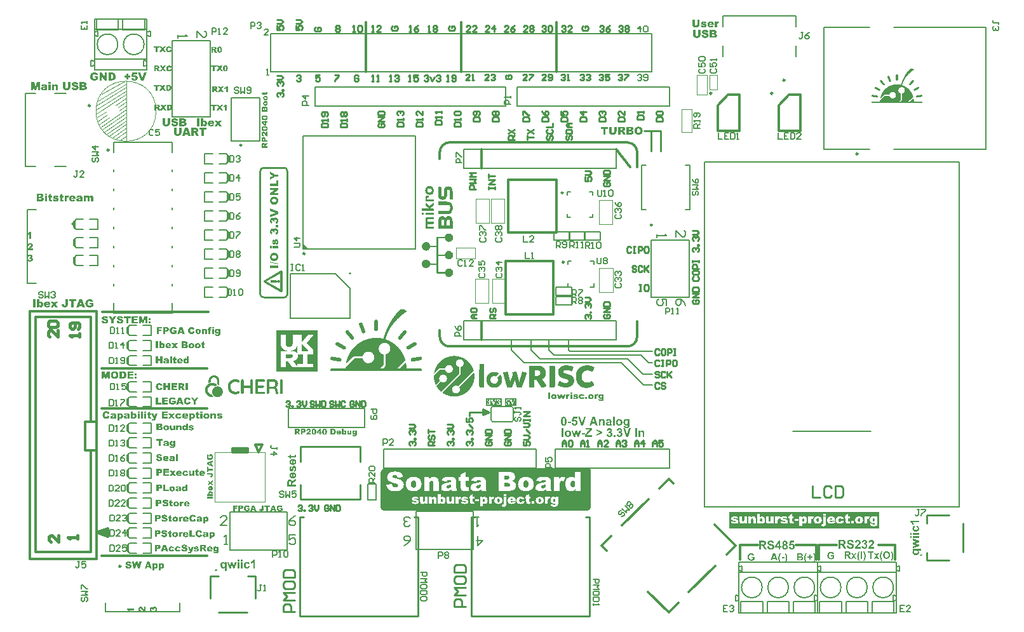
<source format=gto>
G04*
G04 #@! TF.GenerationSoftware,Altium Limited,Altium Designer,23.11.1 (41)*
G04*
G04 Layer_Color=65535*
%FSLAX44Y44*%
%MOMM*%
G71*
G04*
G04 #@! TF.SameCoordinates,80CC7D54-6002-4424-B4FD-6ED2CB822836*
G04*
G04*
G04 #@! TF.FilePolarity,Positive*
G04*
G01*
G75*
%ADD10C,0.2540*%
%ADD11C,0.2500*%
%ADD12C,0.1000*%
%ADD13C,0.2000*%
%ADD14C,0.3050*%
%ADD15C,0.2032*%
%ADD16C,0.1270*%
%ADD17C,0.3000*%
%ADD18C,0.3810*%
%ADD19R,3.9622X2.2606*%
%ADD20R,0.4826X5.1911*%
%ADD21R,1.0922X5.1911*%
%ADD22R,4.0640X2.2606*%
G36*
X1581241Y1001337D02*
X1581382D01*
Y1001266D01*
X1581524D01*
Y1001196D01*
X1581665D01*
Y1001125D01*
X1581736D01*
Y1001054D01*
X1581807D01*
Y1000983D01*
X1581878D01*
Y1000913D01*
X1581948D01*
Y1000771D01*
X1582019D01*
Y1000630D01*
X1582090D01*
Y1000205D01*
X1582161D01*
Y994333D01*
X1582090D01*
Y994262D01*
Y993909D01*
X1582019D01*
Y993767D01*
X1581948D01*
Y993696D01*
X1581878D01*
Y993555D01*
X1581807D01*
Y993484D01*
X1581736D01*
Y993413D01*
X1581665D01*
Y993343D01*
X1581524D01*
Y993272D01*
X1581453D01*
Y993201D01*
X1581241D01*
Y993130D01*
X1580321D01*
Y993201D01*
X1580180D01*
Y993272D01*
X1580038D01*
Y993343D01*
X1579897D01*
Y993413D01*
X1579826D01*
Y993484D01*
X1579755D01*
Y993555D01*
X1579684D01*
Y993696D01*
X1579614D01*
Y993767D01*
X1579543D01*
Y993979D01*
X1579472D01*
Y1000630D01*
X1579543D01*
Y1000771D01*
X1579614D01*
Y1000913D01*
X1579684D01*
Y1000983D01*
X1579755D01*
Y1001054D01*
X1579826D01*
Y1001125D01*
X1579897D01*
Y1001196D01*
X1580038D01*
Y1001266D01*
X1580180D01*
Y1001337D01*
X1580321D01*
Y1001408D01*
X1581241D01*
Y1001337D01*
D02*
G37*
G36*
X1569780Y999427D02*
X1569992D01*
Y999356D01*
X1570134D01*
Y999285D01*
X1570275D01*
Y999215D01*
X1570346D01*
Y999144D01*
X1570417D01*
Y999073D01*
X1570487D01*
Y999002D01*
X1570558D01*
Y998932D01*
X1570629D01*
Y998790D01*
X1570699D01*
Y998649D01*
X1570770D01*
Y998436D01*
X1570841D01*
Y998224D01*
X1570912D01*
Y998083D01*
X1570983D01*
Y997870D01*
X1571053D01*
Y997658D01*
X1571124D01*
Y997446D01*
X1571195D01*
Y997234D01*
X1571266D01*
Y997092D01*
X1571336D01*
Y996880D01*
X1571407D01*
Y996668D01*
X1571478D01*
Y996456D01*
X1571548D01*
Y996243D01*
X1571619D01*
Y996102D01*
X1571690D01*
Y995890D01*
X1571761D01*
Y995677D01*
X1571832D01*
Y995465D01*
X1571902D01*
Y995253D01*
X1571973D01*
Y995111D01*
X1572044D01*
Y994899D01*
X1572115D01*
Y994687D01*
X1572185D01*
Y994475D01*
X1572256D01*
Y994333D01*
X1572327D01*
Y994121D01*
X1572397D01*
Y993909D01*
X1572468D01*
Y993838D01*
Y993767D01*
Y993696D01*
X1572539D01*
Y993484D01*
X1572610D01*
Y993343D01*
X1572680D01*
Y993060D01*
X1572751D01*
Y992352D01*
X1572680D01*
Y992211D01*
X1572610D01*
Y992069D01*
X1572539D01*
Y991998D01*
X1572468D01*
Y991928D01*
X1572397D01*
Y991857D01*
X1572327D01*
Y991786D01*
X1572256D01*
Y991715D01*
X1572185D01*
Y991645D01*
X1572044D01*
Y991574D01*
X1571902D01*
Y991503D01*
X1571690D01*
Y991432D01*
X1571053D01*
Y991503D01*
X1570841D01*
Y991574D01*
X1570699D01*
Y991645D01*
X1570629D01*
Y991715D01*
X1570487D01*
Y991786D01*
X1570417D01*
Y991928D01*
X1570346D01*
Y991998D01*
X1570275D01*
Y992140D01*
X1570204D01*
Y992281D01*
X1570134D01*
Y992494D01*
X1570063D01*
Y992635D01*
X1569992D01*
Y992847D01*
X1569921D01*
Y993060D01*
X1569851D01*
Y993272D01*
X1569780D01*
Y993484D01*
X1569709D01*
Y993626D01*
X1569638D01*
Y993838D01*
X1569568D01*
Y994050D01*
X1569497D01*
Y994192D01*
X1569426D01*
Y994404D01*
X1569355D01*
Y994616D01*
X1569285D01*
Y994828D01*
X1569214D01*
Y995041D01*
X1569143D01*
Y995182D01*
X1569072D01*
Y995394D01*
X1569002D01*
Y995536D01*
X1568931D01*
Y995748D01*
X1568860D01*
Y995960D01*
X1568789D01*
Y996172D01*
X1568719D01*
Y996385D01*
X1568648D01*
Y996526D01*
X1568577D01*
Y996739D01*
X1568506D01*
Y996880D01*
X1568436D01*
Y997092D01*
X1568365D01*
Y997305D01*
X1568294D01*
Y997517D01*
X1568223D01*
Y997729D01*
X1568153D01*
Y998012D01*
X1568082D01*
Y998295D01*
X1568153D01*
Y998578D01*
X1568223D01*
Y998790D01*
X1568294D01*
Y998861D01*
X1568365D01*
Y998932D01*
X1568436D01*
Y999002D01*
X1568506D01*
Y999073D01*
X1568577D01*
Y999144D01*
X1568648D01*
Y999215D01*
X1568719D01*
Y999285D01*
X1568860D01*
Y999356D01*
X1569072D01*
Y999427D01*
X1569285D01*
Y999498D01*
X1569780D01*
Y999427D01*
D02*
G37*
G36*
X1600484Y1009190D02*
X1600979D01*
Y1009119D01*
X1601192D01*
Y1009048D01*
X1601404D01*
Y1008978D01*
X1601616D01*
Y1008907D01*
X1601758D01*
Y1008836D01*
X1601899D01*
Y1008765D01*
X1602041D01*
Y1008695D01*
X1602182D01*
Y1008624D01*
X1602324D01*
Y1008553D01*
X1602394D01*
Y1008483D01*
X1602465D01*
Y1008412D01*
X1602607D01*
Y1008341D01*
X1602677D01*
Y1008270D01*
X1602748D01*
Y1008200D01*
X1602890D01*
Y1008129D01*
X1602960D01*
Y1008058D01*
X1603031D01*
Y1007987D01*
X1603102D01*
Y1007917D01*
X1603172D01*
Y1007846D01*
X1603243D01*
Y1007704D01*
X1603314D01*
Y1007634D01*
X1603385D01*
Y1007563D01*
X1603243D01*
Y1007492D01*
X1603172D01*
Y1007421D01*
X1603102D01*
Y1007351D01*
X1603031D01*
Y1007280D01*
X1602890D01*
Y1007209D01*
X1602819D01*
Y1007138D01*
X1602677D01*
Y1007068D01*
X1602607D01*
Y1006997D01*
X1602536D01*
Y1006926D01*
X1602394D01*
Y1006855D01*
X1602324D01*
Y1006785D01*
X1602253D01*
Y1006714D01*
X1602111D01*
Y1006643D01*
X1602041D01*
Y1006572D01*
X1601899D01*
Y1006502D01*
X1601828D01*
Y1006431D01*
X1601758D01*
Y1006360D01*
X1601616D01*
Y1006289D01*
X1601545D01*
Y1006219D01*
X1601475D01*
Y1006148D01*
X1601404D01*
Y1006077D01*
X1601262D01*
Y1006006D01*
X1601192D01*
Y1005936D01*
X1601121D01*
Y1005865D01*
X1600979D01*
Y1005794D01*
X1600909D01*
Y1005723D01*
X1600838D01*
Y1005653D01*
X1600767D01*
Y1005582D01*
X1600626D01*
Y1005511D01*
X1600555D01*
Y1005440D01*
X1600484D01*
Y1005370D01*
X1600413D01*
Y1005299D01*
X1600272D01*
Y1005228D01*
X1600201D01*
Y1005157D01*
X1600130D01*
Y1005087D01*
X1600060D01*
Y1005016D01*
X1599918D01*
Y1004945D01*
X1599847D01*
Y1004874D01*
X1599777D01*
Y1004804D01*
X1599706D01*
Y1004733D01*
X1599635D01*
Y1004662D01*
X1599494D01*
Y1004591D01*
X1599423D01*
Y1004521D01*
X1599352D01*
Y1004450D01*
X1599281D01*
Y1004379D01*
X1599211D01*
Y1004308D01*
X1599069D01*
Y1004238D01*
X1598999D01*
Y1004167D01*
X1598928D01*
Y1004096D01*
X1598857D01*
Y1004025D01*
X1598786D01*
Y1003955D01*
X1598715D01*
Y1003884D01*
X1598645D01*
Y1003813D01*
X1598503D01*
Y1003743D01*
X1598432D01*
Y1003672D01*
X1598362D01*
Y1003601D01*
X1598291D01*
Y1003530D01*
X1598220D01*
Y1003459D01*
X1598150D01*
Y1003389D01*
X1598079D01*
Y1003318D01*
X1598008D01*
Y1003247D01*
X1597937D01*
Y1003176D01*
X1597796D01*
Y1003106D01*
X1597725D01*
Y1003035D01*
X1597654D01*
Y1002964D01*
X1597583D01*
Y1002894D01*
X1597513D01*
Y1002823D01*
X1597442D01*
Y1002752D01*
X1597371D01*
Y1002681D01*
X1597301D01*
Y1002610D01*
X1597230D01*
Y1002540D01*
X1597159D01*
Y1002469D01*
X1597088D01*
Y1002398D01*
X1597018D01*
Y1002327D01*
X1596947D01*
Y1002257D01*
X1596876D01*
Y1002186D01*
X1596805D01*
Y1002115D01*
X1596664D01*
Y1001974D01*
X1596522D01*
Y1001903D01*
X1596452D01*
Y1001761D01*
X1596310D01*
Y1001620D01*
X1596169D01*
Y1001549D01*
X1596098D01*
Y1001408D01*
X1596027D01*
Y1001337D01*
X1595956D01*
Y1001266D01*
X1595886D01*
Y1001196D01*
X1595815D01*
Y1001125D01*
X1595744D01*
Y1001054D01*
X1595673D01*
Y1000983D01*
X1595603D01*
Y1000913D01*
X1595532D01*
Y1000842D01*
X1595461D01*
Y1000771D01*
X1595390D01*
Y1000700D01*
X1595320D01*
Y1000630D01*
X1595249D01*
Y1000559D01*
X1595178D01*
Y1000488D01*
X1595107D01*
Y1000417D01*
X1595037D01*
Y1000347D01*
X1594966D01*
Y1000205D01*
X1594895D01*
Y1000134D01*
X1594824D01*
Y1000064D01*
X1594754D01*
Y999993D01*
X1594683D01*
Y999922D01*
X1594612D01*
Y999851D01*
X1594541D01*
Y999710D01*
X1594471D01*
Y999639D01*
X1594400D01*
Y999568D01*
X1594329D01*
Y999498D01*
X1594258D01*
Y999427D01*
X1594188D01*
Y999356D01*
X1594117D01*
Y999215D01*
X1594046D01*
Y999144D01*
X1593975D01*
Y999073D01*
X1593905D01*
Y999002D01*
X1593834D01*
Y998861D01*
X1593763D01*
Y998790D01*
X1593692D01*
Y998719D01*
X1593622D01*
Y998649D01*
X1593551D01*
Y998578D01*
X1593480D01*
Y998436D01*
X1593409D01*
Y998366D01*
X1593339D01*
Y998295D01*
X1593268D01*
Y998224D01*
X1593197D01*
Y998083D01*
X1593126D01*
Y998012D01*
X1593056D01*
Y997941D01*
X1592985D01*
Y997800D01*
X1592914D01*
Y997729D01*
X1592843D01*
Y997588D01*
X1592773D01*
Y997517D01*
X1592702D01*
Y997446D01*
X1592631D01*
Y997305D01*
X1592560D01*
Y997234D01*
X1592490D01*
Y997163D01*
X1592419D01*
Y997021D01*
X1592348D01*
Y996951D01*
X1592278D01*
Y996809D01*
X1592207D01*
Y996739D01*
X1592136D01*
Y996597D01*
X1592065D01*
Y996526D01*
X1591994D01*
Y996385D01*
X1591924D01*
Y996314D01*
X1591853D01*
Y996172D01*
X1591782D01*
Y996102D01*
X1591711D01*
Y995960D01*
X1591641D01*
Y995890D01*
X1591570D01*
Y995748D01*
X1591499D01*
Y995677D01*
X1591429D01*
Y995536D01*
X1591358D01*
Y995394D01*
X1591287D01*
Y995324D01*
X1591216D01*
Y995182D01*
X1591145D01*
Y995041D01*
X1591075D01*
Y994970D01*
X1591004D01*
Y994828D01*
X1590933D01*
Y994687D01*
X1590862D01*
Y994616D01*
X1590792D01*
Y994475D01*
X1590721D01*
Y994333D01*
X1590650D01*
Y994192D01*
X1590580D01*
Y994050D01*
X1590509D01*
Y993979D01*
X1590438D01*
Y993838D01*
X1590367D01*
Y993696D01*
X1590296D01*
Y993555D01*
X1590226D01*
Y993413D01*
X1590155D01*
Y993272D01*
X1590084D01*
Y993130D01*
X1590013D01*
Y992989D01*
X1589943D01*
Y992847D01*
X1589872D01*
Y992706D01*
X1589801D01*
Y992564D01*
X1589731D01*
Y992423D01*
X1589660D01*
Y992281D01*
X1589589D01*
Y992069D01*
X1589518D01*
Y991928D01*
X1589448D01*
Y991786D01*
X1589377D01*
Y991645D01*
X1589306D01*
Y991432D01*
X1589235D01*
Y991291D01*
X1589165D01*
Y991079D01*
X1589094D01*
Y990937D01*
X1589023D01*
Y990725D01*
X1588952D01*
Y990583D01*
X1588882D01*
Y990371D01*
X1588811D01*
Y990230D01*
X1588740D01*
Y990017D01*
X1588669D01*
Y989805D01*
X1588599D01*
Y989664D01*
X1588528D01*
Y989452D01*
X1588457D01*
Y989239D01*
X1588386D01*
Y989027D01*
X1588316D01*
Y988815D01*
X1588245D01*
Y988603D01*
X1588174D01*
Y988320D01*
X1588103D01*
Y988107D01*
X1588033D01*
Y987895D01*
X1587962D01*
Y987612D01*
X1587891D01*
Y987400D01*
X1587820D01*
Y987117D01*
X1587750D01*
Y986975D01*
X1587820D01*
Y986905D01*
X1588033D01*
Y986834D01*
X1588245D01*
Y986763D01*
X1588457D01*
Y986692D01*
X1588599D01*
Y986622D01*
X1588811D01*
Y986551D01*
X1588952D01*
Y986480D01*
X1589165D01*
Y986409D01*
X1589306D01*
Y986339D01*
X1589518D01*
Y986268D01*
X1589660D01*
Y986197D01*
X1589801D01*
Y986126D01*
X1590013D01*
Y986056D01*
X1590155D01*
Y985985D01*
X1590296D01*
Y985914D01*
X1590438D01*
Y985843D01*
X1590580D01*
Y985773D01*
X1590721D01*
Y985702D01*
X1590862D01*
Y985631D01*
X1591004D01*
Y985560D01*
X1591145D01*
Y985490D01*
X1591287D01*
Y985419D01*
X1591429D01*
Y985348D01*
X1591570D01*
Y985277D01*
X1591641D01*
Y985207D01*
X1591782D01*
Y985136D01*
X1591924D01*
Y985065D01*
X1592065D01*
Y984994D01*
X1592136D01*
Y984924D01*
X1592278D01*
Y984853D01*
X1592419D01*
Y984782D01*
X1592490D01*
Y984712D01*
X1592631D01*
Y984641D01*
X1592702D01*
Y984570D01*
X1592843D01*
Y984499D01*
X1592985D01*
Y984428D01*
X1593056D01*
Y984358D01*
X1593197D01*
Y984287D01*
X1593268D01*
Y984216D01*
X1593409D01*
Y984146D01*
X1593480D01*
Y984075D01*
X1593622D01*
Y984004D01*
X1593692D01*
Y983933D01*
X1593834D01*
Y983863D01*
X1593905D01*
Y983792D01*
X1593975D01*
Y983721D01*
X1594117D01*
Y983650D01*
X1594188D01*
Y983579D01*
X1594258D01*
Y983509D01*
X1594400D01*
Y983438D01*
X1594471D01*
Y983367D01*
X1594541D01*
Y983297D01*
X1594612D01*
Y983226D01*
X1594754D01*
Y983155D01*
X1594824D01*
Y983084D01*
X1594895D01*
Y983014D01*
X1594966D01*
Y982943D01*
X1595107D01*
Y982872D01*
X1595178D01*
Y982801D01*
X1595249D01*
Y982730D01*
X1595320D01*
Y982660D01*
X1595390D01*
Y982589D01*
X1595461D01*
Y982518D01*
X1595603D01*
Y982448D01*
X1595673D01*
Y982377D01*
X1595744D01*
Y982306D01*
X1595815D01*
Y982235D01*
X1595886D01*
Y982165D01*
X1595956D01*
Y982094D01*
X1596027D01*
Y982023D01*
X1596098D01*
Y981952D01*
X1596239D01*
Y981882D01*
X1596310D01*
Y981811D01*
X1596381D01*
Y981740D01*
X1596452D01*
Y981669D01*
X1596522D01*
Y981599D01*
X1596593D01*
Y981528D01*
X1596664D01*
Y981457D01*
X1596734D01*
Y981386D01*
X1596805D01*
Y981316D01*
X1596876D01*
Y981245D01*
X1596947D01*
Y981174D01*
X1597018D01*
Y981103D01*
X1597088D01*
Y981033D01*
X1597159D01*
Y980891D01*
X1597230D01*
Y980820D01*
X1597301D01*
Y980750D01*
X1597371D01*
Y980679D01*
X1597442D01*
Y980608D01*
X1597513D01*
Y980537D01*
X1597583D01*
Y980467D01*
X1597654D01*
Y980396D01*
X1597725D01*
Y980254D01*
X1597796D01*
Y980184D01*
X1597867D01*
Y980113D01*
X1597937D01*
Y980042D01*
X1598008D01*
Y979971D01*
X1598079D01*
Y979901D01*
X1598150D01*
Y979759D01*
X1598220D01*
Y979688D01*
X1598291D01*
Y979618D01*
X1598362D01*
Y979547D01*
X1598432D01*
Y979405D01*
X1598503D01*
Y979335D01*
X1598574D01*
Y979264D01*
X1598645D01*
Y979122D01*
X1598715D01*
Y979052D01*
X1598786D01*
Y978981D01*
X1598857D01*
Y978839D01*
X1598928D01*
Y978769D01*
X1598999D01*
Y978698D01*
X1599069D01*
Y978556D01*
X1599140D01*
Y978486D01*
X1599211D01*
Y978344D01*
X1599281D01*
Y978273D01*
X1599352D01*
Y978203D01*
X1599423D01*
Y978061D01*
X1599494D01*
Y977920D01*
X1599564D01*
Y977849D01*
X1599635D01*
Y977708D01*
X1599706D01*
Y977637D01*
X1599777D01*
Y977495D01*
X1599847D01*
Y977424D01*
X1599918D01*
Y977283D01*
X1599989D01*
Y977141D01*
X1600060D01*
Y977071D01*
X1600130D01*
Y976929D01*
X1600201D01*
Y976788D01*
X1600272D01*
Y976646D01*
X1600343D01*
Y976575D01*
X1600413D01*
Y976434D01*
X1600484D01*
Y976292D01*
X1600555D01*
Y976151D01*
X1600626D01*
Y976010D01*
X1600696D01*
Y975939D01*
X1600767D01*
Y975797D01*
X1600838D01*
Y975656D01*
X1600909D01*
Y975514D01*
X1600979D01*
Y975373D01*
X1601050D01*
Y975231D01*
X1601121D01*
Y975090D01*
X1601192D01*
Y974878D01*
X1601262D01*
Y974736D01*
X1601333D01*
Y974595D01*
X1601404D01*
Y974453D01*
X1601475D01*
Y974241D01*
X1601545D01*
Y974099D01*
X1601616D01*
Y973958D01*
X1601687D01*
Y973746D01*
X1601758D01*
Y973604D01*
X1601828D01*
Y973392D01*
X1601899D01*
Y973180D01*
X1601970D01*
Y972967D01*
X1602041D01*
Y972755D01*
X1602111D01*
Y972543D01*
X1602182D01*
Y972331D01*
X1602253D01*
Y972119D01*
X1602324D01*
Y971835D01*
X1602394D01*
Y971553D01*
X1602465D01*
Y971482D01*
X1602394D01*
Y971340D01*
X1602324D01*
Y971270D01*
X1602253D01*
Y971199D01*
X1602182D01*
Y971128D01*
X1602041D01*
Y970986D01*
X1601899D01*
Y970845D01*
X1601828D01*
Y970774D01*
X1601758D01*
Y970704D01*
X1601687D01*
Y970633D01*
X1601545D01*
Y970491D01*
X1601475D01*
Y970421D01*
X1601404D01*
Y970350D01*
X1601333D01*
Y970279D01*
X1601192D01*
Y970137D01*
X1601121D01*
Y970067D01*
X1601050D01*
Y969996D01*
X1600979D01*
Y969925D01*
X1600838D01*
Y969784D01*
X1600767D01*
Y969713D01*
X1600696D01*
Y969642D01*
X1600626D01*
Y969572D01*
X1600555D01*
Y969501D01*
X1600484D01*
Y969430D01*
X1600413D01*
Y969359D01*
X1600343D01*
Y969289D01*
X1600272D01*
Y969218D01*
X1600201D01*
Y969147D01*
X1600130D01*
Y969076D01*
X1599989D01*
Y968935D01*
X1599918D01*
Y968864D01*
X1599847D01*
Y968793D01*
X1599777D01*
Y968723D01*
X1599635D01*
Y968581D01*
X1599564D01*
Y968510D01*
X1599494D01*
Y968440D01*
X1599423D01*
Y968369D01*
X1599352D01*
Y968298D01*
X1599281D01*
Y968227D01*
X1599211D01*
Y968157D01*
X1599140D01*
Y968086D01*
X1599069D01*
Y968015D01*
X1598999D01*
Y967944D01*
X1598928D01*
Y967874D01*
X1598857D01*
Y967803D01*
X1598786D01*
Y967732D01*
X1598715D01*
Y967661D01*
X1598645D01*
Y967591D01*
X1598574D01*
Y967520D01*
X1598503D01*
Y967449D01*
X1598432D01*
Y967378D01*
X1598362D01*
Y967308D01*
X1598291D01*
Y967237D01*
X1598220D01*
Y967166D01*
X1598150D01*
Y967095D01*
X1598079D01*
Y967025D01*
X1598008D01*
Y966954D01*
X1597937D01*
Y966883D01*
X1597867D01*
Y966812D01*
X1597796D01*
Y966742D01*
X1597725D01*
Y966671D01*
X1597654D01*
Y966600D01*
X1597583D01*
Y966529D01*
X1597513D01*
Y966459D01*
X1597442D01*
Y966388D01*
X1597371D01*
Y966317D01*
X1597301D01*
Y966246D01*
X1597230D01*
Y966176D01*
X1597159D01*
Y966105D01*
X1597088D01*
Y966034D01*
X1597018D01*
Y965963D01*
X1596947D01*
Y965893D01*
X1596876D01*
Y965822D01*
X1596805D01*
Y965751D01*
X1596734D01*
Y965680D01*
X1596664D01*
Y965610D01*
X1596593D01*
Y965539D01*
X1596522D01*
Y965468D01*
X1596452D01*
Y965397D01*
X1596381D01*
Y965327D01*
X1596310D01*
Y965256D01*
X1598291D01*
Y965327D01*
X1598362D01*
Y965397D01*
X1598432D01*
Y965468D01*
X1598503D01*
Y965539D01*
X1598574D01*
Y965610D01*
X1598645D01*
Y965680D01*
X1598715D01*
Y965751D01*
X1598786D01*
Y965822D01*
X1598857D01*
Y965893D01*
X1598928D01*
Y965963D01*
X1598999D01*
Y966034D01*
X1599069D01*
Y966105D01*
X1599140D01*
Y966176D01*
X1599211D01*
Y966246D01*
X1599281D01*
Y966317D01*
X1599352D01*
Y966388D01*
X1599423D01*
Y966459D01*
X1599494D01*
Y966529D01*
X1599564D01*
Y966600D01*
X1599635D01*
Y966671D01*
X1599706D01*
Y966742D01*
X1599777D01*
Y966812D01*
X1599847D01*
Y966883D01*
X1599918D01*
Y966954D01*
X1599989D01*
Y967025D01*
X1600060D01*
Y967095D01*
X1600130D01*
Y967166D01*
X1600201D01*
Y967237D01*
X1600272D01*
Y967308D01*
X1600343D01*
Y967378D01*
X1600413D01*
Y967449D01*
X1600484D01*
Y967520D01*
X1600555D01*
Y967591D01*
X1600626D01*
Y967661D01*
X1600696D01*
Y967732D01*
X1600767D01*
Y967803D01*
X1600838D01*
Y967874D01*
X1600909D01*
Y967944D01*
X1600979D01*
Y968015D01*
X1601050D01*
Y968086D01*
X1601121D01*
Y968157D01*
X1601192D01*
Y968227D01*
X1601262D01*
Y968298D01*
X1601333D01*
Y968369D01*
X1601404D01*
Y968440D01*
X1601475D01*
Y968510D01*
X1601545D01*
Y968581D01*
X1601616D01*
Y968652D01*
X1601687D01*
Y968723D01*
X1601758D01*
Y968793D01*
X1601828D01*
Y968864D01*
X1601899D01*
Y968935D01*
X1601970D01*
Y969006D01*
X1602041D01*
Y969076D01*
X1602111D01*
Y969147D01*
X1602182D01*
Y969218D01*
X1602253D01*
Y969289D01*
X1602324D01*
Y969359D01*
X1602394D01*
Y969430D01*
X1602465D01*
Y969501D01*
X1602536D01*
Y969572D01*
X1602607D01*
Y969642D01*
X1602677D01*
Y969713D01*
X1602748D01*
Y969784D01*
X1602890D01*
Y969359D01*
X1602960D01*
Y969006D01*
X1603031D01*
Y968510D01*
X1603102D01*
Y967874D01*
X1603172D01*
Y967166D01*
X1603243D01*
Y965256D01*
X1613997D01*
Y965185D01*
X1614209D01*
Y965115D01*
X1614280D01*
Y965044D01*
X1614351D01*
Y964973D01*
X1614421D01*
Y964902D01*
X1614492D01*
Y964831D01*
X1614563D01*
Y964619D01*
X1614634D01*
Y964124D01*
X1614563D01*
Y963912D01*
X1614492D01*
Y963841D01*
X1614421D01*
Y963770D01*
X1614351D01*
Y963699D01*
X1614280D01*
Y963629D01*
X1614209D01*
Y963558D01*
X1614068D01*
Y963487D01*
X1547494D01*
Y963558D01*
X1547353D01*
Y963629D01*
X1547211D01*
Y963699D01*
X1547141D01*
Y963770D01*
X1547070D01*
Y963912D01*
X1546999D01*
Y963982D01*
X1546929D01*
Y964336D01*
X1546858D01*
Y964478D01*
X1546929D01*
Y964761D01*
X1546999D01*
Y964831D01*
X1547070D01*
Y964973D01*
X1547141D01*
Y965044D01*
X1547211D01*
Y965115D01*
X1547353D01*
Y965185D01*
X1547494D01*
Y965256D01*
X1558248D01*
Y965822D01*
X1558319D01*
Y966388D01*
X1558389D01*
Y966529D01*
X1558460D01*
Y966600D01*
X1558531D01*
Y966671D01*
X1558602D01*
Y966742D01*
X1558672D01*
Y966812D01*
X1558743D01*
Y966883D01*
X1558814D01*
Y966954D01*
X1558885D01*
Y967025D01*
X1558956D01*
Y967095D01*
X1559026D01*
Y967166D01*
X1559097D01*
Y967237D01*
X1559168D01*
Y967308D01*
X1559238D01*
Y967378D01*
X1559309D01*
Y967449D01*
X1559380D01*
Y967520D01*
X1559451D01*
Y967591D01*
X1559521D01*
Y967661D01*
X1559592D01*
Y967732D01*
X1559663D01*
Y967803D01*
X1559734D01*
Y967874D01*
X1559804D01*
Y967944D01*
X1559875D01*
Y968015D01*
X1559946D01*
Y968086D01*
X1560017D01*
Y968157D01*
X1560087D01*
Y968227D01*
X1560158D01*
Y968298D01*
X1560229D01*
Y968369D01*
X1560300D01*
Y968440D01*
X1560370D01*
Y968510D01*
X1560441D01*
Y968581D01*
X1560512D01*
Y968652D01*
X1560583D01*
Y968723D01*
X1560653D01*
Y968793D01*
X1560724D01*
Y968864D01*
X1560795D01*
Y968935D01*
X1560866D01*
Y969006D01*
X1560936D01*
Y969076D01*
X1561007D01*
Y969147D01*
X1561078D01*
Y969218D01*
X1561149D01*
Y969289D01*
X1561219D01*
Y969359D01*
X1561290D01*
Y969430D01*
X1561361D01*
Y969501D01*
X1561432D01*
Y969572D01*
X1561502D01*
Y969642D01*
X1561573D01*
Y969713D01*
X1561644D01*
Y969784D01*
X1561715D01*
Y969855D01*
X1561785D01*
Y969925D01*
X1561856D01*
Y969996D01*
X1561927D01*
Y970067D01*
X1561998D01*
Y970137D01*
X1562068D01*
Y970208D01*
X1562139D01*
Y970279D01*
X1562210D01*
Y970350D01*
X1562281D01*
Y970421D01*
X1562351D01*
Y970491D01*
X1562422D01*
Y970562D01*
X1562493D01*
Y970633D01*
X1562564D01*
Y970704D01*
X1562634D01*
Y970774D01*
X1562705D01*
Y970845D01*
X1562776D01*
Y970916D01*
X1562847D01*
Y970986D01*
X1562917D01*
Y971057D01*
X1562988D01*
Y971128D01*
X1563059D01*
Y971199D01*
X1563130D01*
Y971270D01*
X1563200D01*
Y971340D01*
X1563271D01*
Y971411D01*
X1563342D01*
Y971482D01*
X1563413D01*
Y971553D01*
X1563483D01*
Y971623D01*
X1563554D01*
Y971694D01*
X1563625D01*
Y971765D01*
X1563696D01*
Y971835D01*
X1563766D01*
Y971906D01*
X1563837D01*
Y971977D01*
X1563908D01*
Y972048D01*
X1563978D01*
Y972119D01*
X1564049D01*
Y972189D01*
X1564120D01*
Y972260D01*
X1564191D01*
Y972331D01*
X1564261D01*
Y972401D01*
X1564332D01*
Y972472D01*
X1564403D01*
Y972543D01*
X1564474D01*
Y972614D01*
X1564545D01*
Y972684D01*
X1564686D01*
Y972755D01*
X1564898D01*
Y972826D01*
X1565323D01*
Y972897D01*
X1570841D01*
Y972684D01*
X1570912D01*
Y972472D01*
X1570983D01*
Y972331D01*
X1571053D01*
Y972119D01*
X1571124D01*
Y971906D01*
X1571195D01*
Y971765D01*
X1571266D01*
Y971623D01*
X1571336D01*
Y971482D01*
X1571407D01*
Y971340D01*
X1571478D01*
Y971270D01*
X1571548D01*
Y971128D01*
X1571619D01*
Y971057D01*
X1571690D01*
Y970916D01*
X1571761D01*
Y970845D01*
X1571832D01*
Y970774D01*
X1571902D01*
Y970704D01*
X1571973D01*
Y970633D01*
X1572044D01*
Y970562D01*
X1572115D01*
Y970491D01*
X1572185D01*
Y970421D01*
X1572256D01*
Y970350D01*
X1572327D01*
Y970279D01*
X1572397D01*
Y970208D01*
X1572468D01*
Y970137D01*
X1572610D01*
Y970067D01*
X1572680D01*
Y969996D01*
X1572822D01*
Y969925D01*
X1572964D01*
Y969855D01*
X1573034D01*
Y969784D01*
X1573176D01*
Y969713D01*
X1573317D01*
Y969642D01*
X1573529D01*
Y969572D01*
X1573671D01*
Y969501D01*
X1573883D01*
Y969430D01*
X1574237D01*
Y969359D01*
X1574591D01*
Y969289D01*
X1575652D01*
Y969359D01*
X1576006D01*
Y969430D01*
X1576289D01*
Y969501D01*
X1576572D01*
Y969572D01*
X1576713D01*
Y969642D01*
X1576855D01*
Y969713D01*
X1576996D01*
Y969784D01*
X1577137D01*
Y969855D01*
X1577279D01*
Y969925D01*
X1577421D01*
Y969996D01*
X1577491D01*
Y970067D01*
X1577633D01*
Y970137D01*
X1577704D01*
Y970208D01*
X1577774D01*
Y970279D01*
X1577845D01*
Y970350D01*
X1577986D01*
Y970421D01*
X1578057D01*
Y970491D01*
X1578128D01*
Y970562D01*
X1578199D01*
Y970633D01*
X1578270D01*
Y970704D01*
X1578340D01*
Y970845D01*
X1578411D01*
Y970916D01*
X1578482D01*
Y970986D01*
X1578553D01*
Y971057D01*
X1578623D01*
Y971199D01*
X1578694D01*
Y971270D01*
X1578765D01*
Y971411D01*
X1578835D01*
Y971553D01*
X1578906D01*
Y971694D01*
X1578977D01*
Y971835D01*
X1579048D01*
Y971977D01*
X1579118D01*
Y972189D01*
X1579189D01*
Y972401D01*
X1579260D01*
Y972684D01*
X1579331D01*
Y973180D01*
X1579401D01*
Y973958D01*
X1579331D01*
Y974524D01*
X1579260D01*
Y974807D01*
X1579189D01*
Y975019D01*
X1579118D01*
Y975231D01*
X1579048D01*
Y975373D01*
X1578977D01*
Y975514D01*
X1578906D01*
Y975656D01*
X1578835D01*
Y975797D01*
X1578765D01*
Y975939D01*
X1578694D01*
Y976010D01*
X1578623D01*
Y976151D01*
X1578553D01*
Y976222D01*
X1578482D01*
Y976292D01*
X1578411D01*
Y976434D01*
X1578340D01*
Y976505D01*
X1578270D01*
Y976575D01*
X1578199D01*
Y976646D01*
X1578128D01*
Y976717D01*
X1578057D01*
Y976788D01*
X1577986D01*
Y976859D01*
X1577916D01*
Y976929D01*
X1577774D01*
Y977000D01*
X1577704D01*
Y977071D01*
X1577633D01*
Y977141D01*
X1577491D01*
Y977212D01*
X1577350D01*
Y977283D01*
X1577279D01*
Y977354D01*
X1577137D01*
Y977424D01*
X1576996D01*
Y977495D01*
X1576784D01*
Y977566D01*
X1576642D01*
Y977637D01*
X1576430D01*
Y977708D01*
X1576147D01*
Y977778D01*
X1575793D01*
Y977849D01*
X1574449D01*
Y977778D01*
X1574095D01*
Y977708D01*
X1573812D01*
Y977637D01*
X1573600D01*
Y977566D01*
X1573459D01*
Y977495D01*
X1573246D01*
Y977424D01*
X1573105D01*
Y977354D01*
X1573034D01*
Y977283D01*
X1572893D01*
Y977212D01*
X1572751D01*
Y977141D01*
X1572680D01*
Y977071D01*
X1572539D01*
Y977000D01*
X1572468D01*
Y976929D01*
X1572397D01*
Y976859D01*
X1572327D01*
Y976788D01*
X1572256D01*
Y976717D01*
X1572115D01*
Y976646D01*
X1572044D01*
Y976575D01*
X1571973D01*
Y976505D01*
X1571902D01*
Y976363D01*
X1571832D01*
Y976292D01*
X1571761D01*
Y976222D01*
X1571690D01*
Y976080D01*
X1571619D01*
Y976010D01*
X1571548D01*
Y975939D01*
X1571478D01*
Y975797D01*
X1571407D01*
Y975656D01*
X1571336D01*
Y975514D01*
X1571266D01*
Y975373D01*
X1571195D01*
Y975231D01*
X1571124D01*
Y975090D01*
X1571053D01*
Y974878D01*
X1570983D01*
Y974665D01*
X1570912D01*
Y974453D01*
X1570841D01*
Y974312D01*
X1564686D01*
Y974241D01*
X1564403D01*
Y974170D01*
X1564191D01*
Y974099D01*
X1564049D01*
Y974029D01*
X1563908D01*
Y973958D01*
X1563837D01*
Y973887D01*
X1563766D01*
Y973816D01*
X1563625D01*
Y973746D01*
X1563554D01*
Y973675D01*
X1563483D01*
Y973604D01*
X1563413D01*
Y973533D01*
X1563342D01*
Y973463D01*
X1563271D01*
Y973392D01*
X1563200D01*
Y973321D01*
X1563130D01*
Y973250D01*
X1563059D01*
Y973180D01*
X1562988D01*
Y973109D01*
X1562917D01*
Y973038D01*
X1562847D01*
Y972967D01*
X1562776D01*
Y972897D01*
X1562705D01*
Y972826D01*
X1562634D01*
Y972755D01*
X1562564D01*
Y972684D01*
X1562493D01*
Y972614D01*
X1562422D01*
Y972543D01*
X1562351D01*
Y972472D01*
X1562281D01*
Y972401D01*
X1562210D01*
Y972331D01*
X1562139D01*
Y972260D01*
X1562068D01*
Y972189D01*
X1561998D01*
Y972119D01*
X1561927D01*
Y972048D01*
X1561856D01*
Y971977D01*
X1561785D01*
Y971906D01*
X1561715D01*
Y971835D01*
X1561644D01*
Y971765D01*
X1561573D01*
Y971694D01*
X1561502D01*
Y971623D01*
X1561432D01*
Y971553D01*
X1561361D01*
Y971482D01*
X1561290D01*
Y971411D01*
X1561219D01*
Y971340D01*
X1561149D01*
Y971270D01*
X1561078D01*
Y971199D01*
X1561007D01*
Y971128D01*
X1560936D01*
Y971057D01*
X1560866D01*
Y970986D01*
X1560795D01*
Y970916D01*
X1560724D01*
Y970845D01*
X1560653D01*
Y970774D01*
X1560583D01*
Y970704D01*
X1560512D01*
Y970633D01*
X1560441D01*
Y970562D01*
X1560370D01*
Y970491D01*
X1560300D01*
Y970421D01*
X1560229D01*
Y970350D01*
X1560158D01*
Y970279D01*
X1560087D01*
Y970208D01*
X1560017D01*
Y970137D01*
X1559946D01*
Y970067D01*
X1559875D01*
Y969996D01*
X1559804D01*
Y969925D01*
X1559734D01*
Y969855D01*
X1559663D01*
Y969784D01*
X1559592D01*
Y969713D01*
X1559521D01*
Y969642D01*
X1559451D01*
Y969572D01*
X1559380D01*
Y969501D01*
X1559309D01*
Y969430D01*
X1559238D01*
Y969359D01*
X1559168D01*
Y969289D01*
X1559097D01*
Y969218D01*
X1559026D01*
Y969147D01*
X1558956D01*
Y969076D01*
X1558885D01*
Y969006D01*
X1558814D01*
Y968935D01*
X1558743D01*
Y968864D01*
X1558672D01*
Y968793D01*
X1558602D01*
Y968723D01*
X1558531D01*
Y968864D01*
X1558602D01*
Y969430D01*
X1558672D01*
Y969996D01*
X1558743D01*
Y970279D01*
X1558814D01*
Y970633D01*
X1558885D01*
Y970916D01*
X1558956D01*
Y971199D01*
X1559026D01*
Y971482D01*
X1559097D01*
Y971694D01*
X1559168D01*
Y971906D01*
X1559238D01*
Y972189D01*
X1559309D01*
Y972401D01*
X1559380D01*
Y972614D01*
X1559451D01*
Y972826D01*
X1559521D01*
Y973038D01*
X1559592D01*
Y973250D01*
X1559663D01*
Y973392D01*
X1559734D01*
Y973604D01*
X1559804D01*
Y973746D01*
X1559875D01*
Y973958D01*
X1559946D01*
Y974099D01*
X1560017D01*
Y974312D01*
X1560087D01*
Y974453D01*
X1560158D01*
Y974595D01*
X1560229D01*
Y974807D01*
X1560300D01*
Y974948D01*
X1560370D01*
Y975090D01*
X1560441D01*
Y975231D01*
X1560512D01*
Y975373D01*
X1560583D01*
Y975514D01*
X1560653D01*
Y975656D01*
X1560724D01*
Y975797D01*
X1560795D01*
Y975939D01*
X1560866D01*
Y976080D01*
X1560936D01*
Y976222D01*
X1561007D01*
Y976363D01*
X1561078D01*
Y976505D01*
X1561149D01*
Y976646D01*
X1561219D01*
Y976717D01*
X1561290D01*
Y976859D01*
X1561361D01*
Y977000D01*
X1561432D01*
Y977141D01*
X1561502D01*
Y977212D01*
X1561573D01*
Y977354D01*
X1561644D01*
Y977424D01*
X1561715D01*
Y977566D01*
X1561785D01*
Y977708D01*
X1561856D01*
Y977778D01*
X1561927D01*
Y977920D01*
X1561998D01*
Y977990D01*
X1562068D01*
Y978132D01*
X1562139D01*
Y978203D01*
X1562210D01*
Y978344D01*
X1562281D01*
Y978415D01*
X1562351D01*
Y978556D01*
X1562422D01*
Y978627D01*
X1562493D01*
Y978698D01*
X1562564D01*
Y978839D01*
X1562634D01*
Y978910D01*
X1562705D01*
Y978981D01*
X1562776D01*
Y979122D01*
X1562847D01*
Y979193D01*
X1562917D01*
Y979264D01*
X1562988D01*
Y979405D01*
X1563059D01*
Y979476D01*
X1563130D01*
Y979547D01*
X1563200D01*
Y979618D01*
X1563271D01*
Y979759D01*
X1563342D01*
Y979830D01*
X1563413D01*
Y979901D01*
X1563483D01*
Y979971D01*
X1563554D01*
Y980113D01*
X1563625D01*
Y980184D01*
X1563696D01*
Y980254D01*
X1563766D01*
Y980325D01*
X1563837D01*
Y980396D01*
X1563908D01*
Y980467D01*
X1563978D01*
Y980537D01*
X1564049D01*
Y980608D01*
X1564120D01*
Y980750D01*
X1564191D01*
Y980820D01*
X1564261D01*
Y980891D01*
X1564332D01*
Y980962D01*
X1564403D01*
Y981033D01*
X1564474D01*
Y981103D01*
X1564545D01*
Y981174D01*
X1564615D01*
Y981245D01*
X1564686D01*
Y981316D01*
X1564757D01*
Y981386D01*
X1564828D01*
Y981457D01*
X1564898D01*
Y981528D01*
X1564969D01*
Y981599D01*
X1565040D01*
Y981669D01*
X1565110D01*
Y981740D01*
X1565181D01*
Y981811D01*
X1565252D01*
Y981882D01*
X1565323D01*
Y981952D01*
X1565394D01*
Y982023D01*
X1565464D01*
Y982094D01*
X1565535D01*
Y982165D01*
X1565606D01*
Y982235D01*
X1565677D01*
Y982306D01*
X1565818D01*
Y982377D01*
X1565889D01*
Y982448D01*
X1565959D01*
Y982518D01*
X1566030D01*
Y982589D01*
X1566101D01*
Y982660D01*
X1566172D01*
Y982730D01*
X1566313D01*
Y982801D01*
X1566384D01*
Y982872D01*
X1566455D01*
Y982943D01*
X1566525D01*
Y983014D01*
X1566596D01*
Y983084D01*
X1566667D01*
Y983155D01*
X1566808D01*
Y983226D01*
X1566879D01*
Y983297D01*
X1566950D01*
Y983367D01*
X1567091D01*
Y983438D01*
X1567162D01*
Y983509D01*
X1567233D01*
Y983579D01*
X1567374D01*
Y983650D01*
X1567445D01*
Y983721D01*
X1567516D01*
Y983792D01*
X1567657D01*
Y983863D01*
X1567728D01*
Y983933D01*
X1567870D01*
Y984004D01*
X1567940D01*
Y984075D01*
X1568011D01*
Y984146D01*
X1568153D01*
Y984216D01*
X1568223D01*
Y984287D01*
X1568365D01*
Y984358D01*
X1568436D01*
Y984428D01*
X1568577D01*
Y984499D01*
X1568648D01*
Y984570D01*
X1568789D01*
Y984641D01*
X1568931D01*
Y984712D01*
X1569002D01*
Y984782D01*
X1569143D01*
Y984853D01*
X1569214D01*
Y984924D01*
X1569355D01*
Y984994D01*
X1569497D01*
Y985065D01*
X1569638D01*
Y985136D01*
X1569780D01*
Y985207D01*
X1569851D01*
Y985277D01*
X1569992D01*
Y985348D01*
X1570134D01*
Y985419D01*
X1570275D01*
Y985490D01*
X1570417D01*
Y985560D01*
X1570487D01*
Y985631D01*
X1570699D01*
Y985702D01*
X1570770D01*
Y985773D01*
X1570983D01*
Y985843D01*
X1571124D01*
Y985914D01*
X1571266D01*
Y985985D01*
X1571407D01*
Y986056D01*
X1571548D01*
Y986126D01*
X1571690D01*
Y986197D01*
X1571832D01*
Y986268D01*
X1572044D01*
Y986339D01*
X1572185D01*
Y986409D01*
X1572397D01*
Y986480D01*
X1572539D01*
Y986551D01*
X1572751D01*
Y986622D01*
X1572964D01*
Y986692D01*
X1573105D01*
Y986763D01*
X1573317D01*
Y986834D01*
X1573529D01*
Y986905D01*
X1573742D01*
Y986975D01*
X1573954D01*
Y987046D01*
X1574166D01*
Y987117D01*
X1574449D01*
Y987188D01*
X1574661D01*
Y987258D01*
X1574944D01*
Y987329D01*
X1575227D01*
Y987400D01*
X1575440D01*
Y987471D01*
X1575793D01*
Y987541D01*
X1576147D01*
Y987612D01*
X1576430D01*
Y987683D01*
X1576855D01*
Y987754D01*
X1577279D01*
Y987824D01*
X1577774D01*
Y987895D01*
X1578270D01*
Y987966D01*
X1579118D01*
Y988037D01*
X1582444D01*
Y987966D01*
X1583222D01*
Y987895D01*
X1583788D01*
Y987824D01*
X1584283D01*
Y987754D01*
X1584637D01*
Y987683D01*
X1585061D01*
Y987612D01*
X1585344D01*
Y987541D01*
X1585698D01*
Y987471D01*
X1586052D01*
Y987400D01*
X1586193D01*
Y987683D01*
X1586264D01*
Y987966D01*
X1586335D01*
Y988178D01*
X1586405D01*
Y988461D01*
X1586476D01*
Y988673D01*
X1586547D01*
Y988886D01*
X1586618D01*
Y989168D01*
X1586688D01*
Y989381D01*
X1586759D01*
Y989593D01*
X1586830D01*
Y989805D01*
X1586901D01*
Y990017D01*
X1586971D01*
Y990230D01*
X1587042D01*
Y990442D01*
X1587113D01*
Y990654D01*
X1587184D01*
Y990866D01*
X1587254D01*
Y991079D01*
X1587325D01*
Y991291D01*
X1587396D01*
Y991432D01*
X1587467D01*
Y991645D01*
X1587537D01*
Y991786D01*
X1587608D01*
Y991998D01*
X1587679D01*
Y992211D01*
X1587750D01*
Y992352D01*
X1587820D01*
Y992564D01*
X1587891D01*
Y992706D01*
X1587962D01*
Y992918D01*
X1588033D01*
Y993060D01*
X1588103D01*
Y993272D01*
X1588174D01*
Y993413D01*
X1588245D01*
Y993555D01*
X1588316D01*
Y993767D01*
X1588386D01*
Y993909D01*
X1588457D01*
Y994050D01*
X1588528D01*
Y994262D01*
X1588599D01*
Y994404D01*
X1588669D01*
Y994545D01*
X1588740D01*
Y994687D01*
X1588811D01*
Y994899D01*
X1588882D01*
Y995041D01*
X1588952D01*
Y995182D01*
X1589023D01*
Y995324D01*
X1589094D01*
Y995465D01*
X1589165D01*
Y995607D01*
X1589235D01*
Y995819D01*
X1589306D01*
Y995960D01*
X1589377D01*
Y996102D01*
X1589448D01*
Y996243D01*
X1589518D01*
Y996385D01*
X1589589D01*
Y996526D01*
X1589660D01*
Y996668D01*
X1589731D01*
Y996809D01*
X1589801D01*
Y996951D01*
X1589872D01*
Y997092D01*
X1589943D01*
Y997163D01*
X1590013D01*
Y997305D01*
X1590084D01*
Y997517D01*
X1590155D01*
Y997588D01*
X1590226D01*
Y997729D01*
X1590296D01*
Y997870D01*
X1590367D01*
Y998012D01*
X1590438D01*
Y998154D01*
X1590509D01*
Y998295D01*
X1590580D01*
Y998366D01*
X1590650D01*
Y998507D01*
X1590721D01*
Y998649D01*
X1590792D01*
Y998790D01*
X1590862D01*
Y998861D01*
X1590933D01*
Y999002D01*
X1591004D01*
Y999144D01*
X1591075D01*
Y999285D01*
X1591145D01*
Y999427D01*
X1591216D01*
Y999498D01*
X1591287D01*
Y999639D01*
X1591358D01*
Y999710D01*
X1591429D01*
Y999851D01*
X1591499D01*
Y999993D01*
X1591570D01*
Y1000134D01*
X1591641D01*
Y1000205D01*
X1591711D01*
Y1000347D01*
X1591782D01*
Y1000417D01*
X1591853D01*
Y1000559D01*
X1591924D01*
Y1000700D01*
X1591994D01*
Y1000771D01*
X1592065D01*
Y1000913D01*
X1592136D01*
Y1001054D01*
X1592207D01*
Y1001125D01*
X1592278D01*
Y1001266D01*
X1592348D01*
Y1001337D01*
X1592419D01*
Y1001479D01*
X1592490D01*
Y1001549D01*
X1592560D01*
Y1001691D01*
X1592631D01*
Y1001761D01*
X1592702D01*
Y1001903D01*
X1592773D01*
Y1001974D01*
X1592843D01*
Y1002115D01*
X1592914D01*
Y1002186D01*
X1592985D01*
Y1002327D01*
X1593056D01*
Y1002398D01*
X1593126D01*
Y1002469D01*
X1593197D01*
Y1002610D01*
X1593268D01*
Y1002681D01*
X1593339D01*
Y1002823D01*
X1593409D01*
Y1002894D01*
X1593480D01*
Y1003035D01*
X1593551D01*
Y1003106D01*
X1593622D01*
Y1003176D01*
X1593692D01*
Y1003318D01*
X1593763D01*
Y1003389D01*
X1593834D01*
Y1003530D01*
X1593905D01*
Y1003601D01*
X1593975D01*
Y1003672D01*
X1594046D01*
Y1003813D01*
X1594117D01*
Y1003884D01*
X1594188D01*
Y1003955D01*
X1594258D01*
Y1004096D01*
X1594329D01*
Y1004167D01*
X1594400D01*
Y1004238D01*
X1594471D01*
Y1004308D01*
X1594541D01*
Y1004450D01*
X1594612D01*
Y1004521D01*
X1594683D01*
Y1004591D01*
X1594754D01*
Y1004733D01*
X1594824D01*
Y1004804D01*
X1594895D01*
Y1004874D01*
X1594966D01*
Y1004945D01*
X1595037D01*
Y1005087D01*
X1595107D01*
Y1005157D01*
X1595178D01*
Y1005228D01*
X1595249D01*
Y1005299D01*
X1595320D01*
Y1005370D01*
X1595390D01*
Y1005511D01*
X1595461D01*
Y1005582D01*
X1595532D01*
Y1005653D01*
X1595603D01*
Y1005723D01*
X1595673D01*
Y1005794D01*
X1595744D01*
Y1005865D01*
X1595815D01*
Y1006006D01*
X1595886D01*
Y1006077D01*
X1595956D01*
Y1006148D01*
X1596027D01*
Y1006219D01*
X1596098D01*
Y1006289D01*
X1596169D01*
Y1006360D01*
X1596239D01*
Y1006431D01*
X1596310D01*
Y1006572D01*
X1596381D01*
Y1006643D01*
X1596452D01*
Y1006714D01*
X1596522D01*
Y1006785D01*
X1596593D01*
Y1006855D01*
X1596664D01*
Y1006926D01*
X1596734D01*
Y1006997D01*
X1596805D01*
Y1007068D01*
X1596876D01*
Y1007138D01*
X1596947D01*
Y1007209D01*
X1597018D01*
Y1007280D01*
X1597088D01*
Y1007351D01*
X1597159D01*
Y1007421D01*
X1597230D01*
Y1007492D01*
X1597301D01*
Y1007563D01*
X1597371D01*
Y1007634D01*
X1597442D01*
Y1007704D01*
X1597513D01*
Y1007775D01*
X1597583D01*
Y1007846D01*
X1597654D01*
Y1007917D01*
X1597725D01*
Y1007987D01*
X1597796D01*
Y1008058D01*
X1597867D01*
Y1008129D01*
X1597937D01*
Y1008200D01*
X1598008D01*
Y1008270D01*
X1598079D01*
Y1008341D01*
X1598150D01*
Y1008412D01*
X1598220D01*
Y1008483D01*
X1598291D01*
Y1008553D01*
X1598362D01*
Y1008624D01*
X1598503D01*
Y1008695D01*
X1598574D01*
Y1008765D01*
X1598715D01*
Y1008836D01*
X1598786D01*
Y1008907D01*
X1598928D01*
Y1008978D01*
X1599069D01*
Y1009048D01*
X1599281D01*
Y1009119D01*
X1599494D01*
Y1009190D01*
X1599918D01*
Y1009261D01*
X1600484D01*
Y1009190D01*
D02*
G37*
G36*
X1602182Y993696D02*
X1602465D01*
Y993626D01*
X1602607D01*
Y993555D01*
X1602677D01*
Y993484D01*
X1602819D01*
Y993413D01*
X1602890D01*
Y993343D01*
X1602960D01*
Y993272D01*
X1603031D01*
Y993201D01*
X1603102D01*
Y993060D01*
X1603172D01*
Y992989D01*
X1603243D01*
Y992777D01*
X1603314D01*
Y992564D01*
X1603385D01*
Y992211D01*
X1603314D01*
Y991998D01*
X1603243D01*
Y991786D01*
X1603172D01*
Y991645D01*
X1603102D01*
Y991574D01*
X1603031D01*
Y991503D01*
X1602960D01*
Y991432D01*
X1602890D01*
Y991291D01*
X1602819D01*
Y991220D01*
X1602748D01*
Y991150D01*
X1602677D01*
Y991079D01*
X1602607D01*
Y991008D01*
X1602536D01*
Y990866D01*
X1602465D01*
Y990796D01*
X1602394D01*
Y990725D01*
X1602324D01*
Y990654D01*
X1602253D01*
Y990583D01*
X1602182D01*
Y990442D01*
X1602111D01*
Y990371D01*
X1602041D01*
Y990301D01*
X1601970D01*
Y990230D01*
X1601899D01*
Y990159D01*
X1601828D01*
Y990017D01*
X1601758D01*
Y989947D01*
X1601687D01*
Y989876D01*
X1601616D01*
Y989805D01*
X1601545D01*
Y989734D01*
X1601475D01*
Y989593D01*
X1601404D01*
Y989522D01*
X1601333D01*
Y989452D01*
X1601262D01*
Y989381D01*
X1601192D01*
Y989239D01*
X1601121D01*
Y989168D01*
X1601050D01*
Y989098D01*
X1600979D01*
Y989027D01*
X1600909D01*
Y988956D01*
X1600838D01*
Y988815D01*
X1600767D01*
Y988744D01*
X1600696D01*
Y988673D01*
X1600626D01*
Y988603D01*
X1600555D01*
Y988532D01*
X1600484D01*
Y988390D01*
X1600413D01*
Y988320D01*
X1600343D01*
Y988249D01*
X1600272D01*
Y988178D01*
X1600201D01*
Y988107D01*
X1600130D01*
Y987966D01*
X1600060D01*
Y987895D01*
X1599989D01*
Y987824D01*
X1599918D01*
Y987754D01*
X1599847D01*
Y987683D01*
X1599777D01*
Y987541D01*
X1599706D01*
Y987471D01*
X1599635D01*
Y987400D01*
X1599564D01*
Y987329D01*
X1599494D01*
Y987258D01*
X1599423D01*
Y987117D01*
X1599281D01*
Y986975D01*
X1599140D01*
Y986905D01*
X1599069D01*
Y986834D01*
X1598928D01*
Y986763D01*
X1598715D01*
Y986692D01*
X1598079D01*
Y986763D01*
X1597867D01*
Y986834D01*
X1597725D01*
Y986905D01*
X1597583D01*
Y986975D01*
X1597513D01*
Y987046D01*
X1597442D01*
Y987117D01*
X1597371D01*
Y987188D01*
X1597301D01*
Y987258D01*
X1597230D01*
Y987329D01*
X1597159D01*
Y987471D01*
X1597088D01*
Y987612D01*
X1597018D01*
Y987824D01*
X1596947D01*
Y988249D01*
X1597018D01*
Y988532D01*
X1597088D01*
Y988673D01*
X1597159D01*
Y988744D01*
X1597230D01*
Y988815D01*
X1597301D01*
Y988956D01*
X1597371D01*
Y989027D01*
X1597442D01*
Y989098D01*
X1597513D01*
Y989168D01*
X1597583D01*
Y989239D01*
X1597654D01*
Y989381D01*
X1597725D01*
Y989452D01*
X1597796D01*
Y989522D01*
X1597867D01*
Y989593D01*
X1597937D01*
Y989664D01*
X1598008D01*
Y989805D01*
X1598079D01*
Y989876D01*
X1598150D01*
Y989947D01*
X1598220D01*
Y990017D01*
X1598291D01*
Y990088D01*
X1598362D01*
Y990230D01*
X1598432D01*
Y990301D01*
X1598503D01*
Y990371D01*
X1598574D01*
Y990442D01*
X1598645D01*
Y990513D01*
X1598715D01*
Y990583D01*
X1598786D01*
Y990725D01*
X1598857D01*
Y990796D01*
X1598928D01*
Y990866D01*
X1598999D01*
Y990937D01*
X1599069D01*
Y991008D01*
X1599140D01*
Y991079D01*
X1599211D01*
Y991220D01*
X1599281D01*
Y991291D01*
X1599352D01*
Y991362D01*
X1599423D01*
Y991432D01*
X1599494D01*
Y991574D01*
X1599564D01*
Y991645D01*
X1599635D01*
Y991715D01*
X1599706D01*
Y991786D01*
X1599777D01*
Y991857D01*
X1599847D01*
Y991928D01*
X1599918D01*
Y992069D01*
X1599989D01*
Y992140D01*
X1600060D01*
Y992211D01*
X1600130D01*
Y992281D01*
X1600201D01*
Y992352D01*
X1600272D01*
Y992494D01*
X1600343D01*
Y992564D01*
X1600413D01*
Y992635D01*
X1600484D01*
Y992706D01*
X1600555D01*
Y992777D01*
X1600626D01*
Y992847D01*
X1600696D01*
Y992989D01*
X1600767D01*
Y993060D01*
X1600838D01*
Y993130D01*
X1600909D01*
Y993201D01*
X1600979D01*
Y993272D01*
X1601050D01*
Y993343D01*
X1601121D01*
Y993413D01*
X1601192D01*
Y993484D01*
X1601262D01*
Y993555D01*
X1601404D01*
Y993626D01*
X1601475D01*
Y993696D01*
X1601758D01*
Y993767D01*
X1602182D01*
Y993696D01*
D02*
G37*
G36*
X1559734D02*
X1560017D01*
Y993626D01*
X1560158D01*
Y993555D01*
X1560229D01*
Y993484D01*
X1560370D01*
Y993413D01*
X1560441D01*
Y993343D01*
X1560512D01*
Y993272D01*
X1560583D01*
Y993130D01*
X1560653D01*
Y993060D01*
X1560724D01*
Y992989D01*
X1560795D01*
Y992918D01*
X1560866D01*
Y992847D01*
X1560936D01*
Y992777D01*
X1561007D01*
Y992635D01*
X1561078D01*
Y992564D01*
X1561149D01*
Y992494D01*
X1561219D01*
Y992423D01*
X1561290D01*
Y992352D01*
X1561361D01*
Y992281D01*
X1561432D01*
Y992140D01*
X1561502D01*
Y992069D01*
X1561573D01*
Y991998D01*
X1561644D01*
Y991928D01*
X1561715D01*
Y991786D01*
X1561785D01*
Y991715D01*
X1561856D01*
Y991645D01*
X1561927D01*
Y991574D01*
X1561998D01*
Y991503D01*
X1562068D01*
Y991432D01*
X1562139D01*
Y991291D01*
X1562210D01*
Y991220D01*
X1562281D01*
Y991150D01*
X1562351D01*
Y991079D01*
X1562422D01*
Y991008D01*
X1562493D01*
Y990866D01*
X1562564D01*
Y990796D01*
X1562634D01*
Y990725D01*
X1562705D01*
Y990654D01*
X1562776D01*
Y990583D01*
X1562847D01*
Y990442D01*
X1562917D01*
Y990371D01*
X1562988D01*
Y990301D01*
X1563059D01*
Y990230D01*
X1563130D01*
Y990159D01*
X1563200D01*
Y990017D01*
X1563271D01*
Y989947D01*
X1563342D01*
Y989876D01*
X1563413D01*
Y989805D01*
X1563483D01*
Y989734D01*
X1563554D01*
Y989593D01*
X1563625D01*
Y989522D01*
X1563696D01*
Y989452D01*
X1563766D01*
Y989381D01*
X1563837D01*
Y989310D01*
X1563908D01*
Y989239D01*
X1563978D01*
Y989168D01*
X1564049D01*
Y989027D01*
X1564120D01*
Y988956D01*
X1564191D01*
Y988886D01*
X1564261D01*
Y988744D01*
X1564332D01*
Y988673D01*
X1564403D01*
Y988532D01*
X1564474D01*
Y988390D01*
X1564545D01*
Y987683D01*
X1564474D01*
Y987612D01*
Y987541D01*
X1564403D01*
Y987400D01*
X1564332D01*
Y987329D01*
X1564261D01*
Y987188D01*
X1564191D01*
Y987117D01*
X1564120D01*
Y987046D01*
X1564049D01*
Y986975D01*
X1563908D01*
Y986905D01*
X1563837D01*
Y986834D01*
X1563696D01*
Y986763D01*
X1563483D01*
Y986692D01*
X1562847D01*
Y986763D01*
X1562634D01*
Y986834D01*
X1562493D01*
Y986905D01*
X1562422D01*
Y986975D01*
X1562281D01*
Y987117D01*
X1562139D01*
Y987258D01*
X1562068D01*
Y987329D01*
X1561998D01*
Y987400D01*
X1561927D01*
Y987471D01*
X1561856D01*
Y987541D01*
X1561785D01*
Y987683D01*
X1561715D01*
Y987754D01*
X1561644D01*
Y987824D01*
X1561573D01*
Y987895D01*
X1561502D01*
Y987966D01*
X1561432D01*
Y988107D01*
X1561361D01*
Y988178D01*
X1561290D01*
Y988249D01*
X1561219D01*
Y988320D01*
X1561149D01*
Y988390D01*
X1561078D01*
Y988532D01*
X1561007D01*
Y988603D01*
X1560936D01*
Y988673D01*
X1560866D01*
Y988744D01*
X1560795D01*
Y988815D01*
X1560724D01*
Y988886D01*
X1560653D01*
Y989027D01*
X1560583D01*
Y989098D01*
X1560512D01*
Y989168D01*
X1560441D01*
Y989239D01*
X1560370D01*
Y989310D01*
X1560300D01*
Y989381D01*
X1560229D01*
Y989522D01*
X1560158D01*
Y989593D01*
X1560087D01*
Y989664D01*
X1560017D01*
Y989734D01*
X1559946D01*
Y989805D01*
X1559875D01*
Y989947D01*
X1559804D01*
Y990017D01*
X1559734D01*
Y990088D01*
X1559663D01*
Y990159D01*
X1559592D01*
Y990230D01*
X1559521D01*
Y990371D01*
X1559451D01*
Y990442D01*
X1559380D01*
Y990513D01*
X1559309D01*
Y990583D01*
X1559238D01*
Y990654D01*
X1559168D01*
Y990796D01*
X1559097D01*
Y990866D01*
X1559026D01*
Y990937D01*
X1558956D01*
Y991008D01*
X1558885D01*
Y991079D01*
X1558814D01*
Y991150D01*
X1558743D01*
Y991291D01*
X1558672D01*
Y991362D01*
X1558602D01*
Y991432D01*
X1558531D01*
Y991503D01*
X1558460D01*
Y991645D01*
X1558389D01*
Y991715D01*
X1558319D01*
Y991857D01*
X1558248D01*
Y991998D01*
X1558177D01*
Y992777D01*
X1558248D01*
Y992918D01*
X1558319D01*
Y993060D01*
X1558389D01*
Y993130D01*
X1558460D01*
Y993272D01*
X1558531D01*
Y993343D01*
X1558602D01*
Y993413D01*
X1558672D01*
Y993484D01*
X1558814D01*
Y993555D01*
X1558956D01*
Y993626D01*
X1559097D01*
Y993696D01*
X1559380D01*
Y993767D01*
X1559734D01*
Y993696D01*
D02*
G37*
G36*
X1609823Y984853D02*
X1609964D01*
Y984782D01*
X1610035D01*
Y984712D01*
X1610177D01*
Y984641D01*
X1610247D01*
Y984570D01*
X1610318D01*
Y984499D01*
X1610389D01*
Y984428D01*
X1610459D01*
Y984287D01*
X1610530D01*
Y984146D01*
X1610601D01*
Y984004D01*
X1610672D01*
Y983721D01*
X1610742D01*
Y983438D01*
X1610672D01*
Y983084D01*
X1610601D01*
Y982943D01*
X1610530D01*
Y982872D01*
X1610459D01*
Y982730D01*
X1610389D01*
Y982660D01*
X1610318D01*
Y982589D01*
X1610177D01*
Y982518D01*
X1610106D01*
Y982448D01*
X1609964D01*
Y982377D01*
X1609823D01*
Y982306D01*
X1609752D01*
Y982235D01*
X1609610D01*
Y982165D01*
X1609469D01*
Y982094D01*
X1609398D01*
Y982023D01*
X1609257D01*
Y981952D01*
X1609115D01*
Y981882D01*
X1608974D01*
Y981811D01*
X1608903D01*
Y981740D01*
X1608762D01*
Y981669D01*
X1608620D01*
Y981599D01*
X1608549D01*
Y981528D01*
X1608408D01*
Y981457D01*
X1608266D01*
Y981386D01*
X1608125D01*
Y981316D01*
X1608054D01*
Y981245D01*
X1607913D01*
Y981174D01*
X1607771D01*
Y981103D01*
X1607630D01*
Y981033D01*
X1607559D01*
Y980962D01*
X1607417D01*
Y980891D01*
X1607276D01*
Y980820D01*
X1607205D01*
Y980750D01*
X1607064D01*
Y980679D01*
X1606922D01*
Y980608D01*
X1606781D01*
Y980537D01*
X1606710D01*
Y980467D01*
X1606568D01*
Y980396D01*
X1606427D01*
Y980325D01*
X1606356D01*
Y980254D01*
X1606215D01*
Y980184D01*
X1606073D01*
Y980113D01*
X1605932D01*
Y980042D01*
X1605861D01*
Y979971D01*
X1605719D01*
Y979901D01*
X1605578D01*
Y979830D01*
X1605507D01*
Y979759D01*
X1605366D01*
Y979688D01*
X1605224D01*
Y979618D01*
X1605083D01*
Y979547D01*
X1604941D01*
Y979476D01*
X1604729D01*
Y979405D01*
X1604092D01*
Y979476D01*
X1603951D01*
Y979547D01*
X1603809D01*
Y979618D01*
X1603668D01*
Y979688D01*
X1603597D01*
Y979759D01*
X1603526D01*
Y979830D01*
X1603456D01*
Y979901D01*
X1603385D01*
Y979971D01*
X1603314D01*
Y980113D01*
X1603243D01*
Y980254D01*
X1603172D01*
Y980325D01*
Y980396D01*
Y980467D01*
X1603102D01*
Y981174D01*
X1603172D01*
Y981316D01*
X1603243D01*
Y981457D01*
X1603314D01*
Y981528D01*
X1603385D01*
Y981669D01*
X1603456D01*
Y981740D01*
X1603597D01*
Y981811D01*
X1603668D01*
Y981882D01*
X1603739D01*
Y981952D01*
X1603880D01*
Y982023D01*
X1604021D01*
Y982094D01*
X1604163D01*
Y982165D01*
X1604305D01*
Y982235D01*
X1604375D01*
Y982306D01*
X1604517D01*
Y982377D01*
X1604658D01*
Y982448D01*
X1604729D01*
Y982518D01*
X1604870D01*
Y982589D01*
X1605012D01*
Y982660D01*
X1605154D01*
Y982730D01*
X1605295D01*
Y982801D01*
X1605366D01*
Y982872D01*
X1605507D01*
Y982943D01*
X1605649D01*
Y983014D01*
X1605790D01*
Y983084D01*
X1605861D01*
Y983155D01*
X1606002D01*
Y983226D01*
X1606144D01*
Y983297D01*
X1606215D01*
Y983367D01*
X1606356D01*
Y983438D01*
X1606498D01*
Y983509D01*
X1606639D01*
Y983579D01*
X1606710D01*
Y983650D01*
X1606851D01*
Y983721D01*
X1606993D01*
Y983792D01*
X1607064D01*
Y983863D01*
X1607205D01*
Y983933D01*
X1607347D01*
Y984004D01*
X1607488D01*
Y984075D01*
X1607630D01*
Y984146D01*
X1607700D01*
Y984216D01*
X1607842D01*
Y984287D01*
X1607983D01*
Y984358D01*
X1608054D01*
Y984428D01*
X1608196D01*
Y984499D01*
X1608337D01*
Y984570D01*
X1608479D01*
Y984641D01*
X1608549D01*
Y984712D01*
X1608691D01*
Y984782D01*
X1608832D01*
Y984853D01*
X1608974D01*
Y984924D01*
X1609823D01*
Y984853D01*
D02*
G37*
G36*
X1552588D02*
X1552730D01*
Y984782D01*
X1552871D01*
Y984712D01*
X1553013D01*
Y984641D01*
X1553083D01*
Y984570D01*
X1553225D01*
Y984499D01*
X1553366D01*
Y984428D01*
X1553437D01*
Y984358D01*
X1553579D01*
Y984287D01*
X1553720D01*
Y984216D01*
X1553862D01*
Y984146D01*
X1553932D01*
Y984075D01*
X1554074D01*
Y984004D01*
X1554215D01*
Y983933D01*
X1554357D01*
Y983863D01*
X1554428D01*
Y983792D01*
X1554569D01*
Y983721D01*
X1554711D01*
Y983650D01*
X1554781D01*
Y983579D01*
X1554923D01*
Y983509D01*
X1555064D01*
Y983438D01*
X1555206D01*
Y983367D01*
X1555277D01*
Y983297D01*
X1555418D01*
Y983226D01*
X1555560D01*
Y983155D01*
X1555701D01*
Y983084D01*
X1555772D01*
Y983014D01*
X1555913D01*
Y982943D01*
X1556055D01*
Y982872D01*
X1556126D01*
Y982801D01*
X1556267D01*
Y982730D01*
X1556409D01*
Y982660D01*
X1556550D01*
Y982589D01*
X1556621D01*
Y982518D01*
X1556762D01*
Y982448D01*
X1556904D01*
Y982377D01*
X1556975D01*
Y982306D01*
X1557116D01*
Y982235D01*
X1557258D01*
Y982165D01*
X1557399D01*
Y982094D01*
X1557470D01*
Y982023D01*
X1557611D01*
Y981952D01*
X1557753D01*
Y981882D01*
X1557823D01*
Y981811D01*
X1557965D01*
Y981740D01*
X1558036D01*
Y981669D01*
X1558107D01*
Y981599D01*
X1558177D01*
Y981457D01*
X1558248D01*
Y981386D01*
X1558319D01*
Y981174D01*
X1558389D01*
Y980891D01*
X1558460D01*
Y980679D01*
X1558389D01*
Y980396D01*
X1558319D01*
Y980184D01*
X1558248D01*
Y980042D01*
X1558177D01*
Y979971D01*
X1558107D01*
Y979901D01*
X1558036D01*
Y979759D01*
X1557965D01*
Y979688D01*
X1557823D01*
Y979618D01*
X1557753D01*
Y979547D01*
X1557611D01*
Y979476D01*
X1557399D01*
Y979405D01*
X1556833D01*
Y979476D01*
X1556621D01*
Y979547D01*
X1556479D01*
Y979618D01*
X1556338D01*
Y979688D01*
X1556196D01*
Y979759D01*
X1556055D01*
Y979830D01*
X1555984D01*
Y979901D01*
X1555843D01*
Y979971D01*
X1555701D01*
Y980042D01*
X1555630D01*
Y980113D01*
X1555489D01*
Y980184D01*
X1555347D01*
Y980254D01*
X1555206D01*
Y980325D01*
X1555064D01*
Y980396D01*
X1554994D01*
Y980467D01*
X1554852D01*
Y980537D01*
X1554711D01*
Y980608D01*
X1554640D01*
Y980679D01*
X1554498D01*
Y980750D01*
X1554357D01*
Y980820D01*
X1554215D01*
Y980891D01*
X1554145D01*
Y980962D01*
X1554003D01*
Y981033D01*
X1553862D01*
Y981103D01*
X1553720D01*
Y981174D01*
X1553649D01*
Y981245D01*
X1553508D01*
Y981316D01*
X1553366D01*
Y981386D01*
X1553296D01*
Y981457D01*
X1553154D01*
Y981528D01*
X1553013D01*
Y981599D01*
X1552871D01*
Y981669D01*
X1552730D01*
Y981740D01*
X1552659D01*
Y981811D01*
X1552518D01*
Y981882D01*
X1552376D01*
Y981952D01*
X1552305D01*
Y982023D01*
X1552164D01*
Y982094D01*
X1552022D01*
Y982165D01*
X1551881D01*
Y982235D01*
X1551810D01*
Y982306D01*
X1551669D01*
Y982377D01*
X1551527D01*
Y982448D01*
X1551385D01*
Y982518D01*
X1551315D01*
Y982589D01*
X1551244D01*
Y982660D01*
X1551173D01*
Y982730D01*
X1551102D01*
Y982801D01*
X1551032D01*
Y982872D01*
X1550961D01*
Y983014D01*
X1550890D01*
Y983155D01*
X1550820D01*
Y983933D01*
X1550890D01*
Y984146D01*
X1550961D01*
Y984287D01*
X1551032D01*
Y984358D01*
X1551102D01*
Y984428D01*
X1551173D01*
Y984570D01*
X1551244D01*
Y984641D01*
X1551385D01*
Y984712D01*
X1551456D01*
Y984782D01*
X1551598D01*
Y984853D01*
X1551739D01*
Y984924D01*
X1552588D01*
Y984853D01*
D02*
G37*
G36*
X1613643Y974099D02*
X1613855D01*
Y974029D01*
X1613997D01*
Y973958D01*
X1614138D01*
Y973887D01*
X1614209D01*
Y973816D01*
X1614280D01*
Y973746D01*
X1614351D01*
Y973604D01*
X1614421D01*
Y973533D01*
X1614492D01*
Y973321D01*
X1614563D01*
Y973109D01*
X1614634D01*
Y972472D01*
X1614563D01*
Y972260D01*
X1614492D01*
Y972119D01*
X1614421D01*
Y971977D01*
X1614351D01*
Y971906D01*
X1614280D01*
Y971835D01*
X1614209D01*
Y971765D01*
X1614138D01*
Y971694D01*
X1613997D01*
Y971623D01*
X1613855D01*
Y971553D01*
X1613572D01*
Y971482D01*
X1613148D01*
Y971411D01*
X1612794D01*
Y971340D01*
X1612370D01*
Y971270D01*
X1612016D01*
Y971199D01*
X1611591D01*
Y971128D01*
X1611167D01*
Y971057D01*
X1610813D01*
Y970986D01*
X1610389D01*
Y970916D01*
X1610035D01*
Y970845D01*
X1609610D01*
Y970774D01*
X1609186D01*
Y970704D01*
X1608762D01*
Y970633D01*
X1608337D01*
Y970562D01*
X1607983D01*
Y970491D01*
X1607276D01*
Y970562D01*
X1607134D01*
Y970633D01*
X1606993D01*
Y970704D01*
X1606851D01*
Y970774D01*
X1606781D01*
Y970845D01*
X1606710D01*
Y970916D01*
X1606639D01*
Y971057D01*
X1606568D01*
Y971128D01*
X1606498D01*
Y971340D01*
X1606427D01*
Y971553D01*
X1606356D01*
Y972189D01*
X1606427D01*
Y972401D01*
X1606498D01*
Y972543D01*
X1606568D01*
Y972684D01*
X1606639D01*
Y972755D01*
X1606710D01*
Y972826D01*
X1606781D01*
Y972897D01*
X1606851D01*
Y972967D01*
X1606993D01*
Y973038D01*
X1607134D01*
Y973109D01*
X1607347D01*
Y973180D01*
X1607700D01*
Y973250D01*
X1608125D01*
Y973321D01*
X1608479D01*
Y973392D01*
X1608903D01*
Y973463D01*
X1609257D01*
Y973533D01*
X1609681D01*
Y973604D01*
X1610177D01*
Y973675D01*
X1610530D01*
Y973746D01*
X1610955D01*
Y973816D01*
X1611308D01*
Y973887D01*
X1611733D01*
Y973958D01*
X1612157D01*
Y974029D01*
X1612582D01*
Y974099D01*
X1613006D01*
Y974170D01*
X1613643D01*
Y974099D01*
D02*
G37*
G36*
X1548556D02*
X1548980D01*
Y974029D01*
X1549334D01*
Y973958D01*
X1549829D01*
Y973887D01*
X1550254D01*
Y973816D01*
X1550607D01*
Y973746D01*
X1551032D01*
Y973675D01*
X1551385D01*
Y973604D01*
X1551810D01*
Y973533D01*
X1552234D01*
Y973463D01*
X1552588D01*
Y973392D01*
X1553013D01*
Y973321D01*
X1553437D01*
Y973250D01*
X1553862D01*
Y973180D01*
X1554145D01*
Y973109D01*
X1554357D01*
Y973038D01*
X1554569D01*
Y972967D01*
X1554640D01*
Y972897D01*
X1554711D01*
Y972826D01*
X1554781D01*
Y972755D01*
X1554852D01*
Y972684D01*
X1554923D01*
Y972614D01*
X1554994D01*
Y972472D01*
X1555064D01*
Y972331D01*
X1555135D01*
Y972048D01*
X1555206D01*
Y971694D01*
X1555135D01*
Y971340D01*
X1555064D01*
Y971199D01*
X1554994D01*
Y971057D01*
X1554923D01*
Y970986D01*
X1554852D01*
Y970845D01*
X1554781D01*
Y970774D01*
X1554711D01*
Y970704D01*
X1554569D01*
Y970633D01*
X1554428D01*
Y970562D01*
X1554215D01*
Y970491D01*
X1553579D01*
Y970562D01*
X1553225D01*
Y970633D01*
X1552800D01*
Y970704D01*
X1552376D01*
Y970774D01*
X1551951D01*
Y970845D01*
X1551527D01*
Y970916D01*
X1551173D01*
Y970986D01*
X1550749D01*
Y971057D01*
X1550395D01*
Y971128D01*
X1549971D01*
Y971199D01*
X1549475D01*
Y971270D01*
X1549122D01*
Y971340D01*
X1548697D01*
Y971411D01*
X1548343D01*
Y971482D01*
X1547919D01*
Y971553D01*
X1547707D01*
Y971623D01*
X1547565D01*
Y971694D01*
X1547424D01*
Y971765D01*
X1547353D01*
Y971835D01*
X1547282D01*
Y971906D01*
X1547211D01*
Y971977D01*
X1547141D01*
Y972048D01*
X1547070D01*
Y972189D01*
X1546999D01*
Y972331D01*
X1546929D01*
Y973250D01*
X1546999D01*
Y973392D01*
X1547070D01*
Y973533D01*
X1547141D01*
Y973675D01*
X1547211D01*
Y973746D01*
X1547282D01*
Y973816D01*
X1547353D01*
Y973887D01*
X1547424D01*
Y973958D01*
X1547565D01*
Y974029D01*
X1547707D01*
Y974099D01*
X1547919D01*
Y974170D01*
X1548556D01*
Y974099D01*
D02*
G37*
G36*
X960011Y851798D02*
X961035D01*
Y851286D01*
X962059D01*
Y850262D01*
X962570D01*
Y849751D01*
X963083D01*
Y848215D01*
X963594D01*
Y844631D01*
X963083D01*
Y843607D01*
X962570D01*
Y842583D01*
X962059D01*
Y842072D01*
X961547D01*
Y841560D01*
X960523D01*
Y841048D01*
X958987D01*
Y840536D01*
X956939D01*
Y841048D01*
X954892D01*
Y841560D01*
X954380D01*
Y842072D01*
X953868D01*
Y842583D01*
X953356D01*
Y843095D01*
X952844D01*
Y844119D01*
X952332D01*
Y845655D01*
X951820D01*
Y847191D01*
X952332D01*
Y849239D01*
X952844D01*
Y850262D01*
X953356D01*
Y850774D01*
X953868D01*
Y851286D01*
X954380D01*
Y851798D01*
X955404D01*
Y852310D01*
X960011D01*
Y851798D01*
D02*
G37*
G36*
X983048D02*
X985607D01*
Y851286D01*
X986119D01*
Y850774D01*
X987143D01*
Y849751D01*
X987655D01*
Y848727D01*
X988167D01*
Y845655D01*
X988679D01*
Y834905D01*
X984584D01*
Y847191D01*
X984072D01*
Y847703D01*
X981512D01*
Y847191D01*
X981000D01*
Y846679D01*
Y839000D01*
X980488D01*
Y836952D01*
X979976D01*
Y835928D01*
X979464D01*
Y835416D01*
X978952D01*
Y834905D01*
X977928D01*
Y834393D01*
X976393D01*
Y833881D01*
X974345D01*
Y834393D01*
X972297D01*
Y834905D01*
X971785D01*
Y835416D01*
X970761D01*
Y836440D01*
X970249D01*
Y837464D01*
X969738D01*
Y851286D01*
X972809D01*
Y850774D01*
X973321D01*
Y839000D01*
X974345D01*
Y838488D01*
X976393D01*
Y839000D01*
X976905D01*
Y839512D01*
X977417D01*
Y848727D01*
X977928D01*
Y850262D01*
X978440D01*
Y850774D01*
X978952D01*
Y851286D01*
X979976D01*
Y851798D01*
X982024D01*
Y852310D01*
X983048D01*
Y851798D01*
D02*
G37*
G36*
X956939Y836952D02*
X954892D01*
Y836440D01*
X954380D01*
Y834905D01*
X963083D01*
Y834393D01*
X963594D01*
Y831833D01*
X952332D01*
Y838488D01*
X952844D01*
Y839000D01*
X953356D01*
Y839512D01*
X954892D01*
Y840024D01*
X956939D01*
Y836952D01*
D02*
G37*
G36*
X963594Y826714D02*
X963083D01*
Y826202D01*
X962570D01*
Y825690D01*
X962059D01*
Y825178D01*
X961035D01*
Y824666D01*
X960523D01*
Y824154D01*
X960011D01*
Y823642D01*
X959499D01*
Y823130D01*
X958987D01*
Y822618D01*
X963083D01*
Y822106D01*
X963594D01*
Y819547D01*
X947213D01*
Y822618D01*
X956939D01*
Y823130D01*
X956427D01*
Y823642D01*
X955404D01*
Y824154D01*
X954892D01*
Y824666D01*
X954380D01*
Y825178D01*
X953868D01*
Y825690D01*
X953356D01*
Y826202D01*
X952844D01*
Y826714D01*
X952332D01*
Y830297D01*
X952844D01*
Y829785D01*
X953356D01*
Y829273D01*
X954380D01*
Y828761D01*
X954892D01*
Y828250D01*
X955404D01*
Y827738D01*
X955916D01*
Y827226D01*
X956427D01*
Y826714D01*
X956939D01*
Y826202D01*
X957451D01*
Y825690D01*
X957963D01*
Y826202D01*
X958475D01*
Y826714D01*
X958987D01*
Y827226D01*
X959499D01*
Y827738D01*
X960011D01*
Y828250D01*
X961035D01*
Y828761D01*
X961547D01*
Y829273D01*
X962059D01*
Y829785D01*
X962570D01*
Y830297D01*
X963594D01*
Y826714D01*
D02*
G37*
G36*
X981512Y831321D02*
X985095D01*
Y830809D01*
X986119D01*
Y830297D01*
X986631D01*
Y829785D01*
X987143D01*
Y828761D01*
X987655D01*
Y827738D01*
X988167D01*
Y825690D01*
X988679D01*
Y821083D01*
X988167D01*
Y819035D01*
X987655D01*
Y818011D01*
X987143D01*
Y816987D01*
X986631D01*
Y816475D01*
X986119D01*
Y815963D01*
X985095D01*
Y815451D01*
X982536D01*
Y814939D01*
X969738D01*
Y819547D01*
X983560D01*
Y820059D01*
X984584D01*
Y820571D01*
X985095D01*
Y822618D01*
X985607D01*
Y824154D01*
X985095D01*
Y826202D01*
X984584D01*
Y826714D01*
X983560D01*
Y827226D01*
X969738D01*
Y831833D01*
X981512D01*
Y831321D01*
D02*
G37*
G36*
X963083Y816475D02*
X963594D01*
Y814939D01*
Y814427D01*
Y813915D01*
X952332D01*
Y816987D01*
X963083D01*
Y816475D01*
D02*
G37*
G36*
X949772D02*
X950284D01*
Y815963D01*
Y813915D01*
X947213D01*
Y816987D01*
X949772D01*
Y816475D01*
D02*
G37*
G36*
X984584Y811868D02*
X986119D01*
Y811356D01*
X986631D01*
Y810844D01*
X987143D01*
Y810332D01*
X987655D01*
Y809308D01*
X988167D01*
Y805725D01*
X988679D01*
Y795998D01*
X988167D01*
Y795486D01*
X969738D01*
Y808796D01*
X970249D01*
Y810332D01*
X970761D01*
Y810844D01*
X971273D01*
Y811356D01*
X971785D01*
Y811868D01*
X973321D01*
Y812380D01*
X975881D01*
Y811868D01*
X976905D01*
Y811356D01*
X977928D01*
Y810844D01*
X978440D01*
Y809820D01*
X978952D01*
Y810332D01*
X979464D01*
Y810844D01*
X979976D01*
Y811356D01*
X980488D01*
Y811868D01*
X981512D01*
Y812380D01*
X984584D01*
Y811868D01*
D02*
G37*
G36*
X963594Y808284D02*
X955404D01*
Y807772D01*
X954892D01*
Y805213D01*
X963083D01*
Y804701D01*
X963594D01*
Y802141D01*
X963083D01*
Y801629D01*
X954892D01*
Y798558D01*
X963594D01*
Y795998D01*
X963083D01*
Y795486D01*
X952332D01*
Y808796D01*
X952844D01*
Y810332D01*
X953356D01*
Y810844D01*
X954380D01*
Y811356D01*
X963594D01*
Y808284D01*
D02*
G37*
G36*
X985607Y788831D02*
X986631D01*
Y788319D01*
X987143D01*
Y787807D01*
X987655D01*
Y787295D01*
X988167D01*
Y786783D01*
X988679D01*
Y785759D01*
X989191D01*
Y782176D01*
X988679D01*
Y780640D01*
X988167D01*
Y780128D01*
X987655D01*
Y779616D01*
X987143D01*
Y779104D01*
X986119D01*
Y778592D01*
X984584D01*
Y778080D01*
X982536D01*
Y778592D01*
X981000D01*
Y779104D01*
X980488D01*
Y779616D01*
X979464D01*
Y780640D01*
X978952D01*
Y781152D01*
X978440D01*
Y782688D01*
X969738D01*
Y761187D01*
X977928D01*
Y761699D01*
X978440D01*
Y763234D01*
X978952D01*
Y763746D01*
X979464D01*
Y764258D01*
X979976D01*
Y764770D01*
X980488D01*
Y765282D01*
X981512D01*
Y765794D01*
X985607D01*
Y765282D01*
X986631D01*
Y764770D01*
X987655D01*
Y763746D01*
X988167D01*
Y763234D01*
X988679D01*
Y762211D01*
X989191D01*
Y758627D01*
X988679D01*
Y757603D01*
X988167D01*
Y756579D01*
X987655D01*
Y756067D01*
X986631D01*
Y755555D01*
X986119D01*
Y755044D01*
X984072D01*
Y754532D01*
X983560D01*
Y755044D01*
X981512D01*
Y755555D01*
X980488D01*
Y756067D01*
X979976D01*
Y756579D01*
X979464D01*
Y757091D01*
X978952D01*
Y757603D01*
X978440D01*
Y759139D01*
X969738D01*
Y738150D01*
X978440D01*
Y739686D01*
X978952D01*
Y740198D01*
X979464D01*
Y740710D01*
X979976D01*
Y741221D01*
X980488D01*
Y741733D01*
X981512D01*
Y742245D01*
X983048D01*
Y742757D01*
X984072D01*
Y742245D01*
X986119D01*
Y741733D01*
X987143D01*
Y741221D01*
X987655D01*
Y740710D01*
X988167D01*
Y739686D01*
X988679D01*
Y738662D01*
X989191D01*
Y735078D01*
X988679D01*
Y734054D01*
X988167D01*
Y733542D01*
X987655D01*
Y733031D01*
X987143D01*
Y732519D01*
X986631D01*
Y732007D01*
X985607D01*
Y731495D01*
X981512D01*
Y732007D01*
X980488D01*
Y732519D01*
X979976D01*
Y733031D01*
X979464D01*
Y733542D01*
X978952D01*
Y734054D01*
X978440D01*
Y735590D01*
X967690D01*
Y736102D01*
X967178D01*
Y747365D01*
X958475D01*
Y745829D01*
X957963D01*
Y745317D01*
X957451D01*
Y744805D01*
X956939D01*
Y744293D01*
X956427D01*
Y743781D01*
X955404D01*
Y743269D01*
X950796D01*
Y743781D01*
X950284D01*
Y744293D01*
X949260D01*
Y744805D01*
X948748D01*
Y745829D01*
X948236D01*
Y746853D01*
X947725D01*
Y750436D01*
X948236D01*
Y751460D01*
X948748D01*
Y752484D01*
X949260D01*
Y752996D01*
X950284D01*
Y753508D01*
X950796D01*
Y754020D01*
X955404D01*
Y753508D01*
X956427D01*
Y752996D01*
X956939D01*
Y752484D01*
X957451D01*
Y751972D01*
X957963D01*
Y751460D01*
X958475D01*
Y749924D01*
X958987D01*
Y749412D01*
X967178D01*
Y761699D01*
Y762211D01*
Y770913D01*
X958475D01*
Y769378D01*
X957963D01*
Y768866D01*
X957451D01*
Y768354D01*
X956939D01*
Y767842D01*
X956427D01*
Y767330D01*
X955916D01*
Y766818D01*
X954380D01*
Y766306D01*
X952332D01*
Y766818D01*
X950796D01*
Y767330D01*
X949772D01*
Y767842D01*
X949260D01*
Y768354D01*
X948748D01*
Y768866D01*
X948236D01*
Y770402D01*
X947725D01*
Y773985D01*
X948236D01*
Y775009D01*
X948748D01*
Y775521D01*
X949260D01*
Y776033D01*
X949772D01*
Y776545D01*
X950284D01*
Y777057D01*
X951308D01*
Y777568D01*
X955404D01*
Y777057D01*
X956427D01*
Y776545D01*
X956939D01*
Y776033D01*
X957451D01*
Y775521D01*
X957963D01*
Y774497D01*
X958475D01*
Y772961D01*
X967178D01*
Y784735D01*
X977928D01*
Y785247D01*
X978440D01*
Y786271D01*
X978952D01*
Y787295D01*
X979464D01*
Y787807D01*
X979976D01*
Y788319D01*
X980488D01*
Y788831D01*
X982024D01*
Y789343D01*
X985607D01*
Y788831D01*
D02*
G37*
G36*
X794868Y769000D02*
X789000Y769000D01*
X789000Y774868D01*
X794868Y769000D01*
D02*
G37*
G36*
X887411Y674103D02*
X887666D01*
Y673976D01*
X887921D01*
Y673848D01*
X888176D01*
Y673720D01*
X888304D01*
Y673593D01*
X888432D01*
Y673465D01*
X888559D01*
Y673337D01*
X888687D01*
Y673082D01*
X888814D01*
Y672827D01*
X888942D01*
Y672061D01*
X889070D01*
Y661470D01*
X888942D01*
Y661343D01*
Y660705D01*
X888814D01*
Y660450D01*
X888687D01*
Y660322D01*
X888559D01*
Y660067D01*
X888432D01*
Y659939D01*
X888304D01*
Y659812D01*
X888176D01*
Y659684D01*
X887921D01*
Y659557D01*
X887794D01*
Y659429D01*
X887411D01*
Y659301D01*
X885752D01*
Y659429D01*
X885497D01*
Y659557D01*
X885242D01*
Y659684D01*
X884986D01*
Y659812D01*
X884859D01*
Y659939D01*
X884731D01*
Y660067D01*
X884604D01*
Y660322D01*
X884476D01*
Y660450D01*
X884348D01*
Y660833D01*
X884221D01*
Y672827D01*
X884348D01*
Y673082D01*
X884476D01*
Y673337D01*
X884604D01*
Y673465D01*
X884731D01*
Y673593D01*
X884859D01*
Y673720D01*
X884986D01*
Y673848D01*
X885242D01*
Y673976D01*
X885497D01*
Y674103D01*
X885752D01*
Y674231D01*
X887411D01*
Y674103D01*
D02*
G37*
G36*
X866739Y670658D02*
X867122D01*
Y670530D01*
X867377D01*
Y670403D01*
X867633D01*
Y670275D01*
X867760D01*
Y670147D01*
X867888D01*
Y670020D01*
X868015D01*
Y669892D01*
X868143D01*
Y669765D01*
X868271D01*
Y669509D01*
X868398D01*
Y669254D01*
X868526D01*
Y668871D01*
X868653D01*
Y668489D01*
X868781D01*
Y668233D01*
X868909D01*
Y667851D01*
X869036D01*
Y667468D01*
X869164D01*
Y667085D01*
X869291D01*
Y666702D01*
X869419D01*
Y666447D01*
X869547D01*
Y666064D01*
X869674D01*
Y665681D01*
X869802D01*
Y665299D01*
X869929D01*
Y664916D01*
X870057D01*
Y664661D01*
X870185D01*
Y664278D01*
X870312D01*
Y663895D01*
X870440D01*
Y663512D01*
X870567D01*
Y663129D01*
X870695D01*
Y662874D01*
X870823D01*
Y662491D01*
X870950D01*
Y662109D01*
X871078D01*
Y661726D01*
X871205D01*
Y661470D01*
X871333D01*
Y661088D01*
X871461D01*
Y660705D01*
X871588D01*
Y660577D01*
Y660450D01*
Y660322D01*
X871716D01*
Y659939D01*
X871843D01*
Y659684D01*
X871971D01*
Y659174D01*
X872099D01*
Y657898D01*
X871971D01*
Y657643D01*
X871843D01*
Y657387D01*
X871716D01*
Y657260D01*
X871588D01*
Y657132D01*
X871461D01*
Y657004D01*
X871333D01*
Y656877D01*
X871205D01*
Y656749D01*
X871078D01*
Y656622D01*
X870823D01*
Y656494D01*
X870567D01*
Y656367D01*
X870185D01*
Y656239D01*
X869036D01*
Y656367D01*
X868653D01*
Y656494D01*
X868398D01*
Y656622D01*
X868271D01*
Y656749D01*
X868015D01*
Y656877D01*
X867888D01*
Y657132D01*
X867760D01*
Y657260D01*
X867633D01*
Y657515D01*
X867505D01*
Y657770D01*
X867377D01*
Y658153D01*
X867250D01*
Y658408D01*
X867122D01*
Y658791D01*
X866994D01*
Y659174D01*
X866867D01*
Y659557D01*
X866739D01*
Y659939D01*
X866612D01*
Y660194D01*
X866484D01*
Y660577D01*
X866357D01*
Y660960D01*
X866229D01*
Y661215D01*
X866101D01*
Y661598D01*
X865974D01*
Y661981D01*
X865846D01*
Y662364D01*
X865719D01*
Y662747D01*
X865591D01*
Y663002D01*
X865463D01*
Y663385D01*
X865336D01*
Y663640D01*
X865208D01*
Y664023D01*
X865080D01*
Y664405D01*
X864953D01*
Y664788D01*
X864825D01*
Y665171D01*
X864698D01*
Y665426D01*
X864570D01*
Y665809D01*
X864443D01*
Y666064D01*
X864315D01*
Y666447D01*
X864187D01*
Y666830D01*
X864060D01*
Y667213D01*
X863932D01*
Y667595D01*
X863804D01*
Y668106D01*
X863677D01*
Y668616D01*
X863804D01*
Y669127D01*
X863932D01*
Y669509D01*
X864060D01*
Y669637D01*
X864187D01*
Y669765D01*
X864315D01*
Y669892D01*
X864443D01*
Y670020D01*
X864570D01*
Y670147D01*
X864698D01*
Y670275D01*
X864825D01*
Y670403D01*
X865080D01*
Y670530D01*
X865463D01*
Y670658D01*
X865846D01*
Y670786D01*
X866739D01*
Y670658D01*
D02*
G37*
G36*
X922119Y688267D02*
X923012D01*
Y688139D01*
X923394D01*
Y688012D01*
X923777D01*
Y687884D01*
X924160D01*
Y687757D01*
X924415D01*
Y687629D01*
X924670D01*
Y687501D01*
X924926D01*
Y687374D01*
X925181D01*
Y687246D01*
X925436D01*
Y687119D01*
X925564D01*
Y686991D01*
X925691D01*
Y686863D01*
X925947D01*
Y686736D01*
X926074D01*
Y686608D01*
X926202D01*
Y686480D01*
X926457D01*
Y686353D01*
X926584D01*
Y686225D01*
X926712D01*
Y686098D01*
X926840D01*
Y685970D01*
X926967D01*
Y685842D01*
X927095D01*
Y685587D01*
X927223D01*
Y685460D01*
X927350D01*
Y685332D01*
X927095D01*
Y685204D01*
X926967D01*
Y685077D01*
X926840D01*
Y684949D01*
X926712D01*
Y684822D01*
X926457D01*
Y684694D01*
X926329D01*
Y684566D01*
X926074D01*
Y684439D01*
X925947D01*
Y684311D01*
X925819D01*
Y684184D01*
X925564D01*
Y684056D01*
X925436D01*
Y683928D01*
X925309D01*
Y683801D01*
X925053D01*
Y683673D01*
X924926D01*
Y683546D01*
X924670D01*
Y683418D01*
X924543D01*
Y683290D01*
X924415D01*
Y683163D01*
X924160D01*
Y683035D01*
X924032D01*
Y682908D01*
X923905D01*
Y682780D01*
X923777D01*
Y682652D01*
X923522D01*
Y682525D01*
X923394D01*
Y682397D01*
X923267D01*
Y682270D01*
X923012D01*
Y682142D01*
X922884D01*
Y682014D01*
X922756D01*
Y681887D01*
X922629D01*
Y681759D01*
X922374D01*
Y681632D01*
X922246D01*
Y681504D01*
X922119D01*
Y681376D01*
X921991D01*
Y681249D01*
X921736D01*
Y681121D01*
X921608D01*
Y680994D01*
X921480D01*
Y680866D01*
X921353D01*
Y680738D01*
X921098D01*
Y680611D01*
X920970D01*
Y680483D01*
X920842D01*
Y680356D01*
X920715D01*
Y680228D01*
X920587D01*
Y680100D01*
X920332D01*
Y679973D01*
X920204D01*
Y679845D01*
X920077D01*
Y679718D01*
X919949D01*
Y679590D01*
X919822D01*
Y679462D01*
X919566D01*
Y679335D01*
X919439D01*
Y679207D01*
X919311D01*
Y679080D01*
X919184D01*
Y678952D01*
X919056D01*
Y678824D01*
X918928D01*
Y678697D01*
X918801D01*
Y678569D01*
X918546D01*
Y678442D01*
X918418D01*
Y678314D01*
X918290D01*
Y678186D01*
X918163D01*
Y678059D01*
X918035D01*
Y677931D01*
X917908D01*
Y677803D01*
X917780D01*
Y677676D01*
X917652D01*
Y677548D01*
X917525D01*
Y677421D01*
X917270D01*
Y677293D01*
X917142D01*
Y677166D01*
X917014D01*
Y677038D01*
X916887D01*
Y676910D01*
X916759D01*
Y676783D01*
X916632D01*
Y676655D01*
X916504D01*
Y676527D01*
X916376D01*
Y676400D01*
X916249D01*
Y676272D01*
X916121D01*
Y676145D01*
X915994D01*
Y676017D01*
X915866D01*
Y675890D01*
X915738D01*
Y675762D01*
X915611D01*
Y675634D01*
X915483D01*
Y675507D01*
X915228D01*
Y675251D01*
X914973D01*
Y675124D01*
X914845D01*
Y674869D01*
X914590D01*
Y674613D01*
X914335D01*
Y674486D01*
X914207D01*
Y674231D01*
X914080D01*
Y674103D01*
X913952D01*
Y673976D01*
X913824D01*
Y673848D01*
X913697D01*
Y673720D01*
X913569D01*
Y673593D01*
X913441D01*
Y673465D01*
X913314D01*
Y673337D01*
X913186D01*
Y673210D01*
X913059D01*
Y673082D01*
X912931D01*
Y672955D01*
X912803D01*
Y672827D01*
X912676D01*
Y672700D01*
X912548D01*
Y672572D01*
X912421D01*
Y672444D01*
X912293D01*
Y672317D01*
X912166D01*
Y672061D01*
X912038D01*
Y671934D01*
X911910D01*
Y671806D01*
X911783D01*
Y671679D01*
X911655D01*
Y671551D01*
X911527D01*
Y671423D01*
X911400D01*
Y671168D01*
X911272D01*
Y671041D01*
X911145D01*
Y670913D01*
X911017D01*
Y670786D01*
X910890D01*
Y670658D01*
X910762D01*
Y670530D01*
X910634D01*
Y670275D01*
X910507D01*
Y670147D01*
X910379D01*
Y670020D01*
X910251D01*
Y669892D01*
X910124D01*
Y669637D01*
X909996D01*
Y669509D01*
X909869D01*
Y669382D01*
X909741D01*
Y669254D01*
X909613D01*
Y669127D01*
X909486D01*
Y668871D01*
X909358D01*
Y668744D01*
X909231D01*
Y668616D01*
X909103D01*
Y668489D01*
X908976D01*
Y668233D01*
X908848D01*
Y668106D01*
X908720D01*
Y667978D01*
X908593D01*
Y667723D01*
X908465D01*
Y667595D01*
X908337D01*
Y667340D01*
X908210D01*
Y667213D01*
X908082D01*
Y667085D01*
X907955D01*
Y666830D01*
X907827D01*
Y666702D01*
X907700D01*
Y666575D01*
X907572D01*
Y666319D01*
X907444D01*
Y666192D01*
X907317D01*
Y665937D01*
X907189D01*
Y665809D01*
X907061D01*
Y665554D01*
X906934D01*
Y665426D01*
X906806D01*
Y665171D01*
X906679D01*
Y665043D01*
X906551D01*
Y664788D01*
X906423D01*
Y664661D01*
X906296D01*
Y664405D01*
X906168D01*
Y664278D01*
X906041D01*
Y664023D01*
X905913D01*
Y663895D01*
X905785D01*
Y663640D01*
X905658D01*
Y663385D01*
X905530D01*
Y663257D01*
X905403D01*
Y663002D01*
X905275D01*
Y662747D01*
X905147D01*
Y662619D01*
X905020D01*
Y662364D01*
X904892D01*
Y662109D01*
X904765D01*
Y661981D01*
X904637D01*
Y661726D01*
X904509D01*
Y661470D01*
X904382D01*
Y661215D01*
X904254D01*
Y660960D01*
X904127D01*
Y660833D01*
X903999D01*
Y660577D01*
X903871D01*
Y660322D01*
X903744D01*
Y660067D01*
X903616D01*
Y659812D01*
X903489D01*
Y659557D01*
X903361D01*
Y659301D01*
X903233D01*
Y659046D01*
X903106D01*
Y658791D01*
X902978D01*
Y658536D01*
X902851D01*
Y658280D01*
X902723D01*
Y658025D01*
X902595D01*
Y657770D01*
X902468D01*
Y657387D01*
X902340D01*
Y657132D01*
X902213D01*
Y656877D01*
X902085D01*
Y656622D01*
X901957D01*
Y656239D01*
X901830D01*
Y655984D01*
X901702D01*
Y655601D01*
X901575D01*
Y655346D01*
X901447D01*
Y654963D01*
X901319D01*
Y654708D01*
X901192D01*
Y654325D01*
X901064D01*
Y654070D01*
X900937D01*
Y653687D01*
X900809D01*
Y653304D01*
X900681D01*
Y653049D01*
X900554D01*
Y652666D01*
X900426D01*
Y652283D01*
X900299D01*
Y651900D01*
X900171D01*
Y651518D01*
X900043D01*
Y651135D01*
X899916D01*
Y650624D01*
X899788D01*
Y650242D01*
X899661D01*
Y649859D01*
X899533D01*
Y649348D01*
X899405D01*
Y648966D01*
X899278D01*
Y648455D01*
X899150D01*
Y648200D01*
X899278D01*
Y648072D01*
X899661D01*
Y647945D01*
X900043D01*
Y647817D01*
X900426D01*
Y647690D01*
X900681D01*
Y647562D01*
X901064D01*
Y647434D01*
X901319D01*
Y647307D01*
X901702D01*
Y647179D01*
X901957D01*
Y647052D01*
X902340D01*
Y646924D01*
X902595D01*
Y646796D01*
X902851D01*
Y646669D01*
X903233D01*
Y646541D01*
X903489D01*
Y646413D01*
X903744D01*
Y646286D01*
X903999D01*
Y646158D01*
X904254D01*
Y646031D01*
X904509D01*
Y645903D01*
X904765D01*
Y645776D01*
X905020D01*
Y645648D01*
X905275D01*
Y645520D01*
X905530D01*
Y645393D01*
X905785D01*
Y645265D01*
X906041D01*
Y645137D01*
X906168D01*
Y645010D01*
X906423D01*
Y644882D01*
X906679D01*
Y644755D01*
X906934D01*
Y644627D01*
X907061D01*
Y644500D01*
X907317D01*
Y644372D01*
X907572D01*
Y644244D01*
X907700D01*
Y644117D01*
X907955D01*
Y643989D01*
X908082D01*
Y643861D01*
X908337D01*
Y643734D01*
X908593D01*
Y643606D01*
X908720D01*
Y643479D01*
X908976D01*
Y643351D01*
X909103D01*
Y643223D01*
X909358D01*
Y643096D01*
X909486D01*
Y642968D01*
X909741D01*
Y642841D01*
X909869D01*
Y642713D01*
X910124D01*
Y642586D01*
X910251D01*
Y642458D01*
X910379D01*
Y642330D01*
X910634D01*
Y642203D01*
X910762D01*
Y642075D01*
X910890D01*
Y641947D01*
X911145D01*
Y641820D01*
X911272D01*
Y641692D01*
X911400D01*
Y641565D01*
X911527D01*
Y641437D01*
X911783D01*
Y641310D01*
X911910D01*
Y641182D01*
X912038D01*
Y641054D01*
X912166D01*
Y640927D01*
X912421D01*
Y640799D01*
X912548D01*
Y640671D01*
X912676D01*
Y640544D01*
X912803D01*
Y640416D01*
X912931D01*
Y640289D01*
X913059D01*
Y640161D01*
X913314D01*
Y640033D01*
X913441D01*
Y639906D01*
X913569D01*
Y639778D01*
X913697D01*
Y639651D01*
X913824D01*
Y639523D01*
X913952D01*
Y639395D01*
X914080D01*
Y639268D01*
X914207D01*
Y639140D01*
X914462D01*
Y639013D01*
X914590D01*
Y638885D01*
X914718D01*
Y638757D01*
X914845D01*
Y638630D01*
X914973D01*
Y638502D01*
X915100D01*
Y638375D01*
X915228D01*
Y638247D01*
X915356D01*
Y638120D01*
X915483D01*
Y637992D01*
X915611D01*
Y637864D01*
X915738D01*
Y637737D01*
X915866D01*
Y637609D01*
X915994D01*
Y637481D01*
X916121D01*
Y637226D01*
X916249D01*
Y637099D01*
X916376D01*
Y636971D01*
X916504D01*
Y636843D01*
X916632D01*
Y636716D01*
X916759D01*
Y636588D01*
X916887D01*
Y636461D01*
X917014D01*
Y636333D01*
X917142D01*
Y636078D01*
X917270D01*
Y635950D01*
X917397D01*
Y635823D01*
X917525D01*
Y635695D01*
X917652D01*
Y635567D01*
X917780D01*
Y635440D01*
X917908D01*
Y635185D01*
X918035D01*
Y635057D01*
X918163D01*
Y634929D01*
X918290D01*
Y634802D01*
X918418D01*
Y634547D01*
X918546D01*
Y634419D01*
X918673D01*
Y634291D01*
X918801D01*
Y634036D01*
X918928D01*
Y633909D01*
X919056D01*
Y633781D01*
X919184D01*
Y633526D01*
X919311D01*
Y633398D01*
X919439D01*
Y633271D01*
X919566D01*
Y633015D01*
X919694D01*
Y632888D01*
X919822D01*
Y632633D01*
X919949D01*
Y632505D01*
X920077D01*
Y632377D01*
X920204D01*
Y632122D01*
X920332D01*
Y631867D01*
X920460D01*
Y631739D01*
X920587D01*
Y631484D01*
X920715D01*
Y631357D01*
X920842D01*
Y631101D01*
X920970D01*
Y630974D01*
X921098D01*
Y630719D01*
X921225D01*
Y630463D01*
X921353D01*
Y630336D01*
X921480D01*
Y630081D01*
X921608D01*
Y629825D01*
X921736D01*
Y629570D01*
X921863D01*
Y629442D01*
X921991D01*
Y629187D01*
X922119D01*
Y628932D01*
X922246D01*
Y628677D01*
X922374D01*
Y628422D01*
X922501D01*
Y628294D01*
X922629D01*
Y628039D01*
X922756D01*
Y627784D01*
X922884D01*
Y627528D01*
X923012D01*
Y627273D01*
X923139D01*
Y627018D01*
X923267D01*
Y626763D01*
X923394D01*
Y626380D01*
X923522D01*
Y626125D01*
X923650D01*
Y625870D01*
X923777D01*
Y625615D01*
X923905D01*
Y625232D01*
X924032D01*
Y624976D01*
X924160D01*
Y624721D01*
X924288D01*
Y624338D01*
X924415D01*
Y624083D01*
X924543D01*
Y623700D01*
X924670D01*
Y623318D01*
X924798D01*
Y622935D01*
X924926D01*
Y622552D01*
X925053D01*
Y622169D01*
X925181D01*
Y621786D01*
X925309D01*
Y621404D01*
X925436D01*
Y620893D01*
X925564D01*
Y620383D01*
X925691D01*
Y620255D01*
X925564D01*
Y620000D01*
X925436D01*
Y619872D01*
X925309D01*
Y619745D01*
X925181D01*
Y619617D01*
X924926D01*
Y619362D01*
X924670D01*
Y619107D01*
X924543D01*
Y618979D01*
X924415D01*
Y618852D01*
X924288D01*
Y618724D01*
X924032D01*
Y618469D01*
X923905D01*
Y618341D01*
X923777D01*
Y618214D01*
X923650D01*
Y618086D01*
X923394D01*
Y617831D01*
X923267D01*
Y617703D01*
X923139D01*
Y617576D01*
X923012D01*
Y617448D01*
X922756D01*
Y617193D01*
X922629D01*
Y617065D01*
X922501D01*
Y616938D01*
X922374D01*
Y616810D01*
X922246D01*
Y616682D01*
X922119D01*
Y616555D01*
X921991D01*
Y616427D01*
X921863D01*
Y616300D01*
X921736D01*
Y616172D01*
X921608D01*
Y616044D01*
X921480D01*
Y615917D01*
X921225D01*
Y615662D01*
X921098D01*
Y615534D01*
X920970D01*
Y615406D01*
X920842D01*
Y615279D01*
X920587D01*
Y615024D01*
X920460D01*
Y614896D01*
X920332D01*
Y614768D01*
X920204D01*
Y614641D01*
X920077D01*
Y614513D01*
X919949D01*
Y614385D01*
X919822D01*
Y614258D01*
X919694D01*
Y614130D01*
X919566D01*
Y614003D01*
X919439D01*
Y613875D01*
X919311D01*
Y613747D01*
X919184D01*
Y613620D01*
X919056D01*
Y613492D01*
X918928D01*
Y613365D01*
X918801D01*
Y613237D01*
X918673D01*
Y613110D01*
X918546D01*
Y612982D01*
X918418D01*
Y612854D01*
X918290D01*
Y612727D01*
X918163D01*
Y612599D01*
X918035D01*
Y612472D01*
X917908D01*
Y612344D01*
X917780D01*
Y612216D01*
X917652D01*
Y612089D01*
X917525D01*
Y611961D01*
X917397D01*
Y611833D01*
X917270D01*
Y611706D01*
X917142D01*
Y611578D01*
X917014D01*
Y611451D01*
X916887D01*
Y611323D01*
X916759D01*
Y611195D01*
X916632D01*
Y611068D01*
X916504D01*
Y610940D01*
X916376D01*
Y610813D01*
X916249D01*
Y610685D01*
X916121D01*
Y610558D01*
X915994D01*
Y610430D01*
X915866D01*
Y610302D01*
X915738D01*
Y610175D01*
X915611D01*
Y610047D01*
X915483D01*
Y609920D01*
X915356D01*
Y609792D01*
X915228D01*
Y609664D01*
X915100D01*
Y609537D01*
X914973D01*
Y609409D01*
X914845D01*
Y609282D01*
X914718D01*
Y609154D01*
X914590D01*
Y609026D01*
X918163D01*
Y609154D01*
X918290D01*
Y609282D01*
X918418D01*
Y609409D01*
X918546D01*
Y609537D01*
X918673D01*
Y609664D01*
X918801D01*
Y609792D01*
X918928D01*
Y609920D01*
X919056D01*
Y610047D01*
X919184D01*
Y610175D01*
X919311D01*
Y610302D01*
X919439D01*
Y610430D01*
X919566D01*
Y610558D01*
X919694D01*
Y610685D01*
X919822D01*
Y610813D01*
X919949D01*
Y610940D01*
X920077D01*
Y611068D01*
X920204D01*
Y611195D01*
X920332D01*
Y611323D01*
X920460D01*
Y611451D01*
X920587D01*
Y611578D01*
X920715D01*
Y611706D01*
X920842D01*
Y611833D01*
X920970D01*
Y611961D01*
X921098D01*
Y612089D01*
X921225D01*
Y612216D01*
X921353D01*
Y612344D01*
X921480D01*
Y612472D01*
X921608D01*
Y612599D01*
X921736D01*
Y612727D01*
X921863D01*
Y612854D01*
X921991D01*
Y612982D01*
X922119D01*
Y613110D01*
X922246D01*
Y613237D01*
X922374D01*
Y613365D01*
X922501D01*
Y613492D01*
X922629D01*
Y613620D01*
X922756D01*
Y613747D01*
X922884D01*
Y613875D01*
X923012D01*
Y614003D01*
X923139D01*
Y614130D01*
X923267D01*
Y614258D01*
X923394D01*
Y614385D01*
X923522D01*
Y614513D01*
X923650D01*
Y614641D01*
X923777D01*
Y614768D01*
X923905D01*
Y614896D01*
X924032D01*
Y615024D01*
X924160D01*
Y615151D01*
X924288D01*
Y615279D01*
X924415D01*
Y615406D01*
X924543D01*
Y615534D01*
X924670D01*
Y615662D01*
X924798D01*
Y615789D01*
X924926D01*
Y615917D01*
X925053D01*
Y616044D01*
X925181D01*
Y616172D01*
X925309D01*
Y616300D01*
X925436D01*
Y616427D01*
X925564D01*
Y616555D01*
X925691D01*
Y616682D01*
X925819D01*
Y616810D01*
X925947D01*
Y616938D01*
X926074D01*
Y617065D01*
X926202D01*
Y617193D01*
X926457D01*
Y616427D01*
X926584D01*
Y615789D01*
X926712D01*
Y614896D01*
X926840D01*
Y613747D01*
X926967D01*
Y612472D01*
X927095D01*
Y609026D01*
X946490D01*
Y608899D01*
X946873D01*
Y608771D01*
X947001D01*
Y608643D01*
X947128D01*
Y608516D01*
X947256D01*
Y608388D01*
X947384D01*
Y608261D01*
X947511D01*
Y607878D01*
X947639D01*
Y606985D01*
X947511D01*
Y606602D01*
X947384D01*
Y606474D01*
X947256D01*
Y606347D01*
X947128D01*
Y606219D01*
X947001D01*
Y606091D01*
X946873D01*
Y605964D01*
X946618D01*
Y605836D01*
X826545D01*
Y605964D01*
X826290D01*
Y606091D01*
X826034D01*
Y606219D01*
X825907D01*
Y606347D01*
X825779D01*
Y606602D01*
X825652D01*
Y606729D01*
X825524D01*
Y607367D01*
X825396D01*
Y607623D01*
X825524D01*
Y608133D01*
X825652D01*
Y608261D01*
X825779D01*
Y608516D01*
X825907D01*
Y608643D01*
X826034D01*
Y608771D01*
X826290D01*
Y608899D01*
X826545D01*
Y609026D01*
X845940D01*
Y610047D01*
X846068D01*
Y611068D01*
X846196D01*
Y611323D01*
X846323D01*
Y611451D01*
X846451D01*
Y611578D01*
X846578D01*
Y611706D01*
X846706D01*
Y611833D01*
X846833D01*
Y611961D01*
X846961D01*
Y612089D01*
X847089D01*
Y612216D01*
X847216D01*
Y612344D01*
X847344D01*
Y612472D01*
X847471D01*
Y612599D01*
X847599D01*
Y612727D01*
X847727D01*
Y612854D01*
X847854D01*
Y612982D01*
X847982D01*
Y613110D01*
X848110D01*
Y613237D01*
X848237D01*
Y613365D01*
X848365D01*
Y613492D01*
X848492D01*
Y613620D01*
X848620D01*
Y613747D01*
X848747D01*
Y613875D01*
X848875D01*
Y614003D01*
X849003D01*
Y614130D01*
X849130D01*
Y614258D01*
X849258D01*
Y614385D01*
X849386D01*
Y614513D01*
X849513D01*
Y614641D01*
X849641D01*
Y614768D01*
X849768D01*
Y614896D01*
X849896D01*
Y615024D01*
X850023D01*
Y615151D01*
X850151D01*
Y615279D01*
X850279D01*
Y615406D01*
X850406D01*
Y615534D01*
X850534D01*
Y615662D01*
X850661D01*
Y615789D01*
X850789D01*
Y615917D01*
X850917D01*
Y616044D01*
X851044D01*
Y616172D01*
X851172D01*
Y616300D01*
X851300D01*
Y616427D01*
X851427D01*
Y616555D01*
X851555D01*
Y616682D01*
X851682D01*
Y616810D01*
X851810D01*
Y616938D01*
X851937D01*
Y617065D01*
X852065D01*
Y617193D01*
X852193D01*
Y617320D01*
X852320D01*
Y617448D01*
X852448D01*
Y617576D01*
X852576D01*
Y617703D01*
X852703D01*
Y617831D01*
X852831D01*
Y617958D01*
X852958D01*
Y618086D01*
X853086D01*
Y618214D01*
X853214D01*
Y618341D01*
X853341D01*
Y618469D01*
X853469D01*
Y618596D01*
X853596D01*
Y618724D01*
X853724D01*
Y618852D01*
X853852D01*
Y618979D01*
X853979D01*
Y619107D01*
X854107D01*
Y619234D01*
X854234D01*
Y619362D01*
X854362D01*
Y619490D01*
X854490D01*
Y619617D01*
X854617D01*
Y619745D01*
X854745D01*
Y619872D01*
X854872D01*
Y620000D01*
X855000D01*
Y620128D01*
X855128D01*
Y620255D01*
X855255D01*
Y620383D01*
X855383D01*
Y620510D01*
X855510D01*
Y620638D01*
X855638D01*
Y620766D01*
X855766D01*
Y620893D01*
X855893D01*
Y621021D01*
X856021D01*
Y621148D01*
X856148D01*
Y621276D01*
X856276D01*
Y621404D01*
X856404D01*
Y621531D01*
X856531D01*
Y621659D01*
X856659D01*
Y621786D01*
X856786D01*
Y621914D01*
X856914D01*
Y622042D01*
X857042D01*
Y622169D01*
X857169D01*
Y622297D01*
X857297D01*
Y622424D01*
X857552D01*
Y622552D01*
X857935D01*
Y622680D01*
X858700D01*
Y622807D01*
X868653D01*
Y622424D01*
X868781D01*
Y622042D01*
X868909D01*
Y621786D01*
X869036D01*
Y621404D01*
X869164D01*
Y621021D01*
X869291D01*
Y620766D01*
X869419D01*
Y620510D01*
X869547D01*
Y620255D01*
X869674D01*
Y620000D01*
X869802D01*
Y619872D01*
X869929D01*
Y619617D01*
X870057D01*
Y619490D01*
X870185D01*
Y619234D01*
X870312D01*
Y619107D01*
X870440D01*
Y618979D01*
X870567D01*
Y618852D01*
X870695D01*
Y618724D01*
X870823D01*
Y618596D01*
X870950D01*
Y618469D01*
X871078D01*
Y618341D01*
X871205D01*
Y618214D01*
X871333D01*
Y618086D01*
X871461D01*
Y617958D01*
X871588D01*
Y617831D01*
X871843D01*
Y617703D01*
X871971D01*
Y617576D01*
X872226D01*
Y617448D01*
X872481D01*
Y617320D01*
X872609D01*
Y617193D01*
X872864D01*
Y617065D01*
X873119D01*
Y616938D01*
X873502D01*
Y616810D01*
X873757D01*
Y616682D01*
X874140D01*
Y616555D01*
X874778D01*
Y616427D01*
X875416D01*
Y616300D01*
X877330D01*
Y616427D01*
X877968D01*
Y616555D01*
X878479D01*
Y616682D01*
X878989D01*
Y616810D01*
X879244D01*
Y616938D01*
X879500D01*
Y617065D01*
X879755D01*
Y617193D01*
X880010D01*
Y617320D01*
X880265D01*
Y617448D01*
X880520D01*
Y617576D01*
X880648D01*
Y617703D01*
X880903D01*
Y617831D01*
X881031D01*
Y617958D01*
X881158D01*
Y618086D01*
X881286D01*
Y618214D01*
X881541D01*
Y618341D01*
X881669D01*
Y618469D01*
X881796D01*
Y618596D01*
X881924D01*
Y618724D01*
X882052D01*
Y618852D01*
X882179D01*
Y619107D01*
X882307D01*
Y619234D01*
X882434D01*
Y619362D01*
X882562D01*
Y619490D01*
X882690D01*
Y619745D01*
X882817D01*
Y619872D01*
X882945D01*
Y620128D01*
X883072D01*
Y620383D01*
X883200D01*
Y620638D01*
X883327D01*
Y620893D01*
X883455D01*
Y621148D01*
X883583D01*
Y621531D01*
X883710D01*
Y621914D01*
X883838D01*
Y622424D01*
X883966D01*
Y623318D01*
X884093D01*
Y624721D01*
X883966D01*
Y625742D01*
X883838D01*
Y626253D01*
X883710D01*
Y626635D01*
X883583D01*
Y627018D01*
X883455D01*
Y627273D01*
X883327D01*
Y627528D01*
X883200D01*
Y627784D01*
X883072D01*
Y628039D01*
X882945D01*
Y628294D01*
X882817D01*
Y628422D01*
X882690D01*
Y628677D01*
X882562D01*
Y628805D01*
X882434D01*
Y628932D01*
X882307D01*
Y629187D01*
X882179D01*
Y629315D01*
X882052D01*
Y629442D01*
X881924D01*
Y629570D01*
X881796D01*
Y629698D01*
X881669D01*
Y629825D01*
X881541D01*
Y629953D01*
X881413D01*
Y630081D01*
X881158D01*
Y630208D01*
X881031D01*
Y630336D01*
X880903D01*
Y630463D01*
X880648D01*
Y630591D01*
X880393D01*
Y630719D01*
X880265D01*
Y630846D01*
X880010D01*
Y630974D01*
X879755D01*
Y631101D01*
X879372D01*
Y631229D01*
X879117D01*
Y631357D01*
X878734D01*
Y631484D01*
X878223D01*
Y631612D01*
X877586D01*
Y631739D01*
X875161D01*
Y631612D01*
X874523D01*
Y631484D01*
X874013D01*
Y631357D01*
X873630D01*
Y631229D01*
X873375D01*
Y631101D01*
X872992D01*
Y630974D01*
X872737D01*
Y630846D01*
X872609D01*
Y630719D01*
X872354D01*
Y630591D01*
X872099D01*
Y630463D01*
X871971D01*
Y630336D01*
X871716D01*
Y630208D01*
X871588D01*
Y630081D01*
X871461D01*
Y629953D01*
X871333D01*
Y629825D01*
X871205D01*
Y629698D01*
X870950D01*
Y629570D01*
X870823D01*
Y629442D01*
X870695D01*
Y629315D01*
X870567D01*
Y629060D01*
X870440D01*
Y628932D01*
X870312D01*
Y628805D01*
X870185D01*
Y628549D01*
X870057D01*
Y628422D01*
X869929D01*
Y628294D01*
X869802D01*
Y628039D01*
X869674D01*
Y627784D01*
X869547D01*
Y627528D01*
X869419D01*
Y627273D01*
X869291D01*
Y627018D01*
X869164D01*
Y626763D01*
X869036D01*
Y626380D01*
X868909D01*
Y625997D01*
X868781D01*
Y625615D01*
X868653D01*
Y625359D01*
X857552D01*
Y625232D01*
X857042D01*
Y625104D01*
X856659D01*
Y624976D01*
X856404D01*
Y624849D01*
X856148D01*
Y624721D01*
X856021D01*
Y624594D01*
X855893D01*
Y624466D01*
X855638D01*
Y624338D01*
X855510D01*
Y624211D01*
X855383D01*
Y624083D01*
X855255D01*
Y623956D01*
X855128D01*
Y623828D01*
X855000D01*
Y623700D01*
X854872D01*
Y623573D01*
X854745D01*
Y623445D01*
X854617D01*
Y623318D01*
X854490D01*
Y623190D01*
X854362D01*
Y623063D01*
X854234D01*
Y622935D01*
X854107D01*
Y622807D01*
X853979D01*
Y622680D01*
X853852D01*
Y622552D01*
X853724D01*
Y622424D01*
X853596D01*
Y622297D01*
X853469D01*
Y622169D01*
X853341D01*
Y622042D01*
X853214D01*
Y621914D01*
X853086D01*
Y621786D01*
X852958D01*
Y621659D01*
X852831D01*
Y621531D01*
X852703D01*
Y621404D01*
X852576D01*
Y621276D01*
X852448D01*
Y621148D01*
X852320D01*
Y621021D01*
X852193D01*
Y620893D01*
X852065D01*
Y620766D01*
X851937D01*
Y620638D01*
X851810D01*
Y620510D01*
X851682D01*
Y620383D01*
X851555D01*
Y620255D01*
X851427D01*
Y620128D01*
X851300D01*
Y620000D01*
X851172D01*
Y619872D01*
X851044D01*
Y619745D01*
X850917D01*
Y619617D01*
X850789D01*
Y619490D01*
X850661D01*
Y619362D01*
X850534D01*
Y619234D01*
X850406D01*
Y619107D01*
X850279D01*
Y618979D01*
X850151D01*
Y618852D01*
X850023D01*
Y618724D01*
X849896D01*
Y618596D01*
X849768D01*
Y618469D01*
X849641D01*
Y618341D01*
X849513D01*
Y618214D01*
X849386D01*
Y618086D01*
X849258D01*
Y617958D01*
X849130D01*
Y617831D01*
X849003D01*
Y617703D01*
X848875D01*
Y617576D01*
X848747D01*
Y617448D01*
X848620D01*
Y617320D01*
X848492D01*
Y617193D01*
X848365D01*
Y617065D01*
X848237D01*
Y616938D01*
X848110D01*
Y616810D01*
X847982D01*
Y616682D01*
X847854D01*
Y616555D01*
X847727D01*
Y616427D01*
X847599D01*
Y616300D01*
X847471D01*
Y616172D01*
X847344D01*
Y616044D01*
X847216D01*
Y615917D01*
X847089D01*
Y615789D01*
X846961D01*
Y615662D01*
X846833D01*
Y615534D01*
X846706D01*
Y615406D01*
X846578D01*
Y615279D01*
X846451D01*
Y615534D01*
X846578D01*
Y616555D01*
X846706D01*
Y617576D01*
X846833D01*
Y618086D01*
X846961D01*
Y618724D01*
X847089D01*
Y619234D01*
X847216D01*
Y619745D01*
X847344D01*
Y620255D01*
X847471D01*
Y620638D01*
X847599D01*
Y621021D01*
X847727D01*
Y621531D01*
X847854D01*
Y621914D01*
X847982D01*
Y622297D01*
X848110D01*
Y622680D01*
X848237D01*
Y623063D01*
X848365D01*
Y623445D01*
X848492D01*
Y623700D01*
X848620D01*
Y624083D01*
X848747D01*
Y624338D01*
X848875D01*
Y624721D01*
X849003D01*
Y624976D01*
X849130D01*
Y625359D01*
X849258D01*
Y625615D01*
X849386D01*
Y625870D01*
X849513D01*
Y626253D01*
X849641D01*
Y626508D01*
X849768D01*
Y626763D01*
X849896D01*
Y627018D01*
X850023D01*
Y627273D01*
X850151D01*
Y627528D01*
X850279D01*
Y627784D01*
X850406D01*
Y628039D01*
X850534D01*
Y628294D01*
X850661D01*
Y628549D01*
X850789D01*
Y628805D01*
X850917D01*
Y629060D01*
X851044D01*
Y629315D01*
X851172D01*
Y629570D01*
X851300D01*
Y629698D01*
X851427D01*
Y629953D01*
X851555D01*
Y630208D01*
X851682D01*
Y630463D01*
X851810D01*
Y630591D01*
X851937D01*
Y630846D01*
X852065D01*
Y630974D01*
X852193D01*
Y631229D01*
X852320D01*
Y631484D01*
X852448D01*
Y631612D01*
X852576D01*
Y631867D01*
X852703D01*
Y631995D01*
X852831D01*
Y632250D01*
X852958D01*
Y632377D01*
X853086D01*
Y632633D01*
X853214D01*
Y632760D01*
X853341D01*
Y633015D01*
X853469D01*
Y633143D01*
X853596D01*
Y633271D01*
X853724D01*
Y633526D01*
X853852D01*
Y633653D01*
X853979D01*
Y633781D01*
X854107D01*
Y634036D01*
X854234D01*
Y634164D01*
X854362D01*
Y634291D01*
X854490D01*
Y634547D01*
X854617D01*
Y634674D01*
X854745D01*
Y634802D01*
X854872D01*
Y634929D01*
X855000D01*
Y635185D01*
X855128D01*
Y635312D01*
X855255D01*
Y635440D01*
X855383D01*
Y635567D01*
X855510D01*
Y635823D01*
X855638D01*
Y635950D01*
X855766D01*
Y636078D01*
X855893D01*
Y636205D01*
X856021D01*
Y636333D01*
X856148D01*
Y636461D01*
X856276D01*
Y636588D01*
X856404D01*
Y636716D01*
X856531D01*
Y636971D01*
X856659D01*
Y637099D01*
X856786D01*
Y637226D01*
X856914D01*
Y637354D01*
X857042D01*
Y637481D01*
X857169D01*
Y637609D01*
X857297D01*
Y637737D01*
X857424D01*
Y637864D01*
X857552D01*
Y637992D01*
X857680D01*
Y638120D01*
X857807D01*
Y638247D01*
X857935D01*
Y638375D01*
X858062D01*
Y638502D01*
X858190D01*
Y638630D01*
X858318D01*
Y638757D01*
X858445D01*
Y638885D01*
X858573D01*
Y639013D01*
X858700D01*
Y639140D01*
X858828D01*
Y639268D01*
X858956D01*
Y639395D01*
X859083D01*
Y639523D01*
X859211D01*
Y639651D01*
X859339D01*
Y639778D01*
X859594D01*
Y639906D01*
X859721D01*
Y640033D01*
X859849D01*
Y640161D01*
X859976D01*
Y640289D01*
X860104D01*
Y640416D01*
X860232D01*
Y640544D01*
X860487D01*
Y640671D01*
X860614D01*
Y640799D01*
X860742D01*
Y640927D01*
X860870D01*
Y641054D01*
X860997D01*
Y641182D01*
X861125D01*
Y641310D01*
X861380D01*
Y641437D01*
X861508D01*
Y641565D01*
X861635D01*
Y641692D01*
X861890D01*
Y641820D01*
X862018D01*
Y641947D01*
X862146D01*
Y642075D01*
X862401D01*
Y642203D01*
X862529D01*
Y642330D01*
X862656D01*
Y642458D01*
X862911D01*
Y642586D01*
X863039D01*
Y642713D01*
X863294D01*
Y642841D01*
X863422D01*
Y642968D01*
X863549D01*
Y643096D01*
X863804D01*
Y643223D01*
X863932D01*
Y643351D01*
X864187D01*
Y643479D01*
X864315D01*
Y643606D01*
X864570D01*
Y643734D01*
X864698D01*
Y643861D01*
X864953D01*
Y643989D01*
X865208D01*
Y644117D01*
X865336D01*
Y644244D01*
X865591D01*
Y644372D01*
X865719D01*
Y644500D01*
X865974D01*
Y644627D01*
X866229D01*
Y644755D01*
X866484D01*
Y644882D01*
X866739D01*
Y645010D01*
X866867D01*
Y645137D01*
X867122D01*
Y645265D01*
X867377D01*
Y645393D01*
X867633D01*
Y645520D01*
X867888D01*
Y645648D01*
X868015D01*
Y645776D01*
X868398D01*
Y645903D01*
X868526D01*
Y646031D01*
X868909D01*
Y646158D01*
X869164D01*
Y646286D01*
X869419D01*
Y646413D01*
X869674D01*
Y646541D01*
X869929D01*
Y646669D01*
X870185D01*
Y646796D01*
X870440D01*
Y646924D01*
X870823D01*
Y647052D01*
X871078D01*
Y647179D01*
X871461D01*
Y647307D01*
X871716D01*
Y647434D01*
X872099D01*
Y647562D01*
X872481D01*
Y647690D01*
X872737D01*
Y647817D01*
X873119D01*
Y647945D01*
X873502D01*
Y648072D01*
X873885D01*
Y648200D01*
X874268D01*
Y648328D01*
X874651D01*
Y648455D01*
X875161D01*
Y648583D01*
X875544D01*
Y648710D01*
X876054D01*
Y648838D01*
X876565D01*
Y648966D01*
X876947D01*
Y649093D01*
X877586D01*
Y649221D01*
X878223D01*
Y649348D01*
X878734D01*
Y649476D01*
X879500D01*
Y649604D01*
X880265D01*
Y649731D01*
X881158D01*
Y649859D01*
X882052D01*
Y649986D01*
X883583D01*
Y650114D01*
X889580D01*
Y649986D01*
X890984D01*
Y649859D01*
X892004D01*
Y649731D01*
X892898D01*
Y649604D01*
X893536D01*
Y649476D01*
X894301D01*
Y649348D01*
X894812D01*
Y649221D01*
X895450D01*
Y649093D01*
X896088D01*
Y648966D01*
X896343D01*
Y649476D01*
X896470D01*
Y649986D01*
X896598D01*
Y650369D01*
X896726D01*
Y650880D01*
X896853D01*
Y651262D01*
X896981D01*
Y651645D01*
X897109D01*
Y652156D01*
X897236D01*
Y652538D01*
X897364D01*
Y652921D01*
X897491D01*
Y653304D01*
X897619D01*
Y653687D01*
X897747D01*
Y654070D01*
X897874D01*
Y654453D01*
X898002D01*
Y654835D01*
X898129D01*
Y655218D01*
X898257D01*
Y655601D01*
X898385D01*
Y655984D01*
X898512D01*
Y656239D01*
X898640D01*
Y656622D01*
X898767D01*
Y656877D01*
X898895D01*
Y657260D01*
X899023D01*
Y657643D01*
X899150D01*
Y657898D01*
X899278D01*
Y658280D01*
X899405D01*
Y658536D01*
X899533D01*
Y658919D01*
X899661D01*
Y659174D01*
X899788D01*
Y659557D01*
X899916D01*
Y659812D01*
X900043D01*
Y660067D01*
X900171D01*
Y660450D01*
X900299D01*
Y660705D01*
X900426D01*
Y660960D01*
X900554D01*
Y661343D01*
X900681D01*
Y661598D01*
X900809D01*
Y661853D01*
X900937D01*
Y662109D01*
X901064D01*
Y662491D01*
X901192D01*
Y662747D01*
X901319D01*
Y663002D01*
X901447D01*
Y663257D01*
X901575D01*
Y663512D01*
X901702D01*
Y663767D01*
X901830D01*
Y664150D01*
X901957D01*
Y664405D01*
X902085D01*
Y664661D01*
X902213D01*
Y664916D01*
X902340D01*
Y665171D01*
X902468D01*
Y665426D01*
X902595D01*
Y665681D01*
X902723D01*
Y665937D01*
X902851D01*
Y666192D01*
X902978D01*
Y666447D01*
X903106D01*
Y666575D01*
X903233D01*
Y666830D01*
X903361D01*
Y667213D01*
X903489D01*
Y667340D01*
X903616D01*
Y667595D01*
X903744D01*
Y667851D01*
X903871D01*
Y668106D01*
X903999D01*
Y668361D01*
X904127D01*
Y668616D01*
X904254D01*
Y668744D01*
X904382D01*
Y668999D01*
X904509D01*
Y669254D01*
X904637D01*
Y669509D01*
X904765D01*
Y669637D01*
X904892D01*
Y669892D01*
X905020D01*
Y670147D01*
X905147D01*
Y670403D01*
X905275D01*
Y670658D01*
X905403D01*
Y670786D01*
X905530D01*
Y671041D01*
X905658D01*
Y671168D01*
X905785D01*
Y671423D01*
X905913D01*
Y671679D01*
X906041D01*
Y671934D01*
X906168D01*
Y672061D01*
X906296D01*
Y672317D01*
X906423D01*
Y672444D01*
X906551D01*
Y672700D01*
X906679D01*
Y672955D01*
X906806D01*
Y673082D01*
X906934D01*
Y673337D01*
X907061D01*
Y673593D01*
X907189D01*
Y673720D01*
X907317D01*
Y673976D01*
X907444D01*
Y674103D01*
X907572D01*
Y674358D01*
X907700D01*
Y674486D01*
X907827D01*
Y674741D01*
X907955D01*
Y674869D01*
X908082D01*
Y675124D01*
X908210D01*
Y675251D01*
X908337D01*
Y675507D01*
X908465D01*
Y675634D01*
X908593D01*
Y675890D01*
X908720D01*
Y676017D01*
X908848D01*
Y676145D01*
X908976D01*
Y676400D01*
X909103D01*
Y676527D01*
X909231D01*
Y676783D01*
X909358D01*
Y676910D01*
X909486D01*
Y677166D01*
X909613D01*
Y677293D01*
X909741D01*
Y677421D01*
X909869D01*
Y677676D01*
X909996D01*
Y677803D01*
X910124D01*
Y678059D01*
X910251D01*
Y678186D01*
X910379D01*
Y678314D01*
X910507D01*
Y678569D01*
X910634D01*
Y678697D01*
X910762D01*
Y678824D01*
X910890D01*
Y679080D01*
X911017D01*
Y679207D01*
X911145D01*
Y679335D01*
X911272D01*
Y679462D01*
X911400D01*
Y679718D01*
X911527D01*
Y679845D01*
X911655D01*
Y679973D01*
X911783D01*
Y680228D01*
X911910D01*
Y680356D01*
X912038D01*
Y680483D01*
X912166D01*
Y680611D01*
X912293D01*
Y680866D01*
X912421D01*
Y680994D01*
X912548D01*
Y681121D01*
X912676D01*
Y681249D01*
X912803D01*
Y681376D01*
X912931D01*
Y681632D01*
X913059D01*
Y681759D01*
X913186D01*
Y681887D01*
X913314D01*
Y682014D01*
X913441D01*
Y682142D01*
X913569D01*
Y682270D01*
X913697D01*
Y682525D01*
X913824D01*
Y682652D01*
X913952D01*
Y682780D01*
X914080D01*
Y682908D01*
X914207D01*
Y683035D01*
X914335D01*
Y683163D01*
X914462D01*
Y683290D01*
X914590D01*
Y683546D01*
X914718D01*
Y683673D01*
X914845D01*
Y683801D01*
X914973D01*
Y683928D01*
X915100D01*
Y684056D01*
X915228D01*
Y684184D01*
X915356D01*
Y684311D01*
X915483D01*
Y684439D01*
X915611D01*
Y684566D01*
X915738D01*
Y684694D01*
X915866D01*
Y684822D01*
X915994D01*
Y684949D01*
X916121D01*
Y685077D01*
X916249D01*
Y685204D01*
X916376D01*
Y685332D01*
X916504D01*
Y685460D01*
X916632D01*
Y685587D01*
X916759D01*
Y685715D01*
X916887D01*
Y685842D01*
X917014D01*
Y685970D01*
X917142D01*
Y686098D01*
X917270D01*
Y686225D01*
X917397D01*
Y686353D01*
X917525D01*
Y686480D01*
X917652D01*
Y686608D01*
X917780D01*
Y686736D01*
X917908D01*
Y686863D01*
X918035D01*
Y686991D01*
X918163D01*
Y687119D01*
X918290D01*
Y687246D01*
X918546D01*
Y687374D01*
X918673D01*
Y687501D01*
X918928D01*
Y687629D01*
X919056D01*
Y687757D01*
X919311D01*
Y687884D01*
X919566D01*
Y688012D01*
X919949D01*
Y688139D01*
X920332D01*
Y688267D01*
X921098D01*
Y688394D01*
X922119D01*
Y688267D01*
D02*
G37*
G36*
X925181Y660322D02*
X925691D01*
Y660194D01*
X925947D01*
Y660067D01*
X926074D01*
Y659939D01*
X926329D01*
Y659812D01*
X926457D01*
Y659684D01*
X926584D01*
Y659557D01*
X926712D01*
Y659429D01*
X926840D01*
Y659174D01*
X926967D01*
Y659046D01*
X927095D01*
Y658663D01*
X927223D01*
Y658280D01*
X927350D01*
Y657643D01*
X927223D01*
Y657260D01*
X927095D01*
Y656877D01*
X926967D01*
Y656622D01*
X926840D01*
Y656494D01*
X926712D01*
Y656367D01*
X926584D01*
Y656239D01*
X926457D01*
Y655984D01*
X926329D01*
Y655856D01*
X926202D01*
Y655729D01*
X926074D01*
Y655601D01*
X925947D01*
Y655473D01*
X925819D01*
Y655218D01*
X925691D01*
Y655090D01*
X925564D01*
Y654963D01*
X925436D01*
Y654835D01*
X925309D01*
Y654708D01*
X925181D01*
Y654453D01*
X925053D01*
Y654325D01*
X924926D01*
Y654197D01*
X924798D01*
Y654070D01*
X924670D01*
Y653942D01*
X924543D01*
Y653687D01*
X924415D01*
Y653559D01*
X924288D01*
Y653432D01*
X924160D01*
Y653304D01*
X924032D01*
Y653176D01*
X923905D01*
Y652921D01*
X923777D01*
Y652794D01*
X923650D01*
Y652666D01*
X923522D01*
Y652538D01*
X923394D01*
Y652283D01*
X923267D01*
Y652156D01*
X923139D01*
Y652028D01*
X923012D01*
Y651900D01*
X922884D01*
Y651773D01*
X922756D01*
Y651518D01*
X922629D01*
Y651390D01*
X922501D01*
Y651262D01*
X922374D01*
Y651135D01*
X922246D01*
Y651007D01*
X922119D01*
Y650752D01*
X921991D01*
Y650624D01*
X921863D01*
Y650497D01*
X921736D01*
Y650369D01*
X921608D01*
Y650242D01*
X921480D01*
Y649986D01*
X921353D01*
Y649859D01*
X921225D01*
Y649731D01*
X921098D01*
Y649604D01*
X920970D01*
Y649476D01*
X920842D01*
Y649221D01*
X920715D01*
Y649093D01*
X920587D01*
Y648966D01*
X920460D01*
Y648838D01*
X920332D01*
Y648710D01*
X920204D01*
Y648455D01*
X919949D01*
Y648200D01*
X919694D01*
Y648072D01*
X919566D01*
Y647945D01*
X919311D01*
Y647817D01*
X918928D01*
Y647690D01*
X917780D01*
Y647817D01*
X917397D01*
Y647945D01*
X917142D01*
Y648072D01*
X916887D01*
Y648200D01*
X916759D01*
Y648328D01*
X916632D01*
Y648455D01*
X916504D01*
Y648583D01*
X916376D01*
Y648710D01*
X916249D01*
Y648838D01*
X916121D01*
Y649093D01*
X915994D01*
Y649348D01*
X915866D01*
Y649731D01*
X915738D01*
Y650497D01*
X915866D01*
Y651007D01*
X915994D01*
Y651262D01*
X916121D01*
Y651390D01*
X916249D01*
Y651518D01*
X916376D01*
Y651773D01*
X916504D01*
Y651900D01*
X916632D01*
Y652028D01*
X916759D01*
Y652156D01*
X916887D01*
Y652283D01*
X917014D01*
Y652538D01*
X917142D01*
Y652666D01*
X917270D01*
Y652794D01*
X917397D01*
Y652921D01*
X917525D01*
Y653049D01*
X917652D01*
Y653304D01*
X917780D01*
Y653432D01*
X917908D01*
Y653559D01*
X918035D01*
Y653687D01*
X918163D01*
Y653814D01*
X918290D01*
Y654070D01*
X918418D01*
Y654197D01*
X918546D01*
Y654325D01*
X918673D01*
Y654453D01*
X918801D01*
Y654580D01*
X918928D01*
Y654708D01*
X919056D01*
Y654963D01*
X919184D01*
Y655090D01*
X919311D01*
Y655218D01*
X919439D01*
Y655346D01*
X919566D01*
Y655473D01*
X919694D01*
Y655601D01*
X919822D01*
Y655856D01*
X919949D01*
Y655984D01*
X920077D01*
Y656111D01*
X920204D01*
Y656239D01*
X920332D01*
Y656494D01*
X920460D01*
Y656622D01*
X920587D01*
Y656749D01*
X920715D01*
Y656877D01*
X920842D01*
Y657004D01*
X920970D01*
Y657132D01*
X921098D01*
Y657387D01*
X921225D01*
Y657515D01*
X921353D01*
Y657643D01*
X921480D01*
Y657770D01*
X921608D01*
Y657898D01*
X921736D01*
Y658153D01*
X921863D01*
Y658280D01*
X921991D01*
Y658408D01*
X922119D01*
Y658536D01*
X922246D01*
Y658663D01*
X922374D01*
Y658791D01*
X922501D01*
Y659046D01*
X922629D01*
Y659174D01*
X922756D01*
Y659301D01*
X922884D01*
Y659429D01*
X923012D01*
Y659557D01*
X923139D01*
Y659684D01*
X923267D01*
Y659812D01*
X923394D01*
Y659939D01*
X923522D01*
Y660067D01*
X923777D01*
Y660194D01*
X923905D01*
Y660322D01*
X924415D01*
Y660450D01*
X925181D01*
Y660322D01*
D02*
G37*
G36*
X848620D02*
X849130D01*
Y660194D01*
X849386D01*
Y660067D01*
X849513D01*
Y659939D01*
X849768D01*
Y659812D01*
X849896D01*
Y659684D01*
X850023D01*
Y659557D01*
X850151D01*
Y659301D01*
X850279D01*
Y659174D01*
X850406D01*
Y659046D01*
X850534D01*
Y658919D01*
X850661D01*
Y658791D01*
X850789D01*
Y658663D01*
X850917D01*
Y658408D01*
X851044D01*
Y658280D01*
X851172D01*
Y658153D01*
X851300D01*
Y658025D01*
X851427D01*
Y657898D01*
X851555D01*
Y657770D01*
X851682D01*
Y657515D01*
X851810D01*
Y657387D01*
X851937D01*
Y657260D01*
X852065D01*
Y657132D01*
X852193D01*
Y656877D01*
X852320D01*
Y656749D01*
X852448D01*
Y656622D01*
X852576D01*
Y656494D01*
X852703D01*
Y656367D01*
X852831D01*
Y656239D01*
X852958D01*
Y655984D01*
X853086D01*
Y655856D01*
X853214D01*
Y655729D01*
X853341D01*
Y655601D01*
X853469D01*
Y655473D01*
X853596D01*
Y655218D01*
X853724D01*
Y655090D01*
X853852D01*
Y654963D01*
X853979D01*
Y654835D01*
X854107D01*
Y654708D01*
X854234D01*
Y654453D01*
X854362D01*
Y654325D01*
X854490D01*
Y654197D01*
X854617D01*
Y654070D01*
X854745D01*
Y653942D01*
X854872D01*
Y653687D01*
X855000D01*
Y653559D01*
X855128D01*
Y653432D01*
X855255D01*
Y653304D01*
X855383D01*
Y653176D01*
X855510D01*
Y652921D01*
X855638D01*
Y652794D01*
X855766D01*
Y652666D01*
X855893D01*
Y652538D01*
X856021D01*
Y652411D01*
X856148D01*
Y652283D01*
X856276D01*
Y652156D01*
X856404D01*
Y651900D01*
X856531D01*
Y651773D01*
X856659D01*
Y651645D01*
X856786D01*
Y651390D01*
X856914D01*
Y651262D01*
X857042D01*
Y651007D01*
X857169D01*
Y650752D01*
X857297D01*
Y649476D01*
X857169D01*
Y649348D01*
Y649221D01*
X857042D01*
Y648966D01*
X856914D01*
Y648838D01*
X856786D01*
Y648583D01*
X856659D01*
Y648455D01*
X856531D01*
Y648328D01*
X856404D01*
Y648200D01*
X856148D01*
Y648072D01*
X856021D01*
Y647945D01*
X855766D01*
Y647817D01*
X855383D01*
Y647690D01*
X854234D01*
Y647817D01*
X853852D01*
Y647945D01*
X853596D01*
Y648072D01*
X853469D01*
Y648200D01*
X853214D01*
Y648455D01*
X852958D01*
Y648710D01*
X852831D01*
Y648838D01*
X852703D01*
Y648966D01*
X852576D01*
Y649093D01*
X852448D01*
Y649221D01*
X852320D01*
Y649476D01*
X852193D01*
Y649604D01*
X852065D01*
Y649731D01*
X851937D01*
Y649859D01*
X851810D01*
Y649986D01*
X851682D01*
Y650242D01*
X851555D01*
Y650369D01*
X851427D01*
Y650497D01*
X851300D01*
Y650624D01*
X851172D01*
Y650752D01*
X851044D01*
Y651007D01*
X850917D01*
Y651135D01*
X850789D01*
Y651262D01*
X850661D01*
Y651390D01*
X850534D01*
Y651518D01*
X850406D01*
Y651645D01*
X850279D01*
Y651900D01*
X850151D01*
Y652028D01*
X850023D01*
Y652156D01*
X849896D01*
Y652283D01*
X849768D01*
Y652411D01*
X849641D01*
Y652538D01*
X849513D01*
Y652794D01*
X849386D01*
Y652921D01*
X849258D01*
Y653049D01*
X849130D01*
Y653176D01*
X849003D01*
Y653304D01*
X848875D01*
Y653559D01*
X848747D01*
Y653687D01*
X848620D01*
Y653814D01*
X848492D01*
Y653942D01*
X848365D01*
Y654070D01*
X848237D01*
Y654325D01*
X848110D01*
Y654453D01*
X847982D01*
Y654580D01*
X847854D01*
Y654708D01*
X847727D01*
Y654835D01*
X847599D01*
Y655090D01*
X847471D01*
Y655218D01*
X847344D01*
Y655346D01*
X847216D01*
Y655473D01*
X847089D01*
Y655601D01*
X846961D01*
Y655729D01*
X846833D01*
Y655984D01*
X846706D01*
Y656111D01*
X846578D01*
Y656239D01*
X846451D01*
Y656367D01*
X846323D01*
Y656622D01*
X846196D01*
Y656749D01*
X846068D01*
Y657004D01*
X845940D01*
Y657260D01*
X845813D01*
Y658663D01*
X845940D01*
Y658919D01*
X846068D01*
Y659174D01*
X846196D01*
Y659301D01*
X846323D01*
Y659557D01*
X846451D01*
Y659684D01*
X846578D01*
Y659812D01*
X846706D01*
Y659939D01*
X846961D01*
Y660067D01*
X847216D01*
Y660194D01*
X847471D01*
Y660322D01*
X847982D01*
Y660450D01*
X848620D01*
Y660322D01*
D02*
G37*
G36*
X938962Y644372D02*
X939217D01*
Y644244D01*
X939345D01*
Y644117D01*
X939600D01*
Y643989D01*
X939727D01*
Y643861D01*
X939855D01*
Y643734D01*
X939983D01*
Y643606D01*
X940110D01*
Y643351D01*
X940238D01*
Y643096D01*
X940366D01*
Y642841D01*
X940493D01*
Y642330D01*
X940621D01*
Y641820D01*
X940493D01*
Y641182D01*
X940366D01*
Y640927D01*
X940238D01*
Y640799D01*
X940110D01*
Y640544D01*
X939983D01*
Y640416D01*
X939855D01*
Y640289D01*
X939600D01*
Y640161D01*
X939472D01*
Y640033D01*
X939217D01*
Y639906D01*
X938962D01*
Y639778D01*
X938834D01*
Y639651D01*
X938579D01*
Y639523D01*
X938324D01*
Y639395D01*
X938196D01*
Y639268D01*
X937941D01*
Y639140D01*
X937686D01*
Y639013D01*
X937431D01*
Y638885D01*
X937303D01*
Y638757D01*
X937048D01*
Y638630D01*
X936793D01*
Y638502D01*
X936665D01*
Y638375D01*
X936410D01*
Y638247D01*
X936155D01*
Y638120D01*
X935899D01*
Y637992D01*
X935772D01*
Y637864D01*
X935517D01*
Y637737D01*
X935261D01*
Y637609D01*
X935006D01*
Y637481D01*
X934879D01*
Y637354D01*
X934623D01*
Y637226D01*
X934368D01*
Y637099D01*
X934241D01*
Y636971D01*
X933985D01*
Y636843D01*
X933730D01*
Y636716D01*
X933475D01*
Y636588D01*
X933347D01*
Y636461D01*
X933092D01*
Y636333D01*
X932837D01*
Y636205D01*
X932709D01*
Y636078D01*
X932454D01*
Y635950D01*
X932199D01*
Y635823D01*
X931944D01*
Y635695D01*
X931816D01*
Y635567D01*
X931561D01*
Y635440D01*
X931306D01*
Y635312D01*
X931178D01*
Y635185D01*
X930923D01*
Y635057D01*
X930668D01*
Y634929D01*
X930413D01*
Y634802D01*
X930157D01*
Y634674D01*
X929774D01*
Y634547D01*
X928626D01*
Y634674D01*
X928371D01*
Y634802D01*
X928116D01*
Y634929D01*
X927860D01*
Y635057D01*
X927733D01*
Y635185D01*
X927605D01*
Y635312D01*
X927478D01*
Y635440D01*
X927350D01*
Y635567D01*
X927223D01*
Y635823D01*
X927095D01*
Y636078D01*
X926967D01*
Y636205D01*
Y636333D01*
Y636461D01*
X926840D01*
Y637737D01*
X926967D01*
Y637992D01*
X927095D01*
Y638247D01*
X927223D01*
Y638375D01*
X927350D01*
Y638630D01*
X927478D01*
Y638757D01*
X927733D01*
Y638885D01*
X927860D01*
Y639013D01*
X927988D01*
Y639140D01*
X928243D01*
Y639268D01*
X928499D01*
Y639395D01*
X928754D01*
Y639523D01*
X929009D01*
Y639651D01*
X929137D01*
Y639778D01*
X929392D01*
Y639906D01*
X929647D01*
Y640033D01*
X929774D01*
Y640161D01*
X930030D01*
Y640289D01*
X930285D01*
Y640416D01*
X930540D01*
Y640544D01*
X930795D01*
Y640671D01*
X930923D01*
Y640799D01*
X931178D01*
Y640927D01*
X931433D01*
Y641054D01*
X931689D01*
Y641182D01*
X931816D01*
Y641310D01*
X932071D01*
Y641437D01*
X932327D01*
Y641565D01*
X932454D01*
Y641692D01*
X932709D01*
Y641820D01*
X932965D01*
Y641947D01*
X933220D01*
Y642075D01*
X933347D01*
Y642203D01*
X933603D01*
Y642330D01*
X933858D01*
Y642458D01*
X933985D01*
Y642586D01*
X934241D01*
Y642713D01*
X934496D01*
Y642841D01*
X934751D01*
Y642968D01*
X935006D01*
Y643096D01*
X935134D01*
Y643223D01*
X935389D01*
Y643351D01*
X935644D01*
Y643479D01*
X935772D01*
Y643606D01*
X936027D01*
Y643734D01*
X936282D01*
Y643861D01*
X936537D01*
Y643989D01*
X936665D01*
Y644117D01*
X936920D01*
Y644244D01*
X937175D01*
Y644372D01*
X937431D01*
Y644500D01*
X938962D01*
Y644372D01*
D02*
G37*
G36*
X835732D02*
X835987D01*
Y644244D01*
X836243D01*
Y644117D01*
X836498D01*
Y643989D01*
X836625D01*
Y643861D01*
X836880D01*
Y643734D01*
X837136D01*
Y643606D01*
X837263D01*
Y643479D01*
X837519D01*
Y643351D01*
X837774D01*
Y643223D01*
X838029D01*
Y643096D01*
X838157D01*
Y642968D01*
X838412D01*
Y642841D01*
X838667D01*
Y642713D01*
X838922D01*
Y642586D01*
X839050D01*
Y642458D01*
X839305D01*
Y642330D01*
X839560D01*
Y642203D01*
X839688D01*
Y642075D01*
X839943D01*
Y641947D01*
X840198D01*
Y641820D01*
X840453D01*
Y641692D01*
X840581D01*
Y641565D01*
X840836D01*
Y641437D01*
X841091D01*
Y641310D01*
X841347D01*
Y641182D01*
X841474D01*
Y641054D01*
X841729D01*
Y640927D01*
X841985D01*
Y640799D01*
X842112D01*
Y640671D01*
X842367D01*
Y640544D01*
X842623D01*
Y640416D01*
X842878D01*
Y640289D01*
X843006D01*
Y640161D01*
X843261D01*
Y640033D01*
X843516D01*
Y639906D01*
X843643D01*
Y639778D01*
X843899D01*
Y639651D01*
X844154D01*
Y639523D01*
X844409D01*
Y639395D01*
X844537D01*
Y639268D01*
X844792D01*
Y639140D01*
X845047D01*
Y639013D01*
X845175D01*
Y638885D01*
X845430D01*
Y638757D01*
X845557D01*
Y638630D01*
X845685D01*
Y638502D01*
X845813D01*
Y638247D01*
X845940D01*
Y638120D01*
X846068D01*
Y637737D01*
X846196D01*
Y637226D01*
X846323D01*
Y636843D01*
X846196D01*
Y636333D01*
X846068D01*
Y635950D01*
X845940D01*
Y635695D01*
X845813D01*
Y635567D01*
X845685D01*
Y635440D01*
X845557D01*
Y635185D01*
X845430D01*
Y635057D01*
X845175D01*
Y634929D01*
X845047D01*
Y634802D01*
X844792D01*
Y634674D01*
X844409D01*
Y634547D01*
X843388D01*
Y634674D01*
X843006D01*
Y634802D01*
X842750D01*
Y634929D01*
X842495D01*
Y635057D01*
X842240D01*
Y635185D01*
X841985D01*
Y635312D01*
X841857D01*
Y635440D01*
X841602D01*
Y635567D01*
X841347D01*
Y635695D01*
X841219D01*
Y635823D01*
X840964D01*
Y635950D01*
X840709D01*
Y636078D01*
X840453D01*
Y636205D01*
X840198D01*
Y636333D01*
X840071D01*
Y636461D01*
X839815D01*
Y636588D01*
X839560D01*
Y636716D01*
X839433D01*
Y636843D01*
X839177D01*
Y636971D01*
X838922D01*
Y637099D01*
X838667D01*
Y637226D01*
X838539D01*
Y637354D01*
X838284D01*
Y637481D01*
X838029D01*
Y637609D01*
X837774D01*
Y637737D01*
X837646D01*
Y637864D01*
X837391D01*
Y637992D01*
X837136D01*
Y638120D01*
X837008D01*
Y638247D01*
X836753D01*
Y638375D01*
X836498D01*
Y638502D01*
X836243D01*
Y638630D01*
X835987D01*
Y638757D01*
X835860D01*
Y638885D01*
X835604D01*
Y639013D01*
X835349D01*
Y639140D01*
X835222D01*
Y639268D01*
X834967D01*
Y639395D01*
X834711D01*
Y639523D01*
X834456D01*
Y639651D01*
X834329D01*
Y639778D01*
X834073D01*
Y639906D01*
X833818D01*
Y640033D01*
X833563D01*
Y640161D01*
X833435D01*
Y640289D01*
X833308D01*
Y640416D01*
X833180D01*
Y640544D01*
X833053D01*
Y640671D01*
X832925D01*
Y640799D01*
X832797D01*
Y641054D01*
X832670D01*
Y641310D01*
X832542D01*
Y642713D01*
X832670D01*
Y643096D01*
X832797D01*
Y643351D01*
X832925D01*
Y643479D01*
X833053D01*
Y643606D01*
X833180D01*
Y643861D01*
X833308D01*
Y643989D01*
X833563D01*
Y644117D01*
X833690D01*
Y644244D01*
X833946D01*
Y644372D01*
X834201D01*
Y644500D01*
X835732D01*
Y644372D01*
D02*
G37*
G36*
X945852Y624976D02*
X946235D01*
Y624849D01*
X946490D01*
Y624721D01*
X946746D01*
Y624594D01*
X946873D01*
Y624466D01*
X947001D01*
Y624338D01*
X947128D01*
Y624083D01*
X947256D01*
Y623956D01*
X947384D01*
Y623573D01*
X947511D01*
Y623190D01*
X947639D01*
Y622042D01*
X947511D01*
Y621659D01*
X947384D01*
Y621404D01*
X947256D01*
Y621148D01*
X947128D01*
Y621021D01*
X947001D01*
Y620893D01*
X946873D01*
Y620766D01*
X946746D01*
Y620638D01*
X946490D01*
Y620510D01*
X946235D01*
Y620383D01*
X945725D01*
Y620255D01*
X944959D01*
Y620128D01*
X944321D01*
Y620000D01*
X943556D01*
Y619872D01*
X942917D01*
Y619745D01*
X942152D01*
Y619617D01*
X941386D01*
Y619490D01*
X940748D01*
Y619362D01*
X939983D01*
Y619234D01*
X939345D01*
Y619107D01*
X938579D01*
Y618979D01*
X937813D01*
Y618852D01*
X937048D01*
Y618724D01*
X936282D01*
Y618596D01*
X935644D01*
Y618469D01*
X934368D01*
Y618596D01*
X934113D01*
Y618724D01*
X933858D01*
Y618852D01*
X933603D01*
Y618979D01*
X933475D01*
Y619107D01*
X933347D01*
Y619234D01*
X933220D01*
Y619490D01*
X933092D01*
Y619617D01*
X932965D01*
Y620000D01*
X932837D01*
Y620383D01*
X932709D01*
Y621531D01*
X932837D01*
Y621914D01*
X932965D01*
Y622169D01*
X933092D01*
Y622424D01*
X933220D01*
Y622552D01*
X933347D01*
Y622680D01*
X933475D01*
Y622807D01*
X933603D01*
Y622935D01*
X933858D01*
Y623063D01*
X934113D01*
Y623190D01*
X934496D01*
Y623318D01*
X935134D01*
Y623445D01*
X935899D01*
Y623573D01*
X936537D01*
Y623700D01*
X937303D01*
Y623828D01*
X937941D01*
Y623956D01*
X938707D01*
Y624083D01*
X939600D01*
Y624211D01*
X940238D01*
Y624338D01*
X941003D01*
Y624466D01*
X941641D01*
Y624594D01*
X942407D01*
Y624721D01*
X943173D01*
Y624849D01*
X943938D01*
Y624976D01*
X944704D01*
Y625104D01*
X945852D01*
Y624976D01*
D02*
G37*
G36*
X828459D02*
X829224D01*
Y624849D01*
X829863D01*
Y624721D01*
X830756D01*
Y624594D01*
X831521D01*
Y624466D01*
X832159D01*
Y624338D01*
X832925D01*
Y624211D01*
X833563D01*
Y624083D01*
X834329D01*
Y623956D01*
X835094D01*
Y623828D01*
X835732D01*
Y623700D01*
X836498D01*
Y623573D01*
X837263D01*
Y623445D01*
X838029D01*
Y623318D01*
X838539D01*
Y623190D01*
X838922D01*
Y623063D01*
X839305D01*
Y622935D01*
X839433D01*
Y622807D01*
X839560D01*
Y622680D01*
X839688D01*
Y622552D01*
X839815D01*
Y622424D01*
X839943D01*
Y622297D01*
X840071D01*
Y622042D01*
X840198D01*
Y621786D01*
X840326D01*
Y621276D01*
X840453D01*
Y620638D01*
X840326D01*
Y620000D01*
X840198D01*
Y619745D01*
X840071D01*
Y619490D01*
X839943D01*
Y619362D01*
X839815D01*
Y619107D01*
X839688D01*
Y618979D01*
X839560D01*
Y618852D01*
X839305D01*
Y618724D01*
X839050D01*
Y618596D01*
X838667D01*
Y618469D01*
X837519D01*
Y618596D01*
X836880D01*
Y618724D01*
X836115D01*
Y618852D01*
X835349D01*
Y618979D01*
X834584D01*
Y619107D01*
X833818D01*
Y619234D01*
X833180D01*
Y619362D01*
X832414D01*
Y619490D01*
X831777D01*
Y619617D01*
X831011D01*
Y619745D01*
X830118D01*
Y619872D01*
X829480D01*
Y620000D01*
X828714D01*
Y620128D01*
X828076D01*
Y620255D01*
X827310D01*
Y620383D01*
X826928D01*
Y620510D01*
X826672D01*
Y620638D01*
X826417D01*
Y620766D01*
X826290D01*
Y620893D01*
X826162D01*
Y621021D01*
X826034D01*
Y621148D01*
X825907D01*
Y621276D01*
X825779D01*
Y621531D01*
X825652D01*
Y621786D01*
X825524D01*
Y623445D01*
X825652D01*
Y623700D01*
X825779D01*
Y623956D01*
X825907D01*
Y624211D01*
X826034D01*
Y624338D01*
X826162D01*
Y624466D01*
X826290D01*
Y624594D01*
X826417D01*
Y624721D01*
X826672D01*
Y624849D01*
X826928D01*
Y624976D01*
X827310D01*
Y625104D01*
X828459D01*
Y624976D01*
D02*
G37*
G36*
X1141174Y613440D02*
X1141807D01*
Y613398D01*
X1142272D01*
Y613356D01*
X1142653D01*
Y613313D01*
X1143033D01*
Y613271D01*
X1143329D01*
Y613229D01*
X1143625D01*
Y613187D01*
X1143878D01*
Y613144D01*
X1144132D01*
Y613102D01*
X1144343D01*
Y613060D01*
X1144596D01*
Y613018D01*
X1144766D01*
Y612975D01*
X1144977D01*
Y612933D01*
X1145146D01*
Y612891D01*
X1145357D01*
Y612849D01*
X1145526D01*
Y612806D01*
X1145653D01*
Y612764D01*
X1145822D01*
Y612722D01*
X1145991D01*
Y612680D01*
X1146118D01*
Y612637D01*
X1146287D01*
Y612595D01*
X1146414D01*
Y612553D01*
X1146540D01*
Y612511D01*
X1146667D01*
Y612468D01*
X1146794D01*
Y612426D01*
X1146921D01*
Y612384D01*
X1147048D01*
Y612341D01*
X1147132D01*
Y612299D01*
X1147259D01*
Y612257D01*
X1147343D01*
Y612215D01*
X1147470D01*
Y612173D01*
X1147555D01*
Y612130D01*
X1147681D01*
Y612088D01*
X1147766D01*
Y612046D01*
X1147850D01*
Y612004D01*
X1147977D01*
Y611961D01*
X1148062D01*
Y611919D01*
X1148146D01*
Y611877D01*
X1148231D01*
Y611834D01*
X1148315D01*
Y611792D01*
X1148400D01*
Y611750D01*
X1148484D01*
Y611708D01*
X1148569D01*
Y611665D01*
X1148653D01*
Y611623D01*
X1148738D01*
Y611581D01*
X1148822D01*
Y611539D01*
X1148865D01*
Y611496D01*
X1148949D01*
Y611454D01*
X1149034D01*
Y611412D01*
X1149076D01*
Y611370D01*
X1149161D01*
Y611327D01*
X1149203D01*
Y611285D01*
X1149245D01*
Y611243D01*
X1149330D01*
Y611201D01*
X1149372D01*
Y611158D01*
X1149414D01*
Y611116D01*
X1149456D01*
Y611074D01*
X1149499D01*
Y611031D01*
X1149541D01*
Y610989D01*
X1149583D01*
Y610609D01*
X1149541D01*
Y610355D01*
X1149499D01*
Y610186D01*
X1149456D01*
Y610017D01*
X1149414D01*
Y609891D01*
X1149372D01*
Y609721D01*
X1149330D01*
Y609595D01*
X1149287D01*
Y609510D01*
X1149245D01*
Y609384D01*
X1149203D01*
Y609257D01*
X1149161D01*
Y609130D01*
X1149118D01*
Y609045D01*
X1149076D01*
Y608919D01*
X1149034D01*
Y608834D01*
X1148991D01*
Y608707D01*
X1148949D01*
Y608581D01*
X1148907D01*
Y608496D01*
X1148865D01*
Y608411D01*
X1148822D01*
Y608285D01*
X1148780D01*
Y608200D01*
X1148738D01*
Y608116D01*
X1148696D01*
Y607989D01*
X1148653D01*
Y607904D01*
X1148611D01*
Y607820D01*
X1148569D01*
Y607735D01*
X1148527D01*
Y607609D01*
X1148484D01*
Y607524D01*
X1148442D01*
Y607440D01*
X1148400D01*
Y607355D01*
X1148357D01*
Y607271D01*
X1148315D01*
Y607186D01*
X1148273D01*
Y607102D01*
X1148231D01*
Y607017D01*
X1148188D01*
Y606890D01*
X1148146D01*
Y606806D01*
X1148104D01*
Y606763D01*
X1148062D01*
Y606679D01*
X1148019D01*
Y606594D01*
X1147977D01*
Y606510D01*
X1147935D01*
Y606425D01*
X1147893D01*
Y606341D01*
X1147850D01*
Y606256D01*
X1147808D01*
Y606172D01*
X1147766D01*
Y606130D01*
X1147724D01*
Y606087D01*
Y606045D01*
X1147681D01*
Y605961D01*
X1147639D01*
Y605918D01*
X1147597D01*
Y605834D01*
X1147555D01*
Y605749D01*
X1147512D01*
Y605707D01*
X1147470D01*
Y605622D01*
X1147428D01*
Y605580D01*
X1147386D01*
Y605496D01*
X1147343D01*
Y605453D01*
X1147301D01*
Y605369D01*
X1147174D01*
Y605411D01*
X1147048D01*
Y605453D01*
X1146963D01*
Y605496D01*
X1146879D01*
Y605538D01*
X1146794D01*
Y605580D01*
X1146710D01*
Y605622D01*
X1146583D01*
Y605665D01*
X1146498D01*
Y605707D01*
X1146414D01*
Y605749D01*
X1146287D01*
Y605792D01*
X1146202D01*
Y605834D01*
X1146118D01*
Y605876D01*
X1145991D01*
Y605918D01*
X1145907D01*
Y605961D01*
X1145780D01*
Y606003D01*
X1145695D01*
Y606045D01*
X1145568D01*
Y606087D01*
X1145484D01*
Y606130D01*
X1145357D01*
Y606172D01*
X1145230D01*
Y606214D01*
X1145104D01*
Y606256D01*
X1144977D01*
Y606299D01*
X1144892D01*
Y606341D01*
X1144766D01*
Y606383D01*
X1144639D01*
Y606425D01*
X1144470D01*
Y606468D01*
X1144343D01*
Y606510D01*
X1144216D01*
Y606552D01*
X1144089D01*
Y606594D01*
X1143920D01*
Y606637D01*
X1143751D01*
Y606679D01*
X1143625D01*
Y606721D01*
X1143456D01*
Y606763D01*
X1143244D01*
Y606806D01*
X1143075D01*
Y606848D01*
X1142864D01*
Y606890D01*
X1142653D01*
Y606932D01*
X1142441D01*
Y606975D01*
X1142188D01*
Y607017D01*
X1141892D01*
Y607059D01*
X1141596D01*
Y607102D01*
X1141131D01*
Y607144D01*
X1140328D01*
Y607186D01*
X1139779D01*
Y607144D01*
X1139187D01*
Y607102D01*
X1138892D01*
Y607059D01*
X1138638D01*
Y607017D01*
X1138469D01*
Y606975D01*
X1138300D01*
Y606932D01*
X1138173D01*
Y606890D01*
X1138046D01*
Y606848D01*
X1137962D01*
Y606806D01*
X1137835D01*
Y606763D01*
X1137751D01*
Y606721D01*
X1137666D01*
Y606679D01*
X1137582D01*
Y606637D01*
X1137497D01*
Y606594D01*
X1137455D01*
Y606552D01*
X1137370D01*
Y606510D01*
X1137328D01*
Y606468D01*
X1137244D01*
Y606425D01*
X1137201D01*
Y606383D01*
X1137159D01*
Y606341D01*
X1137117D01*
Y606299D01*
X1137075D01*
Y606256D01*
X1137032D01*
Y606214D01*
X1136990D01*
Y606172D01*
X1136948D01*
Y606130D01*
X1136906D01*
Y606087D01*
X1136863D01*
Y606003D01*
X1136821D01*
Y605961D01*
X1136779D01*
Y605918D01*
X1136737D01*
Y605834D01*
X1136694D01*
Y605749D01*
X1136652D01*
Y605665D01*
X1136610D01*
Y605538D01*
X1136568D01*
Y605411D01*
X1136525D01*
Y605284D01*
X1136483D01*
Y604989D01*
X1136441D01*
Y604650D01*
X1136483D01*
Y604355D01*
X1136525D01*
Y604228D01*
X1136568D01*
Y604101D01*
X1136610D01*
Y604017D01*
X1136652D01*
Y603932D01*
X1136694D01*
Y603848D01*
X1136737D01*
Y603805D01*
X1136779D01*
Y603721D01*
X1136821D01*
Y603679D01*
X1136863D01*
Y603636D01*
X1136906D01*
Y603594D01*
X1136948D01*
Y603552D01*
X1136990D01*
Y603509D01*
X1137032D01*
Y603467D01*
X1137075D01*
Y603425D01*
X1137117D01*
Y603383D01*
X1137201D01*
Y603340D01*
X1137244D01*
Y603298D01*
X1137328D01*
Y603256D01*
X1137370D01*
Y603214D01*
X1137455D01*
Y603172D01*
X1137539D01*
Y603129D01*
X1137624D01*
Y603087D01*
X1137708D01*
Y603045D01*
X1137793D01*
Y603003D01*
X1137878D01*
Y602960D01*
X1137962D01*
Y602918D01*
X1138046D01*
Y602876D01*
X1138173D01*
Y602833D01*
X1138258D01*
Y602791D01*
X1138385D01*
Y602749D01*
X1138511D01*
Y602707D01*
X1138638D01*
Y602664D01*
X1138723D01*
Y602622D01*
X1138849D01*
Y602580D01*
X1139018D01*
Y602538D01*
X1139145D01*
Y602495D01*
X1139272D01*
Y602453D01*
X1139441D01*
Y602411D01*
X1139568D01*
Y602369D01*
X1139737D01*
Y602326D01*
X1139906D01*
Y602284D01*
X1140033D01*
Y602242D01*
X1140202D01*
Y602200D01*
X1140371D01*
Y602157D01*
X1140582D01*
Y602115D01*
X1140751D01*
Y602073D01*
X1140920D01*
Y602030D01*
X1141089D01*
Y601988D01*
X1141258D01*
Y601946D01*
X1141427D01*
Y601904D01*
X1141638D01*
Y601861D01*
X1141807D01*
Y601819D01*
X1141976D01*
Y601777D01*
X1142103D01*
Y601735D01*
X1142272D01*
Y601692D01*
X1142441D01*
Y601650D01*
X1142610D01*
Y601608D01*
X1142737D01*
Y601566D01*
X1142906D01*
Y601523D01*
X1143033D01*
Y601481D01*
X1143160D01*
Y601439D01*
X1143287D01*
Y601397D01*
X1143456D01*
Y601354D01*
X1143582D01*
Y601312D01*
X1143709D01*
Y601270D01*
X1143836D01*
Y601228D01*
X1143963D01*
Y601185D01*
X1144047D01*
Y601143D01*
X1144174D01*
Y601101D01*
X1144301D01*
Y601059D01*
X1144427D01*
Y601016D01*
X1144512D01*
Y600974D01*
X1144639D01*
Y600932D01*
X1144723D01*
Y600890D01*
X1144850D01*
Y600847D01*
X1144935D01*
Y600805D01*
X1145061D01*
Y600763D01*
X1145146D01*
Y600720D01*
X1145230D01*
Y600678D01*
X1145357D01*
Y600636D01*
X1145442D01*
Y600594D01*
X1145526D01*
Y600551D01*
X1145611D01*
Y600509D01*
X1145695D01*
Y600467D01*
X1145780D01*
Y600425D01*
X1145864D01*
Y600382D01*
X1145949D01*
Y600340D01*
X1146033D01*
Y600298D01*
X1146118D01*
Y600256D01*
X1146202D01*
Y600213D01*
X1146287D01*
Y600171D01*
X1146371D01*
Y600129D01*
X1146414D01*
Y600087D01*
X1146498D01*
Y600044D01*
X1146583D01*
Y600002D01*
X1146667D01*
Y599960D01*
X1146710D01*
Y599918D01*
X1146794D01*
Y599875D01*
X1146879D01*
Y599833D01*
X1146921D01*
Y599791D01*
X1147005D01*
Y599748D01*
X1147048D01*
Y599706D01*
X1147132D01*
Y599664D01*
X1147174D01*
Y599622D01*
X1147259D01*
Y599580D01*
X1147301D01*
Y599537D01*
X1147343D01*
Y599495D01*
X1147428D01*
Y599453D01*
X1147470D01*
Y599411D01*
X1147555D01*
Y599368D01*
X1147597D01*
Y599326D01*
X1147639D01*
Y599284D01*
X1147681D01*
Y599241D01*
X1147766D01*
Y599199D01*
X1147808D01*
Y599157D01*
X1147850D01*
Y599115D01*
X1147893D01*
Y599072D01*
X1147935D01*
Y599030D01*
X1148019D01*
Y598988D01*
X1148062D01*
Y598946D01*
X1148104D01*
Y598903D01*
X1148146D01*
Y598861D01*
X1148188D01*
Y598819D01*
X1148231D01*
Y598777D01*
X1148273D01*
Y598734D01*
X1148315D01*
Y598692D01*
X1148357D01*
Y598650D01*
X1148400D01*
Y598608D01*
X1148442D01*
Y598565D01*
X1148484D01*
Y598523D01*
X1148527D01*
Y598481D01*
X1148569D01*
Y598438D01*
X1148611D01*
Y598396D01*
X1148653D01*
Y598354D01*
X1148696D01*
Y598270D01*
X1148738D01*
Y598227D01*
X1148780D01*
Y598185D01*
X1148822D01*
Y598143D01*
X1148865D01*
Y598101D01*
X1148907D01*
Y598058D01*
X1148949D01*
Y598016D01*
X1148991D01*
Y597931D01*
X1149034D01*
Y597889D01*
X1149076D01*
Y597847D01*
X1149118D01*
Y597762D01*
X1149161D01*
Y597720D01*
X1149203D01*
Y597678D01*
X1149245D01*
Y597593D01*
X1149287D01*
Y597551D01*
X1149330D01*
Y597467D01*
X1149372D01*
Y597424D01*
X1149414D01*
Y597340D01*
X1149456D01*
Y597255D01*
X1149499D01*
Y597213D01*
X1149541D01*
Y597128D01*
X1149583D01*
Y597044D01*
X1149625D01*
Y596959D01*
X1149668D01*
Y596875D01*
X1149710D01*
Y596790D01*
X1149752D01*
Y596706D01*
X1149794D01*
Y596621D01*
X1149837D01*
Y596495D01*
X1149879D01*
Y596410D01*
X1149921D01*
Y596326D01*
X1149963D01*
Y596199D01*
X1150006D01*
Y596072D01*
X1150048D01*
Y595945D01*
X1150090D01*
Y595818D01*
X1150132D01*
Y595692D01*
X1150175D01*
Y595565D01*
X1150217D01*
Y595396D01*
X1150259D01*
Y595269D01*
X1150301D01*
Y595100D01*
X1150344D01*
Y594889D01*
X1150386D01*
Y594678D01*
X1150428D01*
Y594382D01*
X1150471D01*
Y594044D01*
X1150513D01*
Y593410D01*
X1150555D01*
Y592818D01*
X1150513D01*
Y592184D01*
X1150471D01*
Y591846D01*
X1150428D01*
Y591593D01*
X1150386D01*
Y591381D01*
X1150344D01*
Y591170D01*
X1150301D01*
Y591001D01*
X1150259D01*
Y590832D01*
X1150217D01*
Y590663D01*
X1150175D01*
Y590536D01*
X1150132D01*
Y590409D01*
X1150090D01*
Y590283D01*
X1150048D01*
Y590156D01*
X1150006D01*
Y590071D01*
X1149963D01*
Y589945D01*
X1149921D01*
Y589860D01*
X1149879D01*
Y589733D01*
X1149837D01*
Y589649D01*
X1149794D01*
Y589564D01*
X1149752D01*
Y589480D01*
X1149710D01*
Y589395D01*
X1149668D01*
Y589311D01*
X1149625D01*
Y589226D01*
X1149583D01*
Y589142D01*
X1149541D01*
Y589057D01*
X1149499D01*
Y588973D01*
X1149456D01*
Y588930D01*
X1149414D01*
Y588846D01*
X1149372D01*
Y588761D01*
X1149330D01*
Y588719D01*
X1149287D01*
Y588635D01*
X1149245D01*
Y588592D01*
X1149203D01*
Y588508D01*
X1149161D01*
Y588465D01*
X1149118D01*
Y588381D01*
X1149076D01*
Y588339D01*
X1149034D01*
Y588297D01*
X1148991D01*
Y588212D01*
X1148949D01*
Y588170D01*
X1148907D01*
Y588128D01*
X1148865D01*
Y588043D01*
X1148822D01*
Y588001D01*
X1148780D01*
Y587958D01*
X1148738D01*
Y587916D01*
X1148696D01*
Y587832D01*
X1148653D01*
Y587789D01*
X1148611D01*
Y587747D01*
X1148569D01*
Y587705D01*
X1148527D01*
Y587663D01*
X1148484D01*
Y587620D01*
X1148442D01*
Y587578D01*
X1148400D01*
Y587494D01*
X1148357D01*
Y587451D01*
X1148315D01*
Y587409D01*
X1148273D01*
Y587367D01*
X1148231D01*
Y587325D01*
X1148188D01*
Y587282D01*
X1148146D01*
Y587240D01*
X1148104D01*
Y587198D01*
X1148062D01*
Y587155D01*
X1148019D01*
Y587113D01*
X1147977D01*
Y587071D01*
X1147935D01*
Y587029D01*
X1147893D01*
Y586987D01*
X1147850D01*
Y586944D01*
X1147808D01*
Y586902D01*
X1147724D01*
Y586860D01*
X1147681D01*
Y586818D01*
X1147639D01*
Y586775D01*
X1147597D01*
Y586733D01*
X1147555D01*
Y586691D01*
X1147512D01*
Y586648D01*
X1147428D01*
Y586606D01*
X1147386D01*
Y586564D01*
X1147343D01*
Y586522D01*
X1147301D01*
Y586479D01*
X1147217D01*
Y586437D01*
X1147174D01*
Y586395D01*
X1147132D01*
Y586353D01*
X1147090D01*
Y586310D01*
X1147005D01*
Y586268D01*
X1146963D01*
Y586226D01*
X1146879D01*
Y586184D01*
X1146836D01*
Y586141D01*
X1146794D01*
Y586099D01*
X1146710D01*
Y586057D01*
X1146667D01*
Y586015D01*
X1146583D01*
Y585972D01*
X1146498D01*
Y585930D01*
X1146456D01*
Y585888D01*
X1146371D01*
Y585845D01*
X1146329D01*
Y585803D01*
X1146245D01*
Y585761D01*
X1146160D01*
Y585719D01*
X1146076D01*
Y585676D01*
X1145991D01*
Y585634D01*
X1145949D01*
Y585592D01*
X1145864D01*
Y585550D01*
X1145780D01*
Y585508D01*
X1145695D01*
Y585465D01*
X1145611D01*
Y585423D01*
X1145526D01*
Y585381D01*
X1145399D01*
Y585338D01*
X1145315D01*
Y585296D01*
X1145230D01*
Y585254D01*
X1145146D01*
Y585212D01*
X1145019D01*
Y585169D01*
X1144935D01*
Y585127D01*
X1144850D01*
Y585085D01*
X1144723D01*
Y585043D01*
X1144639D01*
Y585000D01*
X1144512D01*
Y584958D01*
X1144385D01*
Y584916D01*
X1144258D01*
Y584874D01*
X1144132D01*
Y584831D01*
X1144005D01*
Y584789D01*
X1143878D01*
Y584747D01*
X1143751D01*
Y584705D01*
X1143582D01*
Y584662D01*
X1143456D01*
Y584620D01*
X1143287D01*
Y584578D01*
X1143118D01*
Y584535D01*
X1142949D01*
Y584493D01*
X1142737D01*
Y584451D01*
X1142526D01*
Y584409D01*
X1142315D01*
Y584366D01*
X1142061D01*
Y584324D01*
X1141807D01*
Y584282D01*
X1141512D01*
Y584240D01*
X1141174D01*
Y584198D01*
X1140709D01*
Y584155D01*
X1140033D01*
Y584113D01*
X1138215D01*
Y584155D01*
X1137539D01*
Y584198D01*
X1137032D01*
Y584240D01*
X1136652D01*
Y584282D01*
X1136356D01*
Y584324D01*
X1136103D01*
Y584366D01*
X1135849D01*
Y584409D01*
X1135595D01*
Y584451D01*
X1135384D01*
Y584493D01*
X1135173D01*
Y584535D01*
X1134962D01*
Y584578D01*
X1134793D01*
Y584620D01*
X1134581D01*
Y584662D01*
X1134412D01*
Y584705D01*
X1134243D01*
Y584747D01*
X1134074D01*
Y584789D01*
X1133905D01*
Y584831D01*
X1133778D01*
Y584874D01*
X1133609D01*
Y584916D01*
X1133483D01*
Y584958D01*
X1133314D01*
Y585000D01*
X1133187D01*
Y585043D01*
X1133060D01*
Y585085D01*
X1132933D01*
Y585127D01*
X1132806D01*
Y585169D01*
X1132680D01*
Y585212D01*
X1132553D01*
Y585254D01*
X1132426D01*
Y585296D01*
X1132299D01*
Y585338D01*
X1132215D01*
Y585381D01*
X1132088D01*
Y585423D01*
X1131961D01*
Y585465D01*
X1131877D01*
Y585508D01*
X1131750D01*
Y585550D01*
X1131665D01*
Y585592D01*
X1131539D01*
Y585634D01*
X1131454D01*
Y585676D01*
X1131370D01*
Y585719D01*
X1131243D01*
Y585761D01*
X1131158D01*
Y585803D01*
X1131074D01*
Y585845D01*
X1130989D01*
Y585888D01*
X1130905D01*
Y585930D01*
X1130778D01*
Y585972D01*
X1130694D01*
Y586015D01*
X1130609D01*
Y586057D01*
X1130525D01*
Y586099D01*
X1130440D01*
Y586141D01*
X1130355D01*
Y586184D01*
X1130271D01*
Y586226D01*
X1130229D01*
Y586268D01*
X1130144D01*
Y586310D01*
X1130060D01*
Y586353D01*
X1129975D01*
Y586395D01*
X1129891D01*
Y586437D01*
X1129806D01*
Y586479D01*
X1129764D01*
Y586522D01*
X1129679D01*
Y586564D01*
X1129595D01*
Y586606D01*
X1129510D01*
Y586648D01*
X1129468D01*
Y586691D01*
X1129383D01*
Y586733D01*
X1129299D01*
Y586775D01*
X1129257D01*
Y586818D01*
X1129172D01*
Y586860D01*
X1129130D01*
Y586902D01*
X1129045D01*
Y586944D01*
X1129003D01*
Y586987D01*
X1128919D01*
Y587113D01*
X1128961D01*
Y587451D01*
X1129003D01*
Y587663D01*
X1129045D01*
Y587874D01*
X1129088D01*
Y588085D01*
X1129130D01*
Y588212D01*
X1129172D01*
Y588381D01*
X1129214D01*
Y588550D01*
X1129257D01*
Y588677D01*
X1129299D01*
Y588804D01*
X1129341D01*
Y588930D01*
X1129383D01*
Y589057D01*
X1129426D01*
Y589184D01*
X1129468D01*
Y589311D01*
X1129510D01*
Y589437D01*
X1129553D01*
Y589564D01*
X1129595D01*
Y589649D01*
X1129637D01*
Y589776D01*
X1129679D01*
Y589902D01*
X1129722D01*
Y589987D01*
X1129764D01*
Y590114D01*
X1129806D01*
Y590240D01*
X1129848D01*
Y590325D01*
X1129891D01*
Y590452D01*
X1129933D01*
Y590578D01*
X1129975D01*
Y590663D01*
X1130017D01*
Y590790D01*
X1130060D01*
Y590874D01*
X1130102D01*
Y591001D01*
X1130144D01*
Y591086D01*
X1130186D01*
Y591170D01*
X1130229D01*
Y591297D01*
X1130271D01*
Y591381D01*
X1130313D01*
Y591466D01*
X1130355D01*
Y591550D01*
X1130398D01*
Y591635D01*
X1130440D01*
Y591719D01*
X1130482D01*
Y591804D01*
X1130525D01*
Y591889D01*
X1130567D01*
Y591973D01*
X1130609D01*
Y592057D01*
X1130651D01*
Y592142D01*
X1130694D01*
Y592227D01*
X1130736D01*
Y592311D01*
X1130778D01*
Y592396D01*
X1130820D01*
Y592438D01*
X1130863D01*
Y592522D01*
X1130905D01*
Y592607D01*
X1130947D01*
Y592649D01*
X1130989D01*
Y592734D01*
X1131032D01*
Y592776D01*
X1131074D01*
Y592860D01*
X1131116D01*
Y592903D01*
X1131243D01*
Y592860D01*
X1131327D01*
Y592818D01*
X1131370D01*
Y592776D01*
X1131454D01*
Y592734D01*
X1131496D01*
Y592691D01*
X1131581D01*
Y592649D01*
X1131623D01*
Y592607D01*
X1131708D01*
Y592565D01*
X1131792D01*
Y592522D01*
X1131834D01*
Y592480D01*
X1131919D01*
Y592438D01*
X1132003D01*
Y592396D01*
X1132046D01*
Y592353D01*
X1132130D01*
Y592311D01*
X1132215D01*
Y592269D01*
X1132257D01*
Y592227D01*
X1132342D01*
Y592184D01*
X1132426D01*
Y592142D01*
X1132468D01*
Y592100D01*
X1132553D01*
Y592057D01*
X1132637D01*
Y592015D01*
X1132680D01*
Y591973D01*
X1132764D01*
Y591931D01*
X1132849D01*
Y591889D01*
X1132933D01*
Y591846D01*
X1132975D01*
Y591804D01*
X1133060D01*
Y591762D01*
X1133145D01*
Y591719D01*
X1133229D01*
Y591677D01*
X1133314D01*
Y591635D01*
X1133398D01*
Y591593D01*
X1133440D01*
Y591550D01*
X1133525D01*
Y591508D01*
X1133609D01*
Y591466D01*
X1133694D01*
Y591424D01*
X1133778D01*
Y591381D01*
X1133863D01*
Y591339D01*
X1133947D01*
Y591297D01*
X1134032D01*
Y591255D01*
X1134159D01*
Y591212D01*
X1134243D01*
Y591170D01*
X1134328D01*
Y591128D01*
X1134412D01*
Y591086D01*
X1134497D01*
Y591043D01*
X1134624D01*
Y591001D01*
X1134708D01*
Y590959D01*
X1134793D01*
Y590916D01*
X1134919D01*
Y590874D01*
X1135046D01*
Y590832D01*
X1135131D01*
Y590790D01*
X1135257D01*
Y590747D01*
X1135384D01*
Y590705D01*
X1135511D01*
Y590663D01*
X1135638D01*
Y590621D01*
X1135764D01*
Y590578D01*
X1135891D01*
Y590536D01*
X1136018D01*
Y590494D01*
X1136187D01*
Y590452D01*
X1136314D01*
Y590409D01*
X1136483D01*
Y590367D01*
X1136652D01*
Y590325D01*
X1136863D01*
Y590283D01*
X1137075D01*
Y590240D01*
X1137286D01*
Y590198D01*
X1137582D01*
Y590156D01*
X1137962D01*
Y590114D01*
X1139652D01*
Y590156D01*
X1139990D01*
Y590198D01*
X1140286D01*
Y590240D01*
X1140498D01*
Y590283D01*
X1140667D01*
Y590325D01*
X1140835D01*
Y590367D01*
X1141005D01*
Y590409D01*
X1141089D01*
Y590452D01*
X1141216D01*
Y590494D01*
X1141343D01*
Y590536D01*
X1141427D01*
Y590578D01*
X1141512D01*
Y590621D01*
X1141596D01*
Y590663D01*
X1141638D01*
Y590705D01*
X1141723D01*
Y590747D01*
X1141807D01*
Y590790D01*
X1141850D01*
Y590832D01*
X1141934D01*
Y590874D01*
X1141976D01*
Y590916D01*
X1142019D01*
Y590959D01*
X1142061D01*
Y591001D01*
X1142103D01*
Y591043D01*
X1142145D01*
Y591086D01*
X1142188D01*
Y591128D01*
X1142230D01*
Y591170D01*
X1142272D01*
Y591212D01*
X1142315D01*
Y591255D01*
X1142357D01*
Y591339D01*
X1142399D01*
Y591381D01*
X1142441D01*
Y591466D01*
X1142484D01*
Y591550D01*
X1142526D01*
Y591635D01*
X1142568D01*
Y591719D01*
X1142610D01*
Y591846D01*
X1142653D01*
Y591973D01*
X1142695D01*
Y592184D01*
X1142737D01*
Y592987D01*
X1142695D01*
Y593156D01*
X1142653D01*
Y593283D01*
X1142610D01*
Y593410D01*
X1142568D01*
Y593494D01*
X1142526D01*
Y593579D01*
X1142484D01*
Y593621D01*
X1142441D01*
Y593706D01*
X1142399D01*
Y593748D01*
X1142357D01*
Y593790D01*
X1142315D01*
Y593875D01*
X1142272D01*
Y593917D01*
X1142230D01*
Y593959D01*
X1142188D01*
Y594001D01*
X1142145D01*
Y594044D01*
X1142103D01*
Y594086D01*
X1142019D01*
Y594128D01*
X1141976D01*
Y594170D01*
X1141934D01*
Y594213D01*
X1141892D01*
Y594255D01*
X1141807D01*
Y594297D01*
X1141765D01*
Y594339D01*
X1141723D01*
Y594382D01*
X1141638D01*
Y594424D01*
X1141596D01*
Y594466D01*
X1141512D01*
Y594509D01*
X1141427D01*
Y594551D01*
X1141385D01*
Y594593D01*
X1141300D01*
Y594635D01*
X1141216D01*
Y594678D01*
X1141131D01*
Y594720D01*
X1141047D01*
Y594762D01*
X1140920D01*
Y594804D01*
X1140835D01*
Y594847D01*
X1140751D01*
Y594889D01*
X1140624D01*
Y594931D01*
X1140498D01*
Y594973D01*
X1140413D01*
Y595016D01*
X1140286D01*
Y595058D01*
X1140159D01*
Y595100D01*
X1140033D01*
Y595142D01*
X1139906D01*
Y595185D01*
X1139737D01*
Y595227D01*
X1139610D01*
Y595269D01*
X1139441D01*
Y595311D01*
X1139314D01*
Y595354D01*
X1139145D01*
Y595396D01*
X1138976D01*
Y595438D01*
X1138807D01*
Y595480D01*
X1138638D01*
Y595523D01*
X1138469D01*
Y595565D01*
X1138300D01*
Y595607D01*
X1138131D01*
Y595649D01*
X1137920D01*
Y595692D01*
X1137751D01*
Y595734D01*
X1137539D01*
Y595776D01*
X1137370D01*
Y595818D01*
X1137201D01*
Y595861D01*
X1137032D01*
Y595903D01*
X1136821D01*
Y595945D01*
X1136652D01*
Y595988D01*
X1136483D01*
Y596030D01*
X1136314D01*
Y596072D01*
X1136187D01*
Y596114D01*
X1136018D01*
Y596157D01*
X1135849D01*
Y596199D01*
X1135722D01*
Y596241D01*
X1135553D01*
Y596283D01*
X1135426D01*
Y596326D01*
X1135300D01*
Y596368D01*
X1135173D01*
Y596410D01*
X1135046D01*
Y596452D01*
X1134919D01*
Y596495D01*
X1134793D01*
Y596537D01*
X1134708D01*
Y596579D01*
X1134581D01*
Y596621D01*
X1134497D01*
Y596664D01*
X1134370D01*
Y596706D01*
X1134286D01*
Y596748D01*
X1134201D01*
Y596790D01*
X1134074D01*
Y596833D01*
X1133990D01*
Y596875D01*
X1133905D01*
Y596917D01*
X1133821D01*
Y596959D01*
X1133736D01*
Y597002D01*
X1133652D01*
Y597044D01*
X1133567D01*
Y597086D01*
X1133483D01*
Y597128D01*
X1133398D01*
Y597171D01*
X1133314D01*
Y597213D01*
X1133229D01*
Y597255D01*
X1133187D01*
Y597298D01*
X1133102D01*
Y597340D01*
X1133018D01*
Y597382D01*
X1132933D01*
Y597424D01*
X1132891D01*
Y597467D01*
X1132806D01*
Y597509D01*
X1132764D01*
Y597551D01*
X1132680D01*
Y597593D01*
X1132595D01*
Y597636D01*
X1132553D01*
Y597678D01*
X1132468D01*
Y597720D01*
X1132426D01*
Y597762D01*
X1132342D01*
Y597805D01*
X1132299D01*
Y597847D01*
X1132215D01*
Y597889D01*
X1132173D01*
Y597931D01*
X1132130D01*
Y597974D01*
X1132046D01*
Y598016D01*
X1132003D01*
Y598058D01*
X1131961D01*
Y598101D01*
X1131919D01*
Y598143D01*
X1131834D01*
Y598185D01*
X1131792D01*
Y598227D01*
X1131750D01*
Y598270D01*
X1131708D01*
Y598312D01*
X1131665D01*
Y598354D01*
X1131623D01*
Y598396D01*
X1131581D01*
Y598438D01*
X1131539D01*
Y598481D01*
X1131496D01*
Y598523D01*
X1131454D01*
Y598565D01*
X1131412D01*
Y598608D01*
X1131370D01*
Y598650D01*
X1131327D01*
Y598692D01*
X1131285D01*
Y598734D01*
X1131243D01*
Y598777D01*
X1131201D01*
Y598819D01*
X1131158D01*
Y598861D01*
X1131116D01*
Y598903D01*
X1131074D01*
Y598946D01*
X1131032D01*
Y598988D01*
X1130989D01*
Y599030D01*
X1130947D01*
Y599115D01*
X1130905D01*
Y599157D01*
X1130863D01*
Y599199D01*
X1130820D01*
Y599241D01*
X1130778D01*
Y599326D01*
X1130736D01*
Y599368D01*
X1130694D01*
Y599411D01*
X1130651D01*
Y599495D01*
X1130609D01*
Y599537D01*
X1130567D01*
Y599580D01*
X1130525D01*
Y599664D01*
X1130482D01*
Y599706D01*
X1130440D01*
Y599791D01*
X1130398D01*
Y599833D01*
X1130355D01*
Y599918D01*
X1130313D01*
Y600002D01*
X1130271D01*
Y600044D01*
X1130229D01*
Y600129D01*
X1130186D01*
Y600213D01*
X1130144D01*
Y600298D01*
X1130102D01*
Y600382D01*
X1130060D01*
Y600467D01*
X1130017D01*
Y600551D01*
X1129975D01*
Y600636D01*
X1129933D01*
Y600720D01*
X1129891D01*
Y600805D01*
X1129848D01*
Y600932D01*
X1129806D01*
Y601016D01*
X1129764D01*
Y601143D01*
X1129722D01*
Y601228D01*
X1129679D01*
Y601354D01*
X1129637D01*
Y601481D01*
X1129595D01*
Y601650D01*
X1129553D01*
Y601777D01*
X1129510D01*
Y601946D01*
X1129468D01*
Y602115D01*
X1129426D01*
Y602326D01*
X1129383D01*
Y602538D01*
X1129341D01*
Y602749D01*
X1129299D01*
Y603003D01*
X1129257D01*
Y603298D01*
X1129214D01*
Y603679D01*
X1129172D01*
Y604524D01*
X1129130D01*
Y604735D01*
X1129172D01*
Y605538D01*
X1129214D01*
Y605918D01*
X1129257D01*
Y606172D01*
X1129299D01*
Y606425D01*
X1129341D01*
Y606594D01*
X1129383D01*
Y606763D01*
X1129426D01*
Y606932D01*
X1129468D01*
Y607102D01*
X1129510D01*
Y607228D01*
X1129553D01*
Y607355D01*
X1129595D01*
Y607482D01*
X1129637D01*
Y607609D01*
X1129679D01*
Y607693D01*
X1129722D01*
Y607820D01*
X1129764D01*
Y607947D01*
X1129806D01*
Y608031D01*
X1129848D01*
Y608116D01*
X1129891D01*
Y608200D01*
X1129933D01*
Y608327D01*
X1129975D01*
Y608411D01*
X1130017D01*
Y608496D01*
X1130060D01*
Y608581D01*
X1130102D01*
Y608623D01*
X1130144D01*
Y608707D01*
X1130186D01*
Y608792D01*
X1130229D01*
Y608876D01*
X1130271D01*
Y608919D01*
X1130313D01*
Y609003D01*
X1130355D01*
Y609088D01*
X1130398D01*
Y609130D01*
X1130440D01*
Y609214D01*
X1130482D01*
Y609257D01*
X1130525D01*
Y609341D01*
X1130567D01*
Y609384D01*
X1130609D01*
Y609468D01*
X1130651D01*
Y609510D01*
X1130694D01*
Y609552D01*
X1130736D01*
Y609637D01*
X1130778D01*
Y609679D01*
X1130820D01*
Y609721D01*
X1130863D01*
Y609764D01*
X1130905D01*
Y609848D01*
X1130947D01*
Y609891D01*
X1130989D01*
Y609933D01*
X1131032D01*
Y609975D01*
X1131074D01*
Y610017D01*
X1131116D01*
Y610102D01*
X1131158D01*
Y610144D01*
X1131201D01*
Y610186D01*
X1131243D01*
Y610229D01*
X1131285D01*
Y610271D01*
X1131327D01*
Y610313D01*
X1131370D01*
Y610355D01*
X1131412D01*
Y610398D01*
X1131454D01*
Y610440D01*
X1131496D01*
Y610482D01*
X1131539D01*
Y610524D01*
X1131581D01*
Y610567D01*
X1131623D01*
Y610609D01*
X1131665D01*
Y610651D01*
X1131708D01*
Y610694D01*
X1131750D01*
Y610736D01*
X1131792D01*
Y610778D01*
X1131834D01*
Y610820D01*
X1131877D01*
Y610863D01*
X1131919D01*
Y610905D01*
X1132003D01*
Y610947D01*
X1132046D01*
Y610989D01*
X1132088D01*
Y611031D01*
X1132130D01*
Y611074D01*
X1132173D01*
Y611116D01*
X1132257D01*
Y611158D01*
X1132299D01*
Y611201D01*
X1132342D01*
Y611243D01*
X1132384D01*
Y611285D01*
X1132468D01*
Y611327D01*
X1132511D01*
Y611370D01*
X1132553D01*
Y611412D01*
X1132637D01*
Y611454D01*
X1132680D01*
Y611496D01*
X1132764D01*
Y611539D01*
X1132806D01*
Y611581D01*
X1132849D01*
Y611623D01*
X1132933D01*
Y611665D01*
X1132975D01*
Y611708D01*
X1133060D01*
Y611750D01*
X1133145D01*
Y611792D01*
X1133187D01*
Y611834D01*
X1133271D01*
Y611877D01*
X1133356D01*
Y611919D01*
X1133398D01*
Y611961D01*
X1133483D01*
Y612004D01*
X1133567D01*
Y612046D01*
X1133652D01*
Y612088D01*
X1133736D01*
Y612130D01*
X1133821D01*
Y612173D01*
X1133905D01*
Y612215D01*
X1133990D01*
Y612257D01*
X1134074D01*
Y612299D01*
X1134159D01*
Y612341D01*
X1134243D01*
Y612384D01*
X1134328D01*
Y612426D01*
X1134412D01*
Y612468D01*
X1134539D01*
Y612511D01*
X1134624D01*
Y612553D01*
X1134708D01*
Y612595D01*
X1134835D01*
Y612637D01*
X1134962D01*
Y612680D01*
X1135046D01*
Y612722D01*
X1135173D01*
Y612764D01*
X1135300D01*
Y612806D01*
X1135426D01*
Y612849D01*
X1135553D01*
Y612891D01*
X1135680D01*
Y612933D01*
X1135849D01*
Y612975D01*
X1135976D01*
Y613018D01*
X1136145D01*
Y613060D01*
X1136314D01*
Y613102D01*
X1136483D01*
Y613144D01*
X1136694D01*
Y613187D01*
X1136863D01*
Y613229D01*
X1137117D01*
Y613271D01*
X1137370D01*
Y613313D01*
X1137624D01*
Y613356D01*
X1137962D01*
Y613398D01*
X1138342D01*
Y613440D01*
X1138892D01*
Y613483D01*
X1141174D01*
Y613440D01*
D02*
G37*
G36*
X809005Y604865D02*
X753525D01*
Y660345D01*
X809005D01*
Y604865D01*
D02*
G37*
G36*
X1169191Y613440D02*
X1169782D01*
Y613398D01*
X1170247D01*
Y613356D01*
X1170628D01*
Y613313D01*
X1170923D01*
Y613271D01*
X1171219D01*
Y613229D01*
X1171473D01*
Y613187D01*
X1171727D01*
Y613144D01*
X1171938D01*
Y613102D01*
X1172149D01*
Y613060D01*
X1172360D01*
Y613018D01*
X1172572D01*
Y612975D01*
X1172741D01*
Y612933D01*
X1172910D01*
Y612891D01*
X1173079D01*
Y612849D01*
X1173248D01*
Y612806D01*
X1173417D01*
Y612764D01*
X1173544D01*
Y612722D01*
X1173670D01*
Y612680D01*
X1173797D01*
Y612637D01*
X1173924D01*
Y612595D01*
X1174051D01*
Y612553D01*
X1174177D01*
Y612511D01*
X1174304D01*
Y612468D01*
X1174431D01*
Y612426D01*
X1174516D01*
Y612384D01*
X1174642D01*
Y612341D01*
X1174769D01*
Y612299D01*
X1174854D01*
Y612257D01*
X1174980D01*
Y612215D01*
X1175065D01*
Y612173D01*
X1175149D01*
Y612130D01*
X1175276D01*
Y612088D01*
X1175361D01*
Y612046D01*
X1175445D01*
Y612004D01*
X1175530D01*
Y611961D01*
X1175614D01*
Y611919D01*
X1175741D01*
Y611877D01*
X1175826D01*
Y611834D01*
X1175910D01*
Y611792D01*
X1175952D01*
Y611750D01*
X1176037D01*
Y611708D01*
X1176121D01*
Y611665D01*
X1176206D01*
Y611623D01*
X1176290D01*
Y611581D01*
X1176375D01*
Y611539D01*
X1176417D01*
Y611496D01*
X1176502D01*
Y611454D01*
X1176544D01*
Y611412D01*
X1176628D01*
Y611370D01*
X1176713D01*
Y611327D01*
X1176755D01*
Y611285D01*
X1176840D01*
Y611243D01*
X1176882D01*
Y611201D01*
X1176924D01*
Y611158D01*
X1177009D01*
Y611116D01*
X1177051D01*
Y611074D01*
X1177093D01*
Y611031D01*
X1177178D01*
Y610989D01*
X1177220D01*
Y610947D01*
X1177262D01*
Y610905D01*
X1177305D01*
Y610863D01*
X1177389D01*
Y610820D01*
X1177431D01*
Y610694D01*
X1177389D01*
Y610524D01*
X1177347D01*
Y610355D01*
X1177305D01*
Y610229D01*
X1177262D01*
Y610060D01*
X1177220D01*
Y609933D01*
X1177178D01*
Y609764D01*
X1177135D01*
Y609637D01*
X1177093D01*
Y609510D01*
X1177051D01*
Y609384D01*
X1177009D01*
Y609257D01*
X1176966D01*
Y609130D01*
X1176924D01*
Y609003D01*
X1176882D01*
Y608876D01*
X1176840D01*
Y608792D01*
X1176797D01*
Y608665D01*
X1176755D01*
Y608538D01*
X1176713D01*
Y608454D01*
X1176671D01*
Y608327D01*
X1176628D01*
Y608242D01*
X1176586D01*
Y608116D01*
X1176544D01*
Y608031D01*
X1176502D01*
Y607904D01*
X1176459D01*
Y607820D01*
X1176417D01*
Y607735D01*
X1176375D01*
Y607651D01*
X1176333D01*
Y607524D01*
X1176290D01*
Y607440D01*
X1176248D01*
Y607355D01*
X1176206D01*
Y607271D01*
X1176164D01*
Y607144D01*
X1176121D01*
Y607059D01*
X1176079D01*
Y606975D01*
X1176037D01*
Y606890D01*
X1175994D01*
Y606806D01*
X1175952D01*
Y606721D01*
X1175910D01*
Y606637D01*
X1175868D01*
Y606552D01*
X1175826D01*
Y606425D01*
X1175783D01*
Y606341D01*
X1175741D01*
Y606256D01*
X1175699D01*
Y606172D01*
X1175657D01*
Y606087D01*
X1175614D01*
Y606003D01*
X1175572D01*
Y605961D01*
X1175530D01*
Y605876D01*
X1175488D01*
Y605792D01*
X1175445D01*
Y605707D01*
X1175403D01*
Y605665D01*
X1175361D01*
Y605580D01*
X1175318D01*
Y605496D01*
X1175276D01*
Y605453D01*
X1175234D01*
Y605369D01*
X1175192D01*
Y605327D01*
X1175149D01*
Y605242D01*
X1175107D01*
Y605200D01*
X1175065D01*
Y605158D01*
X1175023D01*
Y605073D01*
X1174980D01*
Y605031D01*
X1174938D01*
Y604989D01*
X1174896D01*
Y604904D01*
X1174854D01*
Y604862D01*
X1174811D01*
Y604820D01*
X1174769D01*
Y604735D01*
X1174727D01*
Y604693D01*
X1174600D01*
Y604735D01*
X1174516D01*
Y604777D01*
X1174431D01*
Y604820D01*
X1174346D01*
Y604862D01*
X1174262D01*
Y604904D01*
X1174177D01*
Y604946D01*
X1174093D01*
Y604989D01*
X1174008D01*
Y605031D01*
X1173966D01*
Y605073D01*
X1173882D01*
Y605115D01*
X1173797D01*
Y605158D01*
X1173670D01*
Y605200D01*
X1173586D01*
Y605242D01*
X1173501D01*
Y605284D01*
X1173417D01*
Y605327D01*
X1173332D01*
Y605369D01*
X1173248D01*
Y605411D01*
X1173163D01*
Y605453D01*
X1173036D01*
Y605496D01*
X1172952D01*
Y605538D01*
X1172867D01*
Y605580D01*
X1172741D01*
Y605622D01*
X1172656D01*
Y605665D01*
X1172572D01*
Y605707D01*
X1172445D01*
Y605749D01*
X1172318D01*
Y605792D01*
X1172234D01*
Y605834D01*
X1172107D01*
Y605876D01*
X1171980D01*
Y605918D01*
X1171896D01*
Y605961D01*
X1171769D01*
Y606003D01*
X1171642D01*
Y606045D01*
X1171515D01*
Y606087D01*
X1171388D01*
Y606130D01*
X1171219D01*
Y606172D01*
X1171093D01*
Y606214D01*
X1170923D01*
Y606256D01*
X1170754D01*
Y606299D01*
X1170585D01*
Y606341D01*
X1170416D01*
Y606383D01*
X1170205D01*
Y606425D01*
X1169994D01*
Y606468D01*
X1169782D01*
Y606510D01*
X1169487D01*
Y606552D01*
X1169149D01*
Y606594D01*
X1168642D01*
Y606637D01*
X1167627D01*
Y606594D01*
X1167120D01*
Y606552D01*
X1166782D01*
Y606510D01*
X1166529D01*
Y606468D01*
X1166360D01*
Y606425D01*
X1166148D01*
Y606383D01*
X1166022D01*
Y606341D01*
X1165853D01*
Y606299D01*
X1165726D01*
Y606256D01*
X1165599D01*
Y606214D01*
X1165472D01*
Y606172D01*
X1165388D01*
Y606130D01*
X1165261D01*
Y606087D01*
X1165176D01*
Y606045D01*
X1165050D01*
Y606003D01*
X1164965D01*
Y605961D01*
X1164881D01*
Y605918D01*
X1164796D01*
Y605876D01*
X1164712D01*
Y605834D01*
X1164627D01*
Y605792D01*
X1164542D01*
Y605749D01*
X1164458D01*
Y605707D01*
X1164416D01*
Y605665D01*
X1164331D01*
Y605622D01*
X1164247D01*
Y605580D01*
X1164204D01*
Y605538D01*
X1164120D01*
Y605496D01*
X1164078D01*
Y605453D01*
X1163993D01*
Y605411D01*
X1163951D01*
Y605369D01*
X1163866D01*
Y605327D01*
X1163824D01*
Y605284D01*
X1163740D01*
Y605242D01*
X1163697D01*
Y605200D01*
X1163655D01*
Y605158D01*
X1163571D01*
Y605115D01*
X1163528D01*
Y605073D01*
X1163486D01*
Y605031D01*
X1163401D01*
Y604989D01*
X1163359D01*
Y604946D01*
X1163317D01*
Y604904D01*
X1163275D01*
Y604862D01*
X1163232D01*
Y604820D01*
X1163190D01*
Y604777D01*
X1163106D01*
Y604735D01*
X1163064D01*
Y604693D01*
X1163021D01*
Y604650D01*
X1162979D01*
Y604608D01*
X1162937D01*
Y604566D01*
X1162894D01*
Y604524D01*
X1162852D01*
Y604482D01*
X1162810D01*
Y604439D01*
X1162768D01*
Y604397D01*
X1162725D01*
Y604355D01*
X1162683D01*
Y604313D01*
X1162641D01*
Y604270D01*
X1162599D01*
Y604228D01*
X1162556D01*
Y604143D01*
X1162514D01*
Y604101D01*
X1162472D01*
Y604059D01*
X1162430D01*
Y604017D01*
X1162387D01*
Y603974D01*
X1162345D01*
Y603890D01*
X1162303D01*
Y603848D01*
X1162261D01*
Y603805D01*
X1162218D01*
Y603763D01*
X1162176D01*
Y603679D01*
X1162134D01*
Y603636D01*
X1162092D01*
Y603594D01*
X1162049D01*
Y603509D01*
X1162007D01*
Y603467D01*
X1161965D01*
Y603383D01*
X1161923D01*
Y603340D01*
X1161880D01*
Y603256D01*
X1161838D01*
Y603214D01*
X1161796D01*
Y603129D01*
X1161753D01*
Y603045D01*
X1161711D01*
Y603003D01*
X1161669D01*
Y602918D01*
X1161627D01*
Y602833D01*
X1161584D01*
Y602749D01*
X1161542D01*
Y602707D01*
X1161500D01*
Y602622D01*
X1161458D01*
Y602538D01*
X1161415D01*
Y602453D01*
X1161373D01*
Y602369D01*
X1161331D01*
Y602242D01*
X1161289D01*
Y602157D01*
X1161246D01*
Y602073D01*
X1161204D01*
Y601946D01*
X1161162D01*
Y601861D01*
X1161120D01*
Y601735D01*
X1161077D01*
Y601608D01*
X1161035D01*
Y601481D01*
X1160993D01*
Y601354D01*
X1160951D01*
Y601228D01*
X1160908D01*
Y601059D01*
X1160866D01*
Y600890D01*
X1160824D01*
Y600720D01*
X1160781D01*
Y600551D01*
X1160739D01*
Y600340D01*
X1160697D01*
Y600087D01*
X1160655D01*
Y599833D01*
X1160612D01*
Y599453D01*
X1160570D01*
Y598734D01*
X1160528D01*
Y598270D01*
X1160570D01*
Y597509D01*
X1160612D01*
Y597128D01*
X1160655D01*
Y596833D01*
X1160697D01*
Y596579D01*
X1160739D01*
Y596368D01*
X1160781D01*
Y596157D01*
X1160824D01*
Y595945D01*
X1160866D01*
Y595776D01*
X1160908D01*
Y595649D01*
X1160951D01*
Y595480D01*
X1160993D01*
Y595311D01*
X1161035D01*
Y595185D01*
X1161077D01*
Y595058D01*
X1161120D01*
Y594931D01*
X1161162D01*
Y594804D01*
X1161204D01*
Y594678D01*
X1161246D01*
Y594593D01*
X1161289D01*
Y594466D01*
X1161331D01*
Y594382D01*
X1161373D01*
Y594297D01*
X1161415D01*
Y594213D01*
X1161458D01*
Y594128D01*
X1161500D01*
Y594044D01*
X1161542D01*
Y593959D01*
X1161584D01*
Y593875D01*
X1161627D01*
Y593790D01*
X1161669D01*
Y593748D01*
X1161711D01*
Y593663D01*
X1161753D01*
Y593579D01*
X1161796D01*
Y593537D01*
X1161838D01*
Y593452D01*
X1161880D01*
Y593410D01*
X1161923D01*
Y593325D01*
X1161965D01*
Y593283D01*
X1162007D01*
Y593199D01*
X1162049D01*
Y593156D01*
X1162092D01*
Y593114D01*
X1162134D01*
Y593029D01*
X1162176D01*
Y592987D01*
X1162218D01*
Y592945D01*
X1162261D01*
Y592860D01*
X1162303D01*
Y592818D01*
X1162345D01*
Y592776D01*
X1162387D01*
Y592734D01*
X1162430D01*
Y592691D01*
X1162472D01*
Y592607D01*
X1162514D01*
Y592565D01*
X1162556D01*
Y592522D01*
X1162599D01*
Y592480D01*
X1162641D01*
Y592438D01*
X1162683D01*
Y592396D01*
X1162725D01*
Y592353D01*
X1162768D01*
Y592311D01*
X1162810D01*
Y592269D01*
X1162852D01*
Y592227D01*
X1162894D01*
Y592184D01*
X1162937D01*
Y592142D01*
X1162979D01*
Y592100D01*
X1163021D01*
Y592057D01*
X1163064D01*
Y592015D01*
X1163106D01*
Y591973D01*
X1163190D01*
Y591931D01*
X1163232D01*
Y591889D01*
X1163275D01*
Y591846D01*
X1163317D01*
Y591804D01*
X1163401D01*
Y591762D01*
X1163444D01*
Y591719D01*
X1163486D01*
Y591677D01*
X1163571D01*
Y591635D01*
X1163613D01*
Y591593D01*
X1163655D01*
Y591550D01*
X1163740D01*
Y591508D01*
X1163782D01*
Y591466D01*
X1163866D01*
Y591424D01*
X1163909D01*
Y591381D01*
X1163993D01*
Y591339D01*
X1164078D01*
Y591297D01*
X1164120D01*
Y591255D01*
X1164204D01*
Y591212D01*
X1164289D01*
Y591170D01*
X1164373D01*
Y591128D01*
X1164458D01*
Y591086D01*
X1164542D01*
Y591043D01*
X1164627D01*
Y591001D01*
X1164712D01*
Y590959D01*
X1164838D01*
Y590916D01*
X1164923D01*
Y590874D01*
X1165050D01*
Y590832D01*
X1165134D01*
Y590790D01*
X1165261D01*
Y590747D01*
X1165388D01*
Y590705D01*
X1165557D01*
Y590663D01*
X1165684D01*
Y590621D01*
X1165853D01*
Y590578D01*
X1166064D01*
Y590536D01*
X1166275D01*
Y590494D01*
X1166529D01*
Y590452D01*
X1166867D01*
Y590409D01*
X1167543D01*
Y590367D01*
X1167839D01*
Y590409D01*
X1168599D01*
Y590452D01*
X1168980D01*
Y590494D01*
X1169233D01*
Y590536D01*
X1169487D01*
Y590578D01*
X1169656D01*
Y590621D01*
X1169867D01*
Y590663D01*
X1170036D01*
Y590705D01*
X1170163D01*
Y590747D01*
X1170332D01*
Y590790D01*
X1170459D01*
Y590832D01*
X1170585D01*
Y590874D01*
X1170712D01*
Y590916D01*
X1170839D01*
Y590959D01*
X1170966D01*
Y591001D01*
X1171050D01*
Y591043D01*
X1171177D01*
Y591086D01*
X1171262D01*
Y591128D01*
X1171346D01*
Y591170D01*
X1171473D01*
Y591212D01*
X1171557D01*
Y591255D01*
X1171642D01*
Y591297D01*
X1171727D01*
Y591339D01*
X1171811D01*
Y591381D01*
X1171938D01*
Y591424D01*
X1172022D01*
Y591466D01*
X1172065D01*
Y591508D01*
X1172149D01*
Y591550D01*
X1172234D01*
Y591593D01*
X1172318D01*
Y591635D01*
X1172403D01*
Y591677D01*
X1172487D01*
Y591719D01*
X1172572D01*
Y591762D01*
X1172614D01*
Y591804D01*
X1172698D01*
Y591846D01*
X1172783D01*
Y591889D01*
X1172825D01*
Y591931D01*
X1172910D01*
Y591973D01*
X1172994D01*
Y592015D01*
X1173036D01*
Y592057D01*
X1173121D01*
Y592100D01*
X1173163D01*
Y592142D01*
X1173248D01*
Y592184D01*
X1173290D01*
Y592227D01*
X1173374D01*
Y592269D01*
X1173459D01*
Y592311D01*
X1173501D01*
Y592353D01*
X1173544D01*
Y592396D01*
X1173628D01*
Y592438D01*
X1173670D01*
Y592480D01*
X1173755D01*
Y592522D01*
X1173797D01*
Y592565D01*
X1173882D01*
Y592607D01*
X1173924D01*
Y592649D01*
X1173966D01*
Y592691D01*
X1174051D01*
Y592734D01*
X1174093D01*
Y592776D01*
X1174220D01*
Y592734D01*
X1174262D01*
Y592691D01*
X1174304D01*
Y592649D01*
X1174346D01*
Y592607D01*
X1174389D01*
Y592565D01*
X1174431D01*
Y592522D01*
X1174473D01*
Y592480D01*
X1174516D01*
Y592438D01*
X1174558D01*
Y592353D01*
X1174600D01*
Y592311D01*
X1174642D01*
Y592269D01*
X1174685D01*
Y592227D01*
X1174727D01*
Y592184D01*
X1174769D01*
Y592100D01*
X1174811D01*
Y592057D01*
X1174854D01*
Y592015D01*
X1174896D01*
Y591973D01*
X1174938D01*
Y591889D01*
X1174980D01*
Y591846D01*
X1175023D01*
Y591804D01*
X1175065D01*
Y591719D01*
X1175107D01*
Y591677D01*
X1175149D01*
Y591635D01*
X1175192D01*
Y591550D01*
X1175234D01*
Y591508D01*
X1175276D01*
Y591466D01*
X1175318D01*
Y591381D01*
X1175361D01*
Y591339D01*
X1175403D01*
Y591255D01*
X1175445D01*
Y591212D01*
X1175488D01*
Y591128D01*
X1175530D01*
Y591086D01*
X1175572D01*
Y591001D01*
X1175614D01*
Y590959D01*
X1175657D01*
Y590874D01*
X1175699D01*
Y590790D01*
X1175741D01*
Y590747D01*
X1175783D01*
Y590663D01*
X1175826D01*
Y590621D01*
X1175868D01*
Y590536D01*
X1175910D01*
Y590452D01*
X1175952D01*
Y590409D01*
X1175994D01*
Y590325D01*
X1176037D01*
Y590240D01*
X1176079D01*
Y590198D01*
X1176121D01*
Y590114D01*
X1176164D01*
Y590029D01*
X1176206D01*
Y589945D01*
X1176248D01*
Y589902D01*
X1176290D01*
Y589818D01*
X1176333D01*
Y589733D01*
X1176375D01*
Y589649D01*
X1176417D01*
Y589564D01*
X1176459D01*
Y589522D01*
X1176502D01*
Y589437D01*
X1176544D01*
Y589353D01*
X1176586D01*
Y589268D01*
X1176628D01*
Y589184D01*
X1176671D01*
Y589099D01*
X1176713D01*
Y589015D01*
X1176755D01*
Y588930D01*
X1176797D01*
Y588888D01*
X1176840D01*
Y588804D01*
X1176882D01*
Y588719D01*
X1176924D01*
Y588635D01*
X1176966D01*
Y588550D01*
X1177009D01*
Y588465D01*
X1177051D01*
Y588381D01*
X1177093D01*
Y588297D01*
X1177135D01*
Y588212D01*
X1177178D01*
Y588128D01*
X1177220D01*
Y588043D01*
X1177262D01*
Y587958D01*
X1177305D01*
Y587874D01*
X1177347D01*
Y587789D01*
X1177389D01*
Y587705D01*
X1177431D01*
Y587620D01*
X1177474D01*
Y587578D01*
X1177516D01*
Y587494D01*
X1177558D01*
Y587367D01*
X1177516D01*
Y587325D01*
X1177474D01*
Y587282D01*
X1177431D01*
Y587240D01*
X1177389D01*
Y587198D01*
X1177347D01*
Y587155D01*
X1177305D01*
Y587113D01*
X1177262D01*
Y587071D01*
X1177220D01*
Y587029D01*
X1177178D01*
Y586987D01*
X1177135D01*
Y586944D01*
X1177051D01*
Y586902D01*
X1177009D01*
Y586860D01*
X1176966D01*
Y586818D01*
X1176924D01*
Y586775D01*
X1176882D01*
Y586733D01*
X1176840D01*
Y586691D01*
X1176797D01*
Y586648D01*
X1176713D01*
Y586606D01*
X1176671D01*
Y586564D01*
X1176628D01*
Y586522D01*
X1176586D01*
Y586479D01*
X1176502D01*
Y586437D01*
X1176459D01*
Y586395D01*
X1176417D01*
Y586353D01*
X1176333D01*
Y586310D01*
X1176290D01*
Y586268D01*
X1176248D01*
Y586226D01*
X1176164D01*
Y586184D01*
X1176121D01*
Y586141D01*
X1176079D01*
Y586099D01*
X1175994D01*
Y586057D01*
X1175952D01*
Y586015D01*
X1175868D01*
Y585972D01*
X1175826D01*
Y585930D01*
X1175741D01*
Y585888D01*
X1175699D01*
Y585845D01*
X1175614D01*
Y585803D01*
X1175530D01*
Y585761D01*
X1175488D01*
Y585719D01*
X1175403D01*
Y585676D01*
X1175361D01*
Y585634D01*
X1175276D01*
Y585592D01*
X1175192D01*
Y585550D01*
X1175107D01*
Y585508D01*
X1175065D01*
Y585465D01*
X1174980D01*
Y585423D01*
X1174896D01*
Y585381D01*
X1174811D01*
Y585338D01*
X1174727D01*
Y585296D01*
X1174642D01*
Y585254D01*
X1174558D01*
Y585212D01*
X1174473D01*
Y585169D01*
X1174389D01*
Y585127D01*
X1174304D01*
Y585085D01*
X1174220D01*
Y585043D01*
X1174135D01*
Y585000D01*
X1174051D01*
Y584958D01*
X1173966D01*
Y584916D01*
X1173839D01*
Y584874D01*
X1173755D01*
Y584831D01*
X1173670D01*
Y584789D01*
X1173544D01*
Y584747D01*
X1173459D01*
Y584705D01*
X1173374D01*
Y584662D01*
X1173248D01*
Y584620D01*
X1173163D01*
Y584578D01*
X1173036D01*
Y584535D01*
X1172910D01*
Y584493D01*
X1172825D01*
Y584451D01*
X1172698D01*
Y584409D01*
X1172572D01*
Y584366D01*
X1172445D01*
Y584324D01*
X1172318D01*
Y584282D01*
X1172191D01*
Y584240D01*
X1172065D01*
Y584198D01*
X1171938D01*
Y584155D01*
X1171769D01*
Y584113D01*
X1171642D01*
Y584071D01*
X1171473D01*
Y584028D01*
X1171304D01*
Y583986D01*
X1171135D01*
Y583944D01*
X1170966D01*
Y583902D01*
X1170797D01*
Y583859D01*
X1170585D01*
Y583817D01*
X1170374D01*
Y583775D01*
X1170163D01*
Y583733D01*
X1169909D01*
Y583690D01*
X1169656D01*
Y583648D01*
X1169360D01*
Y583606D01*
X1169022D01*
Y583564D01*
X1168642D01*
Y583521D01*
X1168092D01*
Y583479D01*
X1165641D01*
Y583521D01*
X1165050D01*
Y583564D01*
X1164627D01*
Y583606D01*
X1164289D01*
Y583648D01*
X1164035D01*
Y583690D01*
X1163782D01*
Y583733D01*
X1163571D01*
Y583775D01*
X1163359D01*
Y583817D01*
X1163148D01*
Y583859D01*
X1162979D01*
Y583902D01*
X1162810D01*
Y583944D01*
X1162641D01*
Y583986D01*
X1162472D01*
Y584028D01*
X1162345D01*
Y584071D01*
X1162176D01*
Y584113D01*
X1162049D01*
Y584155D01*
X1161923D01*
Y584198D01*
X1161796D01*
Y584240D01*
X1161669D01*
Y584282D01*
X1161542D01*
Y584324D01*
X1161415D01*
Y584366D01*
X1161331D01*
Y584409D01*
X1161204D01*
Y584451D01*
X1161077D01*
Y584493D01*
X1160993D01*
Y584535D01*
X1160866D01*
Y584578D01*
X1160781D01*
Y584620D01*
X1160697D01*
Y584662D01*
X1160570D01*
Y584705D01*
X1160486D01*
Y584747D01*
X1160401D01*
Y584789D01*
X1160317D01*
Y584831D01*
X1160232D01*
Y584874D01*
X1160148D01*
Y584916D01*
X1160063D01*
Y584958D01*
X1159979D01*
Y585000D01*
X1159894D01*
Y585043D01*
X1159810D01*
Y585085D01*
X1159725D01*
Y585127D01*
X1159641D01*
Y585169D01*
X1159556D01*
Y585212D01*
X1159514D01*
Y585254D01*
X1159429D01*
Y585296D01*
X1159345D01*
Y585338D01*
X1159260D01*
Y585381D01*
X1159218D01*
Y585423D01*
X1159133D01*
Y585465D01*
X1159091D01*
Y585508D01*
X1159007D01*
Y585550D01*
X1158922D01*
Y585592D01*
X1158880D01*
Y585634D01*
X1158795D01*
Y585676D01*
X1158753D01*
Y585719D01*
X1158669D01*
Y585761D01*
X1158626D01*
Y585803D01*
X1158584D01*
Y585845D01*
X1158500D01*
Y585888D01*
X1158457D01*
Y585930D01*
X1158373D01*
Y585972D01*
X1158331D01*
Y586015D01*
X1158288D01*
Y586057D01*
X1158204D01*
Y586099D01*
X1158161D01*
Y586141D01*
X1158119D01*
Y586184D01*
X1158077D01*
Y586226D01*
X1157992D01*
Y586268D01*
X1157950D01*
Y586310D01*
X1157908D01*
Y586353D01*
X1157866D01*
Y586395D01*
X1157781D01*
Y586437D01*
X1157739D01*
Y586479D01*
X1157697D01*
Y586522D01*
X1157654D01*
Y586564D01*
X1157612D01*
Y586606D01*
X1157570D01*
Y586648D01*
X1157528D01*
Y586691D01*
X1157443D01*
Y586733D01*
X1157401D01*
Y586775D01*
X1157359D01*
Y586818D01*
X1157316D01*
Y586860D01*
X1157274D01*
Y586902D01*
X1157232D01*
Y586944D01*
X1157190D01*
Y586987D01*
X1157147D01*
Y587029D01*
X1157105D01*
Y587071D01*
X1157063D01*
Y587113D01*
X1157020D01*
Y587155D01*
X1156978D01*
Y587198D01*
X1156936D01*
Y587240D01*
X1156894D01*
Y587282D01*
X1156852D01*
Y587325D01*
X1156809D01*
Y587367D01*
X1156767D01*
Y587409D01*
X1156725D01*
Y587451D01*
X1156683D01*
Y587494D01*
X1156640D01*
Y587536D01*
X1156598D01*
Y587578D01*
X1156556D01*
Y587620D01*
X1156513D01*
Y587705D01*
X1156471D01*
Y587747D01*
X1156429D01*
Y587789D01*
X1156387D01*
Y587832D01*
X1156344D01*
Y587874D01*
X1156302D01*
Y587916D01*
X1156260D01*
Y588001D01*
X1156218D01*
Y588043D01*
X1156175D01*
Y588085D01*
X1156133D01*
Y588128D01*
X1156091D01*
Y588212D01*
X1156049D01*
Y588254D01*
X1156006D01*
Y588297D01*
X1155964D01*
Y588339D01*
X1155922D01*
Y588423D01*
X1155880D01*
Y588465D01*
X1155837D01*
Y588508D01*
X1155795D01*
Y588592D01*
X1155753D01*
Y588635D01*
X1155711D01*
Y588719D01*
X1155668D01*
Y588761D01*
X1155626D01*
Y588804D01*
X1155584D01*
Y588888D01*
X1155542D01*
Y588930D01*
X1155499D01*
Y589015D01*
X1155457D01*
Y589057D01*
X1155415D01*
Y589142D01*
X1155372D01*
Y589184D01*
X1155330D01*
Y589268D01*
X1155288D01*
Y589353D01*
X1155246D01*
Y589395D01*
X1155203D01*
Y589480D01*
X1155161D01*
Y589522D01*
X1155119D01*
Y589607D01*
X1155077D01*
Y589691D01*
X1155034D01*
Y589776D01*
X1154992D01*
Y589818D01*
X1154950D01*
Y589902D01*
X1154908D01*
Y589987D01*
X1154865D01*
Y590071D01*
X1154823D01*
Y590156D01*
X1154781D01*
Y590198D01*
X1154739D01*
Y590283D01*
X1154696D01*
Y590367D01*
X1154654D01*
Y590452D01*
X1154612D01*
Y590536D01*
X1154569D01*
Y590621D01*
X1154527D01*
Y590705D01*
X1154485D01*
Y590832D01*
X1154443D01*
Y590916D01*
X1154400D01*
Y591001D01*
X1154358D01*
Y591086D01*
X1154316D01*
Y591170D01*
X1154274D01*
Y591297D01*
X1154231D01*
Y591381D01*
X1154189D01*
Y591508D01*
X1154147D01*
Y591593D01*
X1154105D01*
Y591719D01*
X1154062D01*
Y591804D01*
X1154020D01*
Y591931D01*
X1153978D01*
Y592057D01*
X1153936D01*
Y592142D01*
X1153893D01*
Y592269D01*
X1153851D01*
Y592396D01*
X1153809D01*
Y592522D01*
X1153767D01*
Y592649D01*
X1153724D01*
Y592776D01*
X1153682D01*
Y592945D01*
X1153640D01*
Y593072D01*
X1153598D01*
Y593241D01*
X1153555D01*
Y593368D01*
X1153513D01*
Y593537D01*
X1153471D01*
Y593706D01*
X1153429D01*
Y593875D01*
X1153386D01*
Y594044D01*
X1153344D01*
Y594255D01*
X1153302D01*
Y594466D01*
X1153260D01*
Y594678D01*
X1153217D01*
Y594889D01*
X1153175D01*
Y595100D01*
X1153133D01*
Y595354D01*
X1153091D01*
Y595607D01*
X1153048D01*
Y595903D01*
X1153006D01*
Y596241D01*
X1152964D01*
Y596579D01*
X1152922D01*
Y597002D01*
X1152879D01*
Y597593D01*
X1152837D01*
Y599875D01*
X1152879D01*
Y600425D01*
X1152922D01*
Y600847D01*
X1152964D01*
Y601143D01*
X1153006D01*
Y601439D01*
X1153048D01*
Y601692D01*
X1153091D01*
Y601904D01*
X1153133D01*
Y602115D01*
X1153175D01*
Y602326D01*
X1153217D01*
Y602538D01*
X1153260D01*
Y602707D01*
X1153302D01*
Y602876D01*
X1153344D01*
Y603045D01*
X1153386D01*
Y603172D01*
X1153429D01*
Y603340D01*
X1153471D01*
Y603467D01*
X1153513D01*
Y603636D01*
X1153555D01*
Y603763D01*
X1153598D01*
Y603890D01*
X1153640D01*
Y604017D01*
X1153682D01*
Y604143D01*
X1153724D01*
Y604270D01*
X1153767D01*
Y604355D01*
X1153809D01*
Y604482D01*
X1153851D01*
Y604608D01*
X1153893D01*
Y604693D01*
X1153936D01*
Y604820D01*
X1153978D01*
Y604904D01*
X1154020D01*
Y604989D01*
X1154062D01*
Y605115D01*
X1154105D01*
Y605200D01*
X1154147D01*
Y605284D01*
X1154189D01*
Y605369D01*
X1154231D01*
Y605496D01*
X1154274D01*
Y605580D01*
X1154316D01*
Y605665D01*
X1154358D01*
Y605749D01*
X1154400D01*
Y605834D01*
X1154443D01*
Y605918D01*
X1154485D01*
Y606003D01*
X1154527D01*
Y606087D01*
X1154569D01*
Y606172D01*
X1154612D01*
Y606214D01*
X1154654D01*
Y606299D01*
X1154696D01*
Y606383D01*
X1154739D01*
Y606468D01*
X1154781D01*
Y606552D01*
X1154823D01*
Y606594D01*
X1154865D01*
Y606679D01*
X1154908D01*
Y606763D01*
X1154950D01*
Y606806D01*
X1154992D01*
Y606890D01*
X1155034D01*
Y606975D01*
X1155077D01*
Y607017D01*
X1155119D01*
Y607102D01*
X1155161D01*
Y607144D01*
X1155203D01*
Y607228D01*
X1155246D01*
Y607271D01*
X1155288D01*
Y607355D01*
X1155330D01*
Y607397D01*
X1155372D01*
Y607482D01*
X1155415D01*
Y607524D01*
X1155457D01*
Y607609D01*
X1155499D01*
Y607651D01*
X1155542D01*
Y607693D01*
X1155584D01*
Y607778D01*
X1155626D01*
Y607820D01*
X1155668D01*
Y607862D01*
X1155711D01*
Y607947D01*
X1155753D01*
Y607989D01*
X1155795D01*
Y608031D01*
X1155837D01*
Y608116D01*
X1155880D01*
Y608158D01*
X1155922D01*
Y608200D01*
X1155964D01*
Y608242D01*
X1156006D01*
Y608285D01*
X1156049D01*
Y608369D01*
X1156091D01*
Y608411D01*
X1156133D01*
Y608454D01*
X1156175D01*
Y608496D01*
X1156218D01*
Y608538D01*
X1156260D01*
Y608623D01*
X1156302D01*
Y608665D01*
X1156344D01*
Y608707D01*
X1156387D01*
Y608750D01*
X1156429D01*
Y608792D01*
X1156471D01*
Y608834D01*
X1156513D01*
Y608876D01*
X1156556D01*
Y608919D01*
X1156598D01*
Y608961D01*
X1156640D01*
Y609003D01*
X1156683D01*
Y609088D01*
X1156725D01*
Y609130D01*
X1156767D01*
Y609172D01*
X1156809D01*
Y609214D01*
X1156852D01*
Y609257D01*
X1156894D01*
Y609299D01*
X1156936D01*
Y609341D01*
X1156978D01*
Y609384D01*
X1157020D01*
Y609426D01*
X1157063D01*
Y609468D01*
X1157105D01*
Y609510D01*
X1157147D01*
Y609552D01*
X1157232D01*
Y609595D01*
X1157274D01*
Y609637D01*
X1157316D01*
Y609679D01*
X1157359D01*
Y609721D01*
X1157401D01*
Y609764D01*
X1157443D01*
Y609806D01*
X1157485D01*
Y609848D01*
X1157528D01*
Y609891D01*
X1157570D01*
Y609933D01*
X1157612D01*
Y609975D01*
X1157697D01*
Y610017D01*
X1157739D01*
Y610060D01*
X1157781D01*
Y610102D01*
X1157823D01*
Y610144D01*
X1157866D01*
Y610186D01*
X1157950D01*
Y610229D01*
X1157992D01*
Y610271D01*
X1158035D01*
Y610313D01*
X1158077D01*
Y610355D01*
X1158161D01*
Y610398D01*
X1158204D01*
Y610440D01*
X1158246D01*
Y610482D01*
X1158331D01*
Y610524D01*
X1158373D01*
Y610567D01*
X1158415D01*
Y610609D01*
X1158500D01*
Y610651D01*
X1158542D01*
Y610694D01*
X1158584D01*
Y610736D01*
X1158669D01*
Y610778D01*
X1158711D01*
Y610820D01*
X1158795D01*
Y610863D01*
X1158838D01*
Y610905D01*
X1158922D01*
Y610947D01*
X1158964D01*
Y610989D01*
X1159049D01*
Y611031D01*
X1159091D01*
Y611074D01*
X1159176D01*
Y611116D01*
X1159218D01*
Y611158D01*
X1159303D01*
Y611201D01*
X1159387D01*
Y611243D01*
X1159429D01*
Y611285D01*
X1159514D01*
Y611327D01*
X1159598D01*
Y611370D01*
X1159641D01*
Y611412D01*
X1159725D01*
Y611454D01*
X1159810D01*
Y611496D01*
X1159852D01*
Y611539D01*
X1159936D01*
Y611581D01*
X1160021D01*
Y611623D01*
X1160105D01*
Y611665D01*
X1160190D01*
Y611708D01*
X1160274D01*
Y611750D01*
X1160359D01*
Y611792D01*
X1160443D01*
Y611834D01*
X1160528D01*
Y611877D01*
X1160612D01*
Y611919D01*
X1160697D01*
Y611961D01*
X1160781D01*
Y612004D01*
X1160866D01*
Y612046D01*
X1160951D01*
Y612088D01*
X1161077D01*
Y612130D01*
X1161162D01*
Y612173D01*
X1161246D01*
Y612215D01*
X1161331D01*
Y612257D01*
X1161458D01*
Y612299D01*
X1161542D01*
Y612341D01*
X1161669D01*
Y612384D01*
X1161753D01*
Y612426D01*
X1161880D01*
Y612468D01*
X1162007D01*
Y612511D01*
X1162134D01*
Y612553D01*
X1162218D01*
Y612595D01*
X1162345D01*
Y612637D01*
X1162472D01*
Y612680D01*
X1162599D01*
Y612722D01*
X1162768D01*
Y612764D01*
X1162894D01*
Y612806D01*
X1163021D01*
Y612849D01*
X1163190D01*
Y612891D01*
X1163359D01*
Y612933D01*
X1163486D01*
Y612975D01*
X1163655D01*
Y613018D01*
X1163866D01*
Y613060D01*
X1164035D01*
Y613102D01*
X1164247D01*
Y613144D01*
X1164458D01*
Y613187D01*
X1164669D01*
Y613229D01*
X1164923D01*
Y613271D01*
X1165219D01*
Y613313D01*
X1165515D01*
Y613356D01*
X1165895D01*
Y613398D01*
X1166317D01*
Y613440D01*
X1166951D01*
Y613483D01*
X1169191D01*
Y613440D01*
D02*
G37*
G36*
X1081589Y605031D02*
X1081885D01*
Y604989D01*
X1082139D01*
Y604946D01*
X1082392D01*
Y604904D01*
X1082646D01*
Y604862D01*
X1082899D01*
Y604820D01*
X1083111D01*
Y604777D01*
X1083322D01*
Y604735D01*
X1083533D01*
Y604693D01*
X1083744D01*
Y604650D01*
X1083956D01*
Y604608D01*
X1084125D01*
Y604566D01*
X1084336D01*
Y604524D01*
X1084505D01*
Y604482D01*
X1084716D01*
Y604439D01*
X1084885D01*
Y604397D01*
X1085054D01*
Y604355D01*
X1085223D01*
Y604313D01*
X1085393D01*
Y604270D01*
X1085562D01*
Y604228D01*
X1085731D01*
Y604186D01*
X1085857D01*
Y604143D01*
X1086026D01*
Y604101D01*
X1086195D01*
Y604059D01*
X1086322D01*
Y604017D01*
X1086491D01*
Y603974D01*
X1086618D01*
Y603932D01*
X1086787D01*
Y603890D01*
X1086914D01*
Y603848D01*
X1087083D01*
Y603805D01*
X1087210D01*
Y603763D01*
X1087336D01*
Y603721D01*
X1087463D01*
Y603509D01*
X1087421D01*
Y603340D01*
X1087379D01*
Y603214D01*
X1087336D01*
Y603045D01*
X1087294D01*
Y602876D01*
X1087252D01*
Y602749D01*
X1087210D01*
Y602580D01*
X1087167D01*
Y602453D01*
X1087125D01*
Y602284D01*
X1087083D01*
Y602157D01*
X1087041D01*
Y602030D01*
X1086998D01*
Y601861D01*
X1086956D01*
Y601735D01*
X1086914D01*
Y601608D01*
X1086872D01*
Y601481D01*
X1086829D01*
Y601312D01*
X1086787D01*
Y601185D01*
X1086745D01*
Y601059D01*
X1086702D01*
Y600932D01*
X1086660D01*
Y600805D01*
X1086618D01*
Y600678D01*
X1086576D01*
Y600509D01*
X1086534D01*
Y600382D01*
X1086491D01*
Y600256D01*
X1086449D01*
Y600129D01*
X1086407D01*
Y600002D01*
X1086364D01*
Y599875D01*
X1086322D01*
Y599748D01*
X1086280D01*
Y599622D01*
X1086238D01*
Y599495D01*
X1086195D01*
Y599368D01*
X1086153D01*
Y599241D01*
X1086111D01*
Y599115D01*
X1086069D01*
Y598988D01*
X1086026D01*
Y598861D01*
X1085984D01*
Y598734D01*
X1085942D01*
Y598608D01*
X1085900D01*
Y598481D01*
X1085857D01*
Y598354D01*
X1085815D01*
Y598227D01*
X1085773D01*
Y598101D01*
X1085731D01*
Y597974D01*
X1085688D01*
Y597847D01*
X1085646D01*
Y597720D01*
X1085604D01*
Y597593D01*
X1085562D01*
Y597467D01*
X1085519D01*
Y597340D01*
X1085477D01*
Y597213D01*
X1085435D01*
Y597086D01*
X1085393D01*
Y596959D01*
X1085350D01*
Y596833D01*
X1085308D01*
Y596706D01*
X1085266D01*
Y596579D01*
X1085223D01*
Y596452D01*
X1085181D01*
Y596326D01*
X1085139D01*
Y596241D01*
X1085097D01*
Y596114D01*
X1085054D01*
Y595988D01*
X1085012D01*
Y595861D01*
X1084970D01*
Y595734D01*
X1084928D01*
Y595607D01*
X1084885D01*
Y595480D01*
X1084843D01*
Y595354D01*
X1084801D01*
Y595227D01*
X1084759D01*
Y595100D01*
X1084716D01*
Y594973D01*
X1084674D01*
Y594847D01*
X1084632D01*
Y594720D01*
X1084590D01*
Y594593D01*
X1084547D01*
Y594466D01*
X1084505D01*
Y594339D01*
X1084463D01*
Y594255D01*
X1084421D01*
Y594128D01*
X1084378D01*
Y594001D01*
X1084336D01*
Y593875D01*
X1084294D01*
Y593748D01*
X1084251D01*
Y593621D01*
X1084209D01*
Y593494D01*
X1084167D01*
Y593368D01*
X1084125D01*
Y593241D01*
X1084082D01*
Y593114D01*
X1084040D01*
Y592987D01*
X1083998D01*
Y592903D01*
X1083956D01*
Y592776D01*
X1083913D01*
Y592649D01*
X1083871D01*
Y592522D01*
X1083829D01*
Y592396D01*
X1083787D01*
Y592269D01*
X1083744D01*
Y592227D01*
Y592184D01*
Y592142D01*
X1083702D01*
Y592015D01*
X1083660D01*
Y591931D01*
X1083618D01*
Y591804D01*
X1083575D01*
Y591677D01*
X1083533D01*
Y591550D01*
X1083491D01*
Y591424D01*
X1083449D01*
Y591297D01*
X1083406D01*
Y591170D01*
X1083364D01*
Y591043D01*
X1083322D01*
Y590959D01*
X1083280D01*
Y590832D01*
X1083237D01*
Y590705D01*
X1083195D01*
Y590578D01*
X1083153D01*
Y590452D01*
X1083111D01*
Y590325D01*
X1083068D01*
Y590198D01*
X1083026D01*
Y590114D01*
X1082984D01*
Y589987D01*
X1082942D01*
Y589860D01*
X1082899D01*
Y589733D01*
X1082857D01*
Y589607D01*
X1082815D01*
Y589480D01*
X1082773D01*
Y589395D01*
X1082730D01*
Y589268D01*
X1082688D01*
Y589142D01*
X1082646D01*
Y589015D01*
X1082603D01*
Y588888D01*
X1082561D01*
Y588761D01*
X1082519D01*
Y588677D01*
X1082477D01*
Y588550D01*
X1082434D01*
Y588423D01*
X1082392D01*
Y588297D01*
X1082350D01*
Y588170D01*
X1082308D01*
Y588085D01*
X1082265D01*
Y587958D01*
X1082223D01*
Y587832D01*
X1082181D01*
Y587705D01*
X1082139D01*
Y587578D01*
X1082096D01*
Y587451D01*
X1082054D01*
Y587367D01*
X1082012D01*
Y587240D01*
X1081970D01*
Y587113D01*
X1081927D01*
Y586987D01*
X1081885D01*
Y586860D01*
X1081843D01*
Y586775D01*
X1081801D01*
Y586648D01*
X1081758D01*
Y586522D01*
X1081716D01*
Y586395D01*
X1081674D01*
Y586268D01*
X1081631D01*
Y586184D01*
X1081589D01*
Y586057D01*
X1081547D01*
Y585930D01*
X1081505D01*
Y585803D01*
X1081462D01*
Y585719D01*
X1081420D01*
Y585592D01*
X1081378D01*
Y585465D01*
X1081336D01*
Y585338D01*
X1081293D01*
Y585254D01*
X1081251D01*
Y585127D01*
X1081209D01*
Y585000D01*
X1081167D01*
Y584916D01*
X1081124D01*
Y584789D01*
X1081082D01*
Y584662D01*
X1081040D01*
Y584578D01*
X1080998D01*
Y584493D01*
X1080955D01*
Y584366D01*
X1080913D01*
Y584282D01*
X1080871D01*
Y584198D01*
X1080829D01*
Y584113D01*
X1080786D01*
Y584071D01*
X1080744D01*
Y584028D01*
X1080702D01*
Y583986D01*
X1080617D01*
Y583944D01*
X1080490D01*
Y583902D01*
X1080195D01*
Y583859D01*
X1077997D01*
Y583902D01*
X1077110D01*
Y583944D01*
X1076476D01*
Y583986D01*
X1075969D01*
Y584028D01*
X1075546D01*
Y584071D01*
X1075166D01*
Y584113D01*
X1074828D01*
Y584155D01*
X1074490D01*
Y584198D01*
X1074321D01*
Y584240D01*
X1074278D01*
Y584324D01*
X1074236D01*
Y584451D01*
X1074194D01*
Y584578D01*
X1074152D01*
Y584705D01*
X1074109D01*
Y584831D01*
X1074067D01*
Y584958D01*
X1074025D01*
Y585085D01*
X1073983D01*
Y585212D01*
X1073940D01*
Y585381D01*
X1073898D01*
Y585508D01*
X1073856D01*
Y585634D01*
X1073814D01*
Y585761D01*
X1073771D01*
Y585888D01*
X1073729D01*
Y586015D01*
X1073687D01*
Y586141D01*
X1073645D01*
Y586268D01*
X1073602D01*
Y586395D01*
X1073560D01*
Y586564D01*
X1073518D01*
Y586691D01*
X1073476D01*
Y586818D01*
X1073433D01*
Y586944D01*
X1073391D01*
Y587113D01*
X1073349D01*
Y587240D01*
X1073307D01*
Y587367D01*
X1073264D01*
Y587494D01*
X1073222D01*
Y587663D01*
X1073180D01*
Y587789D01*
X1073138D01*
Y587916D01*
X1073095D01*
Y588085D01*
X1073053D01*
Y588212D01*
X1073011D01*
Y588339D01*
X1072969D01*
Y588508D01*
X1072926D01*
Y588635D01*
X1072884D01*
Y588804D01*
X1072842D01*
Y588930D01*
X1072800D01*
Y589057D01*
X1072757D01*
Y589226D01*
X1072715D01*
Y589353D01*
X1072673D01*
Y589522D01*
X1072630D01*
Y589649D01*
X1072588D01*
Y589818D01*
X1072546D01*
Y589945D01*
X1072504D01*
Y590114D01*
X1072461D01*
Y590283D01*
X1072419D01*
Y590409D01*
X1072377D01*
Y590578D01*
X1072335D01*
Y590705D01*
X1072292D01*
Y590874D01*
X1072250D01*
Y591043D01*
X1072208D01*
Y591170D01*
X1072166D01*
Y591339D01*
X1072123D01*
Y591508D01*
X1072081D01*
Y591635D01*
X1072039D01*
Y591804D01*
X1071997D01*
Y591973D01*
X1071954D01*
Y592142D01*
X1071912D01*
Y592269D01*
X1071870D01*
Y592438D01*
X1071827D01*
Y592607D01*
X1071785D01*
Y592776D01*
X1071743D01*
Y592945D01*
X1071701D01*
Y593114D01*
X1071658D01*
Y593241D01*
X1071616D01*
Y593410D01*
X1071574D01*
Y593579D01*
X1071532D01*
Y593706D01*
X1071489D01*
Y593621D01*
X1071447D01*
Y593537D01*
X1071405D01*
Y593410D01*
X1071363D01*
Y593325D01*
X1071320D01*
Y593199D01*
X1071278D01*
Y593114D01*
X1071236D01*
Y592987D01*
X1071194D01*
Y592860D01*
X1071151D01*
Y592734D01*
X1071109D01*
Y592649D01*
X1071067D01*
Y592522D01*
X1071025D01*
Y592396D01*
X1070982D01*
Y592269D01*
X1070940D01*
Y592142D01*
X1070898D01*
Y592015D01*
X1070856D01*
Y591931D01*
X1070813D01*
Y591804D01*
X1070771D01*
Y591677D01*
X1070729D01*
Y591550D01*
X1070687D01*
Y591424D01*
X1070644D01*
Y591339D01*
X1070602D01*
Y591212D01*
X1070560D01*
Y591086D01*
X1070518D01*
Y590959D01*
X1070475D01*
Y590874D01*
X1070433D01*
Y590747D01*
X1070391D01*
Y590621D01*
X1070349D01*
Y590494D01*
X1070306D01*
Y590409D01*
X1070264D01*
Y590283D01*
X1070222D01*
Y590156D01*
X1070180D01*
Y590071D01*
X1070137D01*
Y589945D01*
X1070095D01*
Y589818D01*
X1070053D01*
Y589733D01*
X1070010D01*
Y589607D01*
X1069968D01*
Y589480D01*
X1069926D01*
Y589395D01*
X1069884D01*
Y589268D01*
X1069841D01*
Y589184D01*
X1069799D01*
Y589057D01*
X1069757D01*
Y588930D01*
X1069715D01*
Y588846D01*
X1069672D01*
Y588719D01*
X1069630D01*
Y588635D01*
X1069588D01*
Y588508D01*
X1069546D01*
Y588381D01*
X1069503D01*
Y588297D01*
X1069461D01*
Y588170D01*
X1069419D01*
Y588085D01*
X1069377D01*
Y587958D01*
X1069334D01*
Y587874D01*
X1069292D01*
Y587747D01*
X1069250D01*
Y587663D01*
X1069208D01*
Y587536D01*
X1069165D01*
Y587451D01*
X1069123D01*
Y587325D01*
X1069081D01*
Y587240D01*
X1069038D01*
Y587113D01*
X1068996D01*
Y587029D01*
X1068954D01*
Y586902D01*
X1068912D01*
Y586818D01*
X1068869D01*
Y586691D01*
X1068827D01*
Y586606D01*
X1068785D01*
Y586479D01*
X1068743D01*
Y586395D01*
X1068700D01*
Y586268D01*
X1068658D01*
Y586184D01*
X1068616D01*
Y586099D01*
X1068574D01*
Y585972D01*
X1068531D01*
Y585888D01*
X1068489D01*
Y585761D01*
X1068447D01*
Y585676D01*
X1068405D01*
Y585550D01*
X1068362D01*
Y585465D01*
X1068320D01*
Y585381D01*
X1068278D01*
Y585254D01*
X1068236D01*
Y585169D01*
X1068193D01*
Y585043D01*
X1068151D01*
Y584958D01*
X1068109D01*
Y584874D01*
X1068066D01*
Y584747D01*
X1068024D01*
Y584662D01*
X1067982D01*
Y584535D01*
X1067940D01*
Y584451D01*
X1067897D01*
Y584366D01*
X1067855D01*
Y584282D01*
X1067813D01*
Y584198D01*
X1067771D01*
Y584113D01*
X1067729D01*
Y584028D01*
X1067686D01*
Y583986D01*
X1067602D01*
Y583944D01*
X1067433D01*
Y583902D01*
X1067095D01*
Y583859D01*
X1064939D01*
Y583902D01*
X1063968D01*
Y583944D01*
X1063249D01*
Y583986D01*
X1062742D01*
Y584028D01*
X1062319D01*
Y584071D01*
X1061939D01*
Y584113D01*
X1061601D01*
Y584155D01*
X1061305D01*
Y584198D01*
X1061221D01*
Y584324D01*
X1061178D01*
Y584451D01*
X1061136D01*
Y584578D01*
X1061094D01*
Y584747D01*
X1061052D01*
Y584874D01*
X1061009D01*
Y585043D01*
X1060967D01*
Y585169D01*
X1060925D01*
Y585296D01*
X1060883D01*
Y585465D01*
X1060840D01*
Y585592D01*
X1060798D01*
Y585761D01*
X1060756D01*
Y585888D01*
X1060714D01*
Y586015D01*
X1060671D01*
Y586184D01*
X1060629D01*
Y586310D01*
X1060587D01*
Y586479D01*
X1060545D01*
Y586606D01*
X1060502D01*
Y586733D01*
X1060460D01*
Y586902D01*
X1060418D01*
Y587029D01*
X1060376D01*
Y587198D01*
X1060333D01*
Y587325D01*
X1060291D01*
Y587451D01*
X1060249D01*
Y587620D01*
X1060207D01*
Y587747D01*
X1060164D01*
Y587916D01*
X1060122D01*
Y588043D01*
X1060080D01*
Y588212D01*
X1060038D01*
Y588339D01*
X1059995D01*
Y588465D01*
X1059953D01*
Y588635D01*
X1059911D01*
Y588761D01*
X1059868D01*
Y588930D01*
X1059826D01*
Y589057D01*
X1059784D01*
Y589226D01*
X1059742D01*
Y589353D01*
X1059699D01*
Y589480D01*
X1059657D01*
Y589649D01*
X1059615D01*
Y589776D01*
X1059573D01*
Y589945D01*
X1059530D01*
Y590071D01*
X1059488D01*
Y590240D01*
X1059446D01*
Y590367D01*
X1059404D01*
Y590536D01*
X1059361D01*
Y590663D01*
X1059319D01*
Y590832D01*
X1059277D01*
Y590959D01*
X1059234D01*
Y591128D01*
X1059192D01*
Y591255D01*
X1059150D01*
Y591424D01*
X1059108D01*
Y591550D01*
X1059065D01*
Y591677D01*
X1059023D01*
Y591846D01*
X1058981D01*
Y591973D01*
X1058939D01*
Y592142D01*
X1058896D01*
Y592269D01*
X1058854D01*
Y592438D01*
X1058812D01*
Y592565D01*
X1058770D01*
Y592734D01*
X1058727D01*
Y592860D01*
X1058685D01*
Y593029D01*
X1058643D01*
Y593199D01*
X1058601D01*
Y593325D01*
X1058558D01*
Y593494D01*
X1058516D01*
Y593621D01*
X1058474D01*
Y593790D01*
X1058432D01*
Y593917D01*
X1058389D01*
Y594086D01*
X1058347D01*
Y594213D01*
X1058305D01*
Y594382D01*
X1058263D01*
Y594509D01*
X1058220D01*
Y594678D01*
X1058178D01*
Y594804D01*
X1058136D01*
Y594973D01*
X1058094D01*
Y595142D01*
X1058051D01*
Y595269D01*
X1058009D01*
Y595438D01*
X1057967D01*
Y595565D01*
X1057924D01*
Y595734D01*
X1057882D01*
Y595861D01*
X1057840D01*
Y596030D01*
X1057798D01*
Y596199D01*
X1057756D01*
Y596326D01*
X1057713D01*
Y596495D01*
X1057671D01*
Y596621D01*
X1057629D01*
Y596790D01*
X1057587D01*
Y596959D01*
X1057544D01*
Y597086D01*
X1057502D01*
Y597255D01*
X1057460D01*
Y597424D01*
X1057417D01*
Y597551D01*
X1057375D01*
Y597720D01*
X1057333D01*
Y597889D01*
X1057291D01*
Y598058D01*
X1057248D01*
Y598185D01*
X1057206D01*
Y598354D01*
X1057164D01*
Y598523D01*
X1057122D01*
Y598650D01*
X1057079D01*
Y598819D01*
X1057037D01*
Y598988D01*
X1056995D01*
Y599115D01*
X1056953D01*
Y599284D01*
X1056910D01*
Y599411D01*
X1056868D01*
Y599580D01*
X1056826D01*
Y599748D01*
X1056784D01*
Y599875D01*
X1056741D01*
Y600044D01*
X1056699D01*
Y600213D01*
X1056657D01*
Y600340D01*
X1056615D01*
Y600509D01*
X1056572D01*
Y600678D01*
X1056530D01*
Y600847D01*
X1056488D01*
Y601016D01*
X1056445D01*
Y601185D01*
X1056403D01*
Y601312D01*
X1056361D01*
Y601523D01*
X1056319D01*
Y601692D01*
X1056276D01*
Y601861D01*
X1056234D01*
Y602030D01*
X1056192D01*
Y602200D01*
X1056150D01*
Y602411D01*
X1056107D01*
Y602580D01*
X1056065D01*
Y602791D01*
X1056023D01*
Y603003D01*
X1055981D01*
Y603214D01*
X1055938D01*
Y603425D01*
X1055896D01*
Y603679D01*
X1055854D01*
Y603890D01*
X1056023D01*
Y603932D01*
X1056150D01*
Y603974D01*
X1056319D01*
Y604017D01*
X1056488D01*
Y604059D01*
X1056615D01*
Y604101D01*
X1056784D01*
Y604143D01*
X1056953D01*
Y604186D01*
X1057164D01*
Y604228D01*
X1057333D01*
Y604270D01*
X1057502D01*
Y604313D01*
X1057713D01*
Y604355D01*
X1057882D01*
Y604397D01*
X1058094D01*
Y604439D01*
X1058305D01*
Y604482D01*
X1058516D01*
Y604524D01*
X1058770D01*
Y604566D01*
X1058981D01*
Y604608D01*
X1059234D01*
Y604650D01*
X1059488D01*
Y604693D01*
X1059784D01*
Y604735D01*
X1060038D01*
Y604777D01*
X1060333D01*
Y604820D01*
X1060629D01*
Y604862D01*
X1060967D01*
Y604904D01*
X1061263D01*
Y604946D01*
X1061601D01*
Y604989D01*
X1061897D01*
Y604904D01*
X1061939D01*
Y604777D01*
X1061981D01*
Y604693D01*
X1062024D01*
Y604566D01*
X1062066D01*
Y604439D01*
X1062108D01*
Y604313D01*
X1062150D01*
Y604186D01*
X1062193D01*
Y604059D01*
X1062235D01*
Y603932D01*
X1062277D01*
Y603805D01*
X1062319D01*
Y603679D01*
X1062362D01*
Y603509D01*
X1062404D01*
Y603383D01*
X1062446D01*
Y603214D01*
X1062488D01*
Y603087D01*
X1062531D01*
Y602918D01*
X1062573D01*
Y602749D01*
X1062615D01*
Y602622D01*
X1062657D01*
Y602453D01*
X1062700D01*
Y602284D01*
X1062742D01*
Y602115D01*
X1062784D01*
Y601946D01*
X1062827D01*
Y601819D01*
X1062869D01*
Y601650D01*
X1062911D01*
Y601481D01*
X1062953D01*
Y601312D01*
X1062996D01*
Y601143D01*
X1063038D01*
Y600974D01*
X1063080D01*
Y600805D01*
X1063122D01*
Y600636D01*
X1063165D01*
Y600467D01*
X1063207D01*
Y600298D01*
X1063249D01*
Y600129D01*
X1063291D01*
Y599960D01*
X1063334D01*
Y599791D01*
X1063376D01*
Y599622D01*
X1063418D01*
Y599453D01*
X1063460D01*
Y599284D01*
X1063503D01*
Y599072D01*
X1063545D01*
Y598903D01*
X1063587D01*
Y598734D01*
X1063629D01*
Y598565D01*
X1063672D01*
Y598396D01*
X1063714D01*
Y598185D01*
X1063756D01*
Y598016D01*
X1063799D01*
Y597847D01*
X1063841D01*
Y597678D01*
X1063883D01*
Y597467D01*
X1063925D01*
Y597298D01*
X1063968D01*
Y597128D01*
X1064010D01*
Y596917D01*
X1064052D01*
Y596748D01*
X1064094D01*
Y596579D01*
X1064137D01*
Y596368D01*
X1064179D01*
Y596199D01*
X1064221D01*
Y596030D01*
X1064263D01*
Y595818D01*
X1064305D01*
Y595649D01*
X1064348D01*
Y595438D01*
X1064390D01*
Y595269D01*
X1064432D01*
Y595100D01*
X1064475D01*
Y594889D01*
X1064517D01*
Y594720D01*
X1064559D01*
Y594551D01*
X1064601D01*
Y594339D01*
X1064644D01*
Y594170D01*
X1064686D01*
Y593959D01*
X1064728D01*
Y593790D01*
X1064770D01*
Y593621D01*
X1064813D01*
Y593410D01*
X1064855D01*
Y593241D01*
X1064897D01*
Y593072D01*
X1064939D01*
Y592860D01*
X1064982D01*
Y592691D01*
X1065024D01*
Y592522D01*
X1065066D01*
Y592353D01*
X1065108D01*
Y592142D01*
X1065151D01*
Y591973D01*
X1065193D01*
Y591804D01*
X1065235D01*
Y591635D01*
X1065277D01*
Y591593D01*
X1065320D01*
Y591719D01*
X1065362D01*
Y591846D01*
X1065404D01*
Y591973D01*
X1065446D01*
Y592100D01*
X1065489D01*
Y592227D01*
X1065531D01*
Y592353D01*
X1065573D01*
Y592480D01*
X1065615D01*
Y592607D01*
X1065658D01*
Y592734D01*
X1065700D01*
Y592818D01*
X1065742D01*
Y592945D01*
X1065785D01*
Y593072D01*
X1065827D01*
Y593199D01*
X1065869D01*
Y593325D01*
X1065911D01*
Y593410D01*
X1065954D01*
Y593537D01*
X1065996D01*
Y593663D01*
X1066038D01*
Y593748D01*
X1066080D01*
Y593875D01*
X1066123D01*
Y594001D01*
X1066165D01*
Y594086D01*
X1066207D01*
Y594213D01*
X1066249D01*
Y594339D01*
X1066292D01*
Y594424D01*
X1066334D01*
Y594551D01*
X1066376D01*
Y594678D01*
X1066419D01*
Y594762D01*
X1066461D01*
Y594889D01*
X1066503D01*
Y594973D01*
X1066545D01*
Y595100D01*
X1066588D01*
Y595227D01*
X1066630D01*
Y595311D01*
X1066672D01*
Y595438D01*
X1066714D01*
Y595523D01*
X1066757D01*
Y595649D01*
X1066799D01*
Y595734D01*
X1066841D01*
Y595861D01*
X1066883D01*
Y595945D01*
X1066926D01*
Y596072D01*
X1066968D01*
Y596157D01*
X1067010D01*
Y596283D01*
X1067052D01*
Y596410D01*
X1067095D01*
Y596495D01*
X1067137D01*
Y596621D01*
X1067179D01*
Y596706D01*
X1067221D01*
Y596833D01*
X1067264D01*
Y596917D01*
X1067306D01*
Y597044D01*
X1067348D01*
Y597128D01*
X1067390D01*
Y597255D01*
X1067433D01*
Y597340D01*
X1067475D01*
Y597467D01*
X1067517D01*
Y597551D01*
X1067559D01*
Y597678D01*
X1067602D01*
Y597762D01*
X1067644D01*
Y597889D01*
X1067686D01*
Y597974D01*
X1067729D01*
Y598101D01*
X1067771D01*
Y598185D01*
X1067813D01*
Y598312D01*
X1067855D01*
Y598438D01*
X1067897D01*
Y598523D01*
X1067940D01*
Y598650D01*
X1067982D01*
Y598734D01*
X1068024D01*
Y598861D01*
X1068066D01*
Y598946D01*
X1068109D01*
Y599072D01*
X1068151D01*
Y599199D01*
X1068193D01*
Y599284D01*
X1068236D01*
Y599411D01*
X1068278D01*
Y599537D01*
X1068320D01*
Y599622D01*
X1068362D01*
Y599748D01*
X1068405D01*
Y599833D01*
X1068447D01*
Y599960D01*
X1068489D01*
Y600087D01*
X1068531D01*
Y600213D01*
X1068574D01*
Y600298D01*
X1068616D01*
Y600425D01*
X1068658D01*
Y600551D01*
X1068700D01*
Y600678D01*
X1068743D01*
Y600805D01*
X1068785D01*
Y601016D01*
X1068827D01*
Y601312D01*
X1068785D01*
Y601481D01*
X1068743D01*
Y601650D01*
X1068700D01*
Y601777D01*
X1068658D01*
Y601904D01*
X1068616D01*
Y602030D01*
X1068574D01*
Y602157D01*
X1068531D01*
Y602242D01*
X1068489D01*
Y602369D01*
X1068447D01*
Y602495D01*
X1068405D01*
Y602622D01*
X1068362D01*
Y602749D01*
X1068320D01*
Y602876D01*
X1068278D01*
Y603003D01*
X1068236D01*
Y603129D01*
X1068193D01*
Y603256D01*
X1068151D01*
Y603425D01*
X1068109D01*
Y603594D01*
X1068066D01*
Y603805D01*
X1068024D01*
Y604017D01*
X1067982D01*
Y604355D01*
X1068109D01*
Y604397D01*
X1068278D01*
Y604439D01*
X1068447D01*
Y604482D01*
X1068658D01*
Y604524D01*
X1068827D01*
Y604566D01*
X1069038D01*
Y604608D01*
X1069292D01*
Y604650D01*
X1069546D01*
Y604693D01*
X1069799D01*
Y604735D01*
X1070095D01*
Y604777D01*
X1070475D01*
Y604820D01*
X1070856D01*
Y604862D01*
X1071320D01*
Y604904D01*
X1071912D01*
Y604946D01*
X1073349D01*
Y604904D01*
X1073518D01*
Y604862D01*
X1073602D01*
Y604777D01*
X1073645D01*
Y604735D01*
X1073687D01*
Y604650D01*
X1073729D01*
Y604566D01*
X1073771D01*
Y604482D01*
X1073814D01*
Y604397D01*
X1073856D01*
Y604270D01*
X1073898D01*
Y604143D01*
X1073940D01*
Y604017D01*
X1073983D01*
Y603890D01*
X1074025D01*
Y603721D01*
X1074067D01*
Y603594D01*
X1074109D01*
Y603467D01*
X1074152D01*
Y603340D01*
X1074194D01*
Y603172D01*
X1074236D01*
Y603045D01*
X1074278D01*
Y602876D01*
X1074321D01*
Y602749D01*
X1074363D01*
Y602622D01*
X1074405D01*
Y602453D01*
X1074448D01*
Y602326D01*
X1074490D01*
Y602157D01*
X1074532D01*
Y602030D01*
X1074574D01*
Y601861D01*
X1074617D01*
Y601735D01*
X1074659D01*
Y601566D01*
X1074701D01*
Y601439D01*
X1074743D01*
Y601270D01*
X1074786D01*
Y601143D01*
X1074828D01*
Y600974D01*
X1074870D01*
Y600847D01*
X1074912D01*
Y600678D01*
X1074955D01*
Y600509D01*
X1074997D01*
Y600382D01*
X1075039D01*
Y600213D01*
X1075081D01*
Y600087D01*
X1075124D01*
Y599918D01*
X1075166D01*
Y599748D01*
X1075208D01*
Y599622D01*
X1075250D01*
Y599453D01*
X1075293D01*
Y599326D01*
X1075335D01*
Y599157D01*
X1075377D01*
Y598988D01*
X1075419D01*
Y598861D01*
X1075462D01*
Y598692D01*
X1075504D01*
Y598523D01*
X1075546D01*
Y598396D01*
X1075589D01*
Y598227D01*
X1075631D01*
Y598058D01*
X1075673D01*
Y597889D01*
X1075715D01*
Y597762D01*
X1075758D01*
Y597593D01*
X1075800D01*
Y597424D01*
X1075842D01*
Y597298D01*
X1075884D01*
Y597128D01*
X1075927D01*
Y596959D01*
X1075969D01*
Y596790D01*
X1076011D01*
Y596664D01*
X1076053D01*
Y596495D01*
X1076096D01*
Y596326D01*
X1076138D01*
Y596157D01*
X1076180D01*
Y595988D01*
X1076222D01*
Y595861D01*
X1076265D01*
Y595692D01*
X1076307D01*
Y595523D01*
X1076349D01*
Y595354D01*
X1076391D01*
Y595227D01*
X1076434D01*
Y595058D01*
X1076476D01*
Y594889D01*
X1076518D01*
Y594720D01*
X1076561D01*
Y594551D01*
X1076603D01*
Y594382D01*
X1076645D01*
Y594255D01*
X1076687D01*
Y594086D01*
X1076730D01*
Y593917D01*
X1076772D01*
Y593748D01*
X1076814D01*
Y593579D01*
X1076856D01*
Y593410D01*
X1076898D01*
Y593283D01*
X1076941D01*
Y593114D01*
X1076983D01*
Y592945D01*
X1077025D01*
Y592776D01*
X1077068D01*
Y592607D01*
X1077110D01*
Y592438D01*
X1077152D01*
Y592311D01*
X1077194D01*
Y592142D01*
X1077237D01*
Y591973D01*
X1077279D01*
Y591804D01*
X1077321D01*
Y591635D01*
X1077406D01*
Y591762D01*
X1077448D01*
Y591931D01*
X1077490D01*
Y592057D01*
X1077532D01*
Y592184D01*
X1077575D01*
Y592311D01*
X1077617D01*
Y592438D01*
X1077659D01*
Y592607D01*
X1077701D01*
Y592734D01*
X1077744D01*
Y592860D01*
X1077786D01*
Y592987D01*
X1077828D01*
Y593156D01*
X1077870D01*
Y593283D01*
X1077913D01*
Y593410D01*
X1077955D01*
Y593537D01*
X1077997D01*
Y593706D01*
X1078039D01*
Y593832D01*
X1078082D01*
Y593959D01*
X1078124D01*
Y594128D01*
X1078166D01*
Y594255D01*
X1078209D01*
Y594382D01*
X1078251D01*
Y594551D01*
X1078293D01*
Y594678D01*
X1078335D01*
Y594804D01*
X1078378D01*
Y594973D01*
X1078420D01*
Y595100D01*
X1078462D01*
Y595227D01*
X1078504D01*
Y595396D01*
X1078547D01*
Y595523D01*
X1078589D01*
Y595649D01*
X1078631D01*
Y595818D01*
X1078673D01*
Y595945D01*
X1078716D01*
Y596072D01*
X1078758D01*
Y596241D01*
X1078800D01*
Y596368D01*
X1078842D01*
Y596495D01*
X1078885D01*
Y596664D01*
X1078927D01*
Y596790D01*
X1078969D01*
Y596959D01*
X1079012D01*
Y597086D01*
X1079054D01*
Y597213D01*
X1079096D01*
Y597382D01*
X1079138D01*
Y597509D01*
X1079181D01*
Y597636D01*
X1079223D01*
Y597805D01*
X1079265D01*
Y597931D01*
X1079307D01*
Y598101D01*
X1079350D01*
Y598227D01*
X1079392D01*
Y598354D01*
X1079434D01*
Y598523D01*
X1079476D01*
Y598650D01*
X1079519D01*
Y598819D01*
X1079561D01*
Y598946D01*
X1079603D01*
Y599072D01*
X1079645D01*
Y599241D01*
X1079688D01*
Y599368D01*
X1079730D01*
Y599495D01*
X1079772D01*
Y599664D01*
X1079814D01*
Y599791D01*
X1079857D01*
Y599918D01*
X1079899D01*
Y600087D01*
X1079941D01*
Y600213D01*
X1079983D01*
Y600340D01*
X1080026D01*
Y600509D01*
X1080068D01*
Y600636D01*
X1080110D01*
Y600763D01*
X1080152D01*
Y600932D01*
X1080195D01*
Y601059D01*
X1080237D01*
Y601185D01*
X1080279D01*
Y601354D01*
X1080322D01*
Y601481D01*
X1080364D01*
Y601608D01*
X1080406D01*
Y601777D01*
X1080448D01*
Y601904D01*
X1080490D01*
Y602030D01*
X1080533D01*
Y602157D01*
X1080575D01*
Y602326D01*
X1080617D01*
Y602453D01*
X1080659D01*
Y602580D01*
X1080702D01*
Y602707D01*
X1080744D01*
Y602876D01*
X1080786D01*
Y603003D01*
X1080829D01*
Y603129D01*
X1080871D01*
Y603256D01*
X1080913D01*
Y603383D01*
X1080955D01*
Y603552D01*
X1080998D01*
Y603679D01*
X1081040D01*
Y603805D01*
X1081082D01*
Y603932D01*
X1081124D01*
Y604059D01*
X1081167D01*
Y604186D01*
X1081209D01*
Y604313D01*
X1081251D01*
Y604439D01*
X1081293D01*
Y604566D01*
X1081336D01*
Y604693D01*
X1081378D01*
Y604777D01*
X1081420D01*
Y604904D01*
X1081462D01*
Y604989D01*
X1081505D01*
Y605073D01*
X1081589D01*
Y605031D01*
D02*
G37*
G36*
X700896Y594743D02*
X701727D01*
Y594535D01*
X702557D01*
Y594328D01*
X702972D01*
Y594120D01*
X703388D01*
Y593912D01*
X703803D01*
Y593705D01*
X704218D01*
Y593497D01*
X704426D01*
Y593082D01*
X704634D01*
Y592044D01*
X704426D01*
Y591421D01*
X704218D01*
Y591213D01*
X704011D01*
Y591005D01*
X703803D01*
Y590798D01*
X702349D01*
Y591005D01*
X701727D01*
Y591213D01*
X701311D01*
Y591421D01*
X700481D01*
Y591628D01*
X697781D01*
Y591421D01*
X696743D01*
Y591213D01*
X696328D01*
Y591005D01*
X695912D01*
Y590798D01*
X695497D01*
Y590590D01*
X695082D01*
Y590382D01*
X694874D01*
Y590175D01*
X694667D01*
Y589967D01*
X694459D01*
Y589759D01*
X694251D01*
Y589552D01*
X694044D01*
Y589344D01*
X693836D01*
Y589137D01*
X693628D01*
Y588721D01*
X693421D01*
Y588306D01*
X693213D01*
Y587891D01*
X693005D01*
Y587268D01*
X692798D01*
Y586230D01*
X692590D01*
Y583738D01*
X692798D01*
Y582699D01*
X693005D01*
Y582076D01*
X693213D01*
Y581661D01*
X693421D01*
Y581246D01*
X693628D01*
Y580831D01*
X693836D01*
Y580623D01*
X694044D01*
Y580208D01*
X694251D01*
Y580000D01*
X694459D01*
Y579792D01*
X694667D01*
Y579585D01*
X695082D01*
Y579377D01*
X695290D01*
Y579169D01*
X695705D01*
Y578962D01*
X696120D01*
Y578754D01*
X696535D01*
Y578546D01*
X697366D01*
Y578339D01*
X700896D01*
Y578546D01*
X701519D01*
Y578754D01*
X701934D01*
Y578962D01*
X702557D01*
Y579169D01*
X703388D01*
Y578962D01*
X703803D01*
Y578754D01*
X704011D01*
Y578546D01*
X704218D01*
Y578339D01*
X704426D01*
Y577924D01*
X704634D01*
Y576885D01*
X704426D01*
Y576470D01*
X704218D01*
Y576262D01*
X704011D01*
Y576055D01*
X703595D01*
Y575847D01*
X703180D01*
Y575639D01*
X702765D01*
Y575432D01*
X701934D01*
Y575224D01*
X701104D01*
Y575017D01*
X699442D01*
Y574809D01*
X698612D01*
Y575017D01*
X696743D01*
Y575224D01*
X695912D01*
Y575432D01*
X695290D01*
Y575639D01*
X694667D01*
Y575847D01*
X694251D01*
Y576055D01*
X693836D01*
Y576262D01*
X693421D01*
Y576470D01*
X693213D01*
Y576678D01*
X692798D01*
Y576885D01*
X692590D01*
Y577093D01*
X692382D01*
Y577301D01*
X692175D01*
Y577508D01*
X691759D01*
Y577716D01*
X691552D01*
Y577924D01*
X691344D01*
Y578339D01*
X691136D01*
Y578546D01*
X690929D01*
Y578754D01*
X690721D01*
Y579169D01*
X690514D01*
Y579377D01*
X690306D01*
Y579792D01*
X690098D01*
Y580208D01*
X689891D01*
Y580623D01*
X689683D01*
Y581246D01*
X689475D01*
Y581869D01*
X689268D01*
Y582699D01*
X689060D01*
Y587060D01*
X689268D01*
Y588098D01*
X689475D01*
Y588721D01*
X689683D01*
Y589137D01*
X689891D01*
Y589552D01*
X690098D01*
Y589967D01*
X690306D01*
Y590382D01*
X690514D01*
Y590798D01*
X690721D01*
Y591005D01*
X690929D01*
Y591213D01*
X691136D01*
Y591628D01*
X691344D01*
Y591836D01*
X691552D01*
Y592044D01*
X691759D01*
Y592251D01*
X691967D01*
Y592459D01*
X692175D01*
Y592667D01*
X692590D01*
Y592874D01*
X692798D01*
Y593082D01*
X693005D01*
Y593289D01*
X693421D01*
Y593497D01*
X693628D01*
Y593705D01*
X694044D01*
Y593912D01*
X694459D01*
Y594120D01*
X695082D01*
Y594328D01*
X695497D01*
Y594535D01*
X696328D01*
Y594743D01*
X697158D01*
Y594951D01*
X700896D01*
Y594743D01*
D02*
G37*
G36*
X720830D02*
X721661D01*
Y594535D01*
X721868D01*
Y594328D01*
X722076D01*
Y594120D01*
X722284D01*
Y593705D01*
X722491D01*
Y576262D01*
X722284D01*
Y575847D01*
X722076D01*
Y575639D01*
X721868D01*
Y575432D01*
X721453D01*
Y575224D01*
X719999D01*
Y575432D01*
X719584D01*
Y575639D01*
X719377D01*
Y575847D01*
X719169D01*
Y576262D01*
X718961D01*
Y583530D01*
X710032D01*
Y578131D01*
Y577924D01*
Y576470D01*
X709825D01*
Y576055D01*
X709617D01*
Y575639D01*
X709202D01*
Y575432D01*
X708994D01*
Y575224D01*
X707541D01*
Y575432D01*
X707125D01*
Y575639D01*
X706918D01*
Y575847D01*
X706710D01*
Y576262D01*
X706502D01*
Y593705D01*
X706710D01*
Y594120D01*
X706918D01*
Y594328D01*
X707125D01*
Y594535D01*
X707333D01*
Y594743D01*
X708164D01*
Y594951D01*
X708371D01*
Y594743D01*
X709202D01*
Y594535D01*
X709409D01*
Y594328D01*
X709617D01*
Y594120D01*
X709825D01*
Y593705D01*
X710032D01*
Y586645D01*
X718961D01*
Y593705D01*
X719169D01*
Y594120D01*
X719377D01*
Y594328D01*
X719584D01*
Y594535D01*
X719792D01*
Y594743D01*
X720622D01*
Y594951D01*
X720830D01*
Y594743D01*
D02*
G37*
G36*
X671410Y599934D02*
X672448D01*
Y599726D01*
X673071D01*
Y599519D01*
X673486D01*
Y599311D01*
X673902D01*
Y599104D01*
X674317D01*
Y598896D01*
X674525D01*
Y598688D01*
X674940D01*
Y598481D01*
X675148D01*
Y598273D01*
X675355D01*
Y598065D01*
X675563D01*
Y597858D01*
X675771D01*
Y597650D01*
X675978D01*
Y597442D01*
X676186D01*
Y597027D01*
X676394D01*
Y596819D01*
X676601D01*
Y596404D01*
X676809D01*
Y595989D01*
X677017D01*
Y595574D01*
X677224D01*
Y594951D01*
X677432D01*
Y593912D01*
X677639D01*
Y586437D01*
X677432D01*
Y586230D01*
X676809D01*
Y586645D01*
X676601D01*
Y586852D01*
X676394D01*
Y587060D01*
X676186D01*
Y587268D01*
X675978D01*
Y587683D01*
X675771D01*
Y587891D01*
X675563D01*
Y588098D01*
X675355D01*
Y588306D01*
X675148D01*
Y588514D01*
X674940D01*
Y588721D01*
X674732D01*
Y593912D01*
X674525D01*
Y594535D01*
X674317D01*
Y594951D01*
X674109D01*
Y595366D01*
X673902D01*
Y595574D01*
X673694D01*
Y595781D01*
X673486D01*
Y595989D01*
X673279D01*
Y596197D01*
X673071D01*
Y596404D01*
X672863D01*
Y596612D01*
X672656D01*
Y596819D01*
X672241D01*
Y597027D01*
X671618D01*
Y597235D01*
X669333D01*
Y597027D01*
X668711D01*
Y596819D01*
X668295D01*
Y596612D01*
X668088D01*
Y596404D01*
X667672D01*
Y596197D01*
X667465D01*
Y595989D01*
X667257D01*
Y595781D01*
X667049D01*
Y595366D01*
X666842D01*
Y595158D01*
X666634D01*
Y594743D01*
X666426D01*
Y594120D01*
X666219D01*
Y593912D01*
Y591213D01*
X666011D01*
Y591005D01*
X665804D01*
Y590798D01*
X665181D01*
Y590590D01*
X664558D01*
Y590382D01*
X663935D01*
Y590175D01*
X663519D01*
Y590382D01*
X663312D01*
Y594120D01*
X663519D01*
Y594951D01*
X663727D01*
Y595574D01*
X663935D01*
Y595989D01*
X664142D01*
Y596404D01*
X664350D01*
Y596819D01*
X664558D01*
Y597027D01*
X664765D01*
Y597442D01*
X664973D01*
Y597650D01*
X665181D01*
Y597858D01*
X665388D01*
Y598065D01*
X665596D01*
Y598273D01*
X665804D01*
Y598481D01*
X666011D01*
Y598688D01*
X666426D01*
Y598896D01*
X666634D01*
Y599104D01*
X667049D01*
Y599311D01*
X667465D01*
Y599519D01*
X667880D01*
Y599726D01*
X668503D01*
Y599934D01*
X669541D01*
Y600142D01*
X671410D01*
Y599934D01*
D02*
G37*
G36*
X668918Y589967D02*
X670372D01*
Y589759D01*
X670995D01*
Y589552D01*
X671618D01*
Y589344D01*
X672033D01*
Y589137D01*
X672448D01*
Y588929D01*
X672863D01*
Y588721D01*
X673279D01*
Y588514D01*
X673486D01*
Y588306D01*
X673902D01*
Y588098D01*
X674109D01*
Y587891D01*
X674317D01*
Y587683D01*
X674525D01*
Y587475D01*
X674732D01*
Y587268D01*
X674940D01*
Y587060D01*
X675148D01*
Y586852D01*
X675355D01*
Y586437D01*
X674940D01*
Y586230D01*
X673486D01*
Y586022D01*
X672656D01*
Y585814D01*
X672033D01*
Y585606D01*
X671202D01*
Y585814D01*
X670787D01*
Y586022D01*
X670372D01*
Y586230D01*
X669749D01*
Y586437D01*
X668711D01*
Y586645D01*
X667465D01*
Y586437D01*
X666426D01*
Y586230D01*
X665804D01*
Y586022D01*
X665388D01*
Y585814D01*
X664973D01*
Y585606D01*
X664765D01*
Y585399D01*
X664350D01*
Y585191D01*
X664142D01*
Y584984D01*
X663935D01*
Y584776D01*
X663727D01*
Y584568D01*
X663519D01*
Y584361D01*
X663312D01*
Y583945D01*
X663104D01*
Y583738D01*
X662896D01*
Y583322D01*
X662689D01*
Y582907D01*
X662481D01*
Y582284D01*
X662273D01*
Y581246D01*
X662066D01*
Y580000D01*
X662273D01*
Y578962D01*
X662481D01*
Y578339D01*
X662689D01*
Y577924D01*
X662896D01*
Y577508D01*
X663104D01*
Y577301D01*
X663312D01*
Y576885D01*
X663519D01*
Y576678D01*
X663727D01*
Y576470D01*
X663935D01*
Y576262D01*
X664142D01*
Y576055D01*
X664350D01*
Y575847D01*
X664765D01*
Y575639D01*
X664973D01*
Y575432D01*
X665388D01*
Y575224D01*
X665804D01*
Y575017D01*
X666426D01*
Y574809D01*
X667049D01*
Y574601D01*
X667672D01*
Y574394D01*
X667880D01*
Y574186D01*
X668088D01*
Y573978D01*
X668295D01*
Y573771D01*
X668503D01*
Y573355D01*
X668711D01*
Y573148D01*
X668918D01*
Y572940D01*
X669126D01*
Y572732D01*
X669333D01*
Y572525D01*
X669541D01*
Y572317D01*
X669749D01*
Y572109D01*
X669957D01*
Y571902D01*
X670164D01*
Y571694D01*
X670372D01*
Y571487D01*
X670164D01*
Y571279D01*
X669333D01*
Y571071D01*
X666842D01*
Y571279D01*
X665804D01*
Y571487D01*
X665181D01*
Y571694D01*
X664558D01*
Y571902D01*
X664142D01*
Y572109D01*
X663727D01*
Y572317D01*
X663312D01*
Y572525D01*
X662896D01*
Y572732D01*
X662689D01*
Y572940D01*
X662273D01*
Y573148D01*
X662066D01*
Y573355D01*
X661858D01*
Y573563D01*
X661651D01*
Y573771D01*
X661443D01*
Y573978D01*
X661235D01*
Y574186D01*
X661028D01*
Y574394D01*
X660820D01*
Y574601D01*
X660612D01*
Y574809D01*
X660405D01*
Y575224D01*
X660197D01*
Y575432D01*
X659989D01*
Y575847D01*
X659782D01*
Y576262D01*
X659574D01*
Y576470D01*
X659366D01*
Y577093D01*
X659159D01*
Y577508D01*
X658951D01*
Y578339D01*
X658744D01*
Y579377D01*
X658536D01*
Y581661D01*
X658744D01*
Y582907D01*
X658951D01*
Y583530D01*
X659159D01*
Y584153D01*
X659366D01*
Y584776D01*
X659574D01*
Y585191D01*
X659782D01*
Y585399D01*
X659989D01*
Y585814D01*
X660197D01*
Y586022D01*
X660405D01*
Y586437D01*
X660612D01*
Y586645D01*
X660820D01*
Y586852D01*
X661028D01*
Y587060D01*
X661235D01*
Y587268D01*
X661443D01*
Y587475D01*
X661651D01*
Y587683D01*
X661858D01*
Y587891D01*
X662066D01*
Y588098D01*
X662273D01*
Y588306D01*
X662689D01*
Y588514D01*
X662896D01*
Y588721D01*
X663312D01*
Y588929D01*
X663727D01*
Y589137D01*
X664142D01*
Y589344D01*
X664765D01*
Y589552D01*
X665181D01*
Y589759D01*
X666011D01*
Y589967D01*
X667465D01*
Y590175D01*
X668918D01*
Y589967D01*
D02*
G37*
G36*
X1029316Y615342D02*
X1029823D01*
Y615300D01*
X1030203D01*
Y615257D01*
X1030456D01*
Y615215D01*
X1030583D01*
Y614835D01*
X1030626D01*
Y606256D01*
X1030583D01*
Y603256D01*
X1030541D01*
Y601016D01*
X1030499D01*
Y598354D01*
X1030456D01*
Y595945D01*
X1030414D01*
Y594001D01*
X1030372D01*
Y592480D01*
X1030330D01*
Y591212D01*
X1030287D01*
Y589480D01*
X1030245D01*
Y587874D01*
X1030203D01*
Y586606D01*
X1030161D01*
Y585508D01*
X1030118D01*
Y584451D01*
X1030076D01*
Y583986D01*
X1026062D01*
Y584028D01*
X1025132D01*
Y584071D01*
X1024540D01*
Y584113D01*
X1024202D01*
Y584324D01*
X1024160D01*
Y584831D01*
X1024118D01*
Y585592D01*
X1024075D01*
Y587747D01*
X1024033D01*
Y590283D01*
Y590325D01*
Y590874D01*
X1023991D01*
Y601566D01*
X1024033D01*
Y605200D01*
X1024075D01*
Y607904D01*
X1024118D01*
Y609552D01*
X1024160D01*
Y610820D01*
X1024202D01*
Y612215D01*
X1024245D01*
Y613102D01*
X1024287D01*
Y613736D01*
X1024329D01*
Y614201D01*
X1024371D01*
Y614497D01*
X1024414D01*
Y614835D01*
X1024456D01*
Y614962D01*
X1024498D01*
Y615004D01*
X1024540D01*
Y615046D01*
X1024583D01*
Y615088D01*
X1024667D01*
Y615131D01*
X1024836D01*
Y615173D01*
X1025005D01*
Y615215D01*
X1025217D01*
Y615257D01*
X1025470D01*
Y615300D01*
X1025893D01*
Y615342D01*
X1026653D01*
Y615384D01*
X1029316D01*
Y615342D01*
D02*
G37*
G36*
X1122833Y613060D02*
X1123763D01*
Y613018D01*
X1124186D01*
Y612975D01*
X1124524D01*
Y612933D01*
X1124820D01*
Y612722D01*
X1124862D01*
Y612215D01*
X1124904D01*
Y611496D01*
X1124946D01*
Y610398D01*
X1124989D01*
Y605496D01*
X1125031D01*
Y594339D01*
X1124989D01*
Y589015D01*
X1124946D01*
Y587029D01*
X1124904D01*
Y585845D01*
X1124862D01*
Y585000D01*
X1124820D01*
Y584282D01*
X1124777D01*
Y584198D01*
X1124735D01*
Y584155D01*
X1124608D01*
Y584113D01*
X1124439D01*
Y584071D01*
X1124270D01*
Y584028D01*
X1124059D01*
Y583986D01*
X1123805D01*
Y583944D01*
X1123467D01*
Y583902D01*
X1123002D01*
Y583859D01*
X1120002D01*
Y583902D01*
X1118988D01*
Y583944D01*
X1118439D01*
Y583986D01*
X1118058D01*
Y584028D01*
X1117763D01*
Y584071D01*
X1117509D01*
Y584493D01*
X1117467D01*
Y586226D01*
X1117424D01*
Y588297D01*
X1117382D01*
Y591128D01*
X1117340D01*
Y606341D01*
X1117382D01*
Y609595D01*
X1117424D01*
Y610060D01*
Y610102D01*
Y610863D01*
X1117467D01*
Y611834D01*
X1117509D01*
Y612722D01*
X1117551D01*
Y612849D01*
X1117678D01*
Y612891D01*
X1117974D01*
Y612933D01*
X1118270D01*
Y612975D01*
X1118650D01*
Y613018D01*
X1119115D01*
Y613060D01*
X1119833D01*
Y613102D01*
X1122833D01*
Y613060D01*
D02*
G37*
G36*
X1044993Y604650D02*
X1045416D01*
Y604608D01*
X1045754D01*
Y604566D01*
X1046008D01*
Y604524D01*
X1046261D01*
Y604482D01*
X1046472D01*
Y604439D01*
X1046641D01*
Y604397D01*
X1046853D01*
Y604355D01*
X1047022D01*
Y604313D01*
X1047149D01*
Y604270D01*
X1047318D01*
Y604228D01*
X1047444D01*
Y604186D01*
X1047571D01*
Y604143D01*
X1047698D01*
Y604101D01*
X1047825D01*
Y604059D01*
X1047952D01*
Y604017D01*
X1048078D01*
Y603974D01*
X1048163D01*
Y603932D01*
X1048290D01*
Y603890D01*
X1048374D01*
Y603848D01*
X1048501D01*
Y603805D01*
X1048585D01*
Y603763D01*
X1048670D01*
Y603721D01*
X1048754D01*
Y603679D01*
X1048881D01*
Y603636D01*
X1048966D01*
Y603594D01*
X1049050D01*
Y603552D01*
X1049135D01*
Y603509D01*
X1049219D01*
Y603467D01*
X1049304D01*
Y603425D01*
X1049346D01*
Y603383D01*
X1049431D01*
Y603340D01*
X1049515D01*
Y603298D01*
X1049600D01*
Y603256D01*
X1049684D01*
Y603214D01*
X1049726D01*
Y603172D01*
X1049811D01*
Y603129D01*
X1049895D01*
Y603087D01*
X1049938D01*
Y603045D01*
X1050022D01*
Y603003D01*
X1050064D01*
Y602960D01*
X1050149D01*
Y602918D01*
X1050191D01*
Y602876D01*
X1050276D01*
Y602833D01*
X1050318D01*
Y602791D01*
X1050403D01*
Y602749D01*
X1050445D01*
Y602707D01*
X1050529D01*
Y602664D01*
X1050572D01*
Y602622D01*
X1050614D01*
Y602538D01*
X1050572D01*
Y602495D01*
X1050529D01*
Y602453D01*
X1050487D01*
Y602411D01*
X1050445D01*
Y602326D01*
X1050403D01*
Y602284D01*
X1050360D01*
Y602242D01*
X1050318D01*
Y602200D01*
X1050276D01*
Y602157D01*
X1050234D01*
Y602115D01*
X1050191D01*
Y602073D01*
X1050149D01*
Y602030D01*
X1050107D01*
Y601988D01*
X1050064D01*
Y601946D01*
X1050022D01*
Y601904D01*
X1049980D01*
Y601861D01*
X1049938D01*
Y601819D01*
X1049895D01*
Y601777D01*
X1049853D01*
Y601735D01*
X1049811D01*
Y601692D01*
X1049769D01*
Y601650D01*
X1049726D01*
Y601608D01*
X1049684D01*
Y601566D01*
X1049642D01*
Y601523D01*
X1049600D01*
Y601481D01*
X1049557D01*
Y601439D01*
X1049515D01*
Y601397D01*
X1049473D01*
Y601354D01*
X1049431D01*
Y601312D01*
X1049388D01*
Y601270D01*
X1049346D01*
Y601228D01*
X1049304D01*
Y601185D01*
X1049262D01*
Y601143D01*
X1049219D01*
Y601101D01*
X1049177D01*
Y601059D01*
X1049135D01*
Y601016D01*
X1049092D01*
Y600974D01*
X1049050D01*
Y600932D01*
X1049008D01*
Y600890D01*
X1048966D01*
Y600847D01*
X1048923D01*
Y600805D01*
X1048881D01*
Y600763D01*
X1048839D01*
Y600720D01*
X1048797D01*
Y600678D01*
X1048754D01*
Y600636D01*
X1048712D01*
Y600594D01*
X1048670D01*
Y600551D01*
X1048628D01*
Y600509D01*
X1048585D01*
Y600467D01*
X1048543D01*
Y600425D01*
X1048501D01*
Y600382D01*
X1048459D01*
Y600340D01*
X1048416D01*
Y600298D01*
X1048374D01*
Y600256D01*
X1048332D01*
Y600213D01*
X1048290D01*
Y600171D01*
X1048247D01*
Y600129D01*
X1048205D01*
Y600087D01*
X1048163D01*
Y600044D01*
X1048121D01*
Y600002D01*
X1048078D01*
Y599960D01*
X1048036D01*
Y599918D01*
X1047994D01*
Y599875D01*
X1047952D01*
Y599833D01*
X1047909D01*
Y599791D01*
X1047867D01*
Y599748D01*
X1047825D01*
Y599706D01*
X1047783D01*
Y599664D01*
X1047740D01*
Y599622D01*
X1047698D01*
Y599580D01*
X1047656D01*
Y599537D01*
X1047613D01*
Y599495D01*
X1047571D01*
Y599453D01*
X1047529D01*
Y599411D01*
X1047487D01*
Y599368D01*
X1047444D01*
Y599326D01*
X1047402D01*
Y599284D01*
X1047360D01*
Y599241D01*
X1047318D01*
Y599199D01*
X1047275D01*

... [1472366 chars truncated]
</source>
